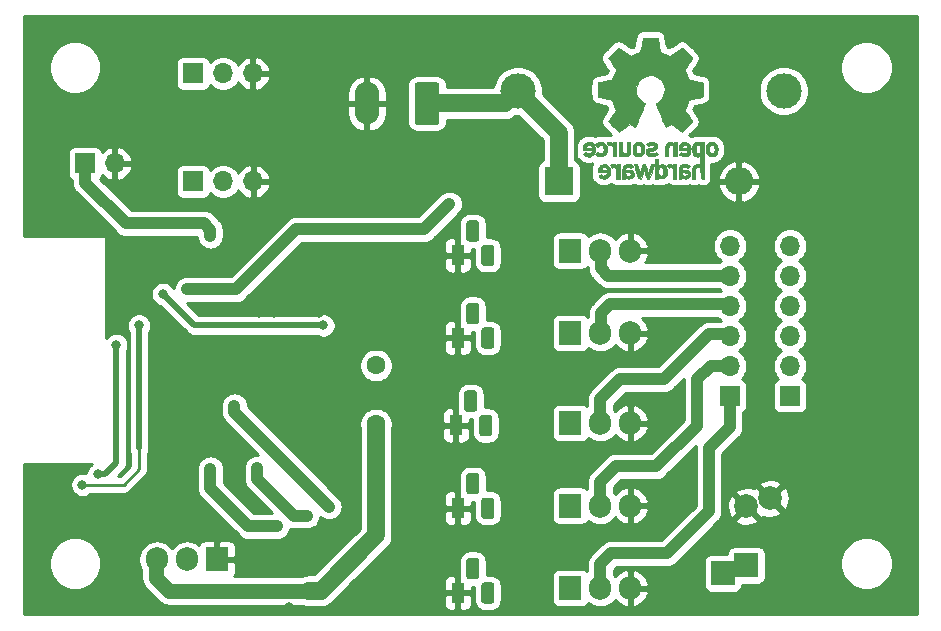
<source format=gbr>
G04 #@! TF.GenerationSoftware,KiCad,Pcbnew,5.1.5*
G04 #@! TF.CreationDate,2020-04-19T19:26:31+00:00*
G04 #@! TF.ProjectId,esp-12_led_strip_controller,6573702d-3132-45f6-9c65-645f73747269,rev?*
G04 #@! TF.SameCoordinates,Original*
G04 #@! TF.FileFunction,Copper,L2,Bot*
G04 #@! TF.FilePolarity,Positive*
%FSLAX46Y46*%
G04 Gerber Fmt 4.6, Leading zero omitted, Abs format (unit mm)*
G04 Created by KiCad (PCBNEW 5.1.5) date 2020-04-19 19:26:31*
%MOMM*%
%LPD*%
G04 APERTURE LIST*
%ADD10C,0.010000*%
%ADD11O,1.905000X2.000000*%
%ADD12R,1.905000X2.000000*%
%ADD13O,1.700000X1.700000*%
%ADD14R,1.700000X1.700000*%
%ADD15C,2.000000*%
%ADD16R,2.000000X2.000000*%
%ADD17O,2.400000X2.400000*%
%ADD18R,2.400000X2.400000*%
%ADD19C,3.000000*%
%ADD20C,1.600000*%
%ADD21R,1.100000X1.800000*%
%ADD22C,0.100000*%
%ADD23O,2.080000X3.600000*%
%ADD24C,0.800000*%
%ADD25C,1.270000*%
%ADD26C,1.524000*%
%ADD27C,1.016000*%
%ADD28C,0.254000*%
%ADD29C,0.508000*%
G04 APERTURE END LIST*
D10*
G36*
X100980465Y-94074172D02*
G01*
X100867883Y-94671363D01*
X100452469Y-94842610D01*
X100037056Y-95013857D01*
X99538698Y-94674978D01*
X99399132Y-94580622D01*
X99272972Y-94496375D01*
X99166105Y-94426083D01*
X99084418Y-94373592D01*
X99033799Y-94342749D01*
X99020014Y-94336098D01*
X98995180Y-94353203D01*
X98942112Y-94400489D01*
X98866760Y-94471917D01*
X98775071Y-94561445D01*
X98672993Y-94663034D01*
X98566474Y-94770643D01*
X98461464Y-94878232D01*
X98363909Y-94979760D01*
X98279758Y-95069186D01*
X98214960Y-95140471D01*
X98175462Y-95187573D01*
X98166020Y-95203337D01*
X98179609Y-95232398D01*
X98217707Y-95296066D01*
X98276306Y-95388112D01*
X98351403Y-95502309D01*
X98438991Y-95632429D01*
X98489746Y-95706646D01*
X98582255Y-95842167D01*
X98664460Y-95964461D01*
X98732370Y-96067440D01*
X98782000Y-96145018D01*
X98809360Y-96191106D01*
X98813471Y-96200792D01*
X98804151Y-96228319D01*
X98778746Y-96292473D01*
X98741089Y-96384235D01*
X98695014Y-96494584D01*
X98644354Y-96614500D01*
X98592941Y-96734964D01*
X98544611Y-96846954D01*
X98503194Y-96941452D01*
X98472526Y-97009437D01*
X98456438Y-97041888D01*
X98455489Y-97043165D01*
X98430228Y-97049362D01*
X98362954Y-97063185D01*
X98260640Y-97083277D01*
X98130259Y-97108279D01*
X97978784Y-97136831D01*
X97890406Y-97153296D01*
X97728548Y-97184114D01*
X97582351Y-97213439D01*
X97459213Y-97239666D01*
X97366531Y-97261191D01*
X97311699Y-97276410D01*
X97300677Y-97281238D01*
X97289881Y-97313919D01*
X97281171Y-97387730D01*
X97274540Y-97494037D01*
X97269982Y-97624212D01*
X97267491Y-97769621D01*
X97267062Y-97921635D01*
X97268689Y-98071622D01*
X97272365Y-98210951D01*
X97278085Y-98330990D01*
X97285842Y-98423110D01*
X97295632Y-98478677D01*
X97301504Y-98490245D01*
X97336601Y-98504110D01*
X97410972Y-98523933D01*
X97514777Y-98547384D01*
X97638181Y-98572136D01*
X97681259Y-98580143D01*
X97888953Y-98618186D01*
X98053016Y-98648824D01*
X98178870Y-98673274D01*
X98271935Y-98692754D01*
X98337633Y-98708481D01*
X98381383Y-98721673D01*
X98408608Y-98733549D01*
X98424728Y-98745325D01*
X98426983Y-98747653D01*
X98449497Y-98785145D01*
X98483842Y-98858110D01*
X98526589Y-98957612D01*
X98574308Y-99074718D01*
X98623570Y-99200493D01*
X98670945Y-99326002D01*
X98713005Y-99442310D01*
X98746320Y-99540484D01*
X98767459Y-99611588D01*
X98772995Y-99646687D01*
X98772534Y-99647917D01*
X98753777Y-99676606D01*
X98711224Y-99739730D01*
X98649347Y-99830718D01*
X98572618Y-99943000D01*
X98485509Y-100070005D01*
X98460701Y-100106098D01*
X98372247Y-100236948D01*
X98294412Y-100356336D01*
X98231434Y-100457407D01*
X98187555Y-100533304D01*
X98167015Y-100577172D01*
X98166020Y-100582562D01*
X98183278Y-100610889D01*
X98230964Y-100667006D01*
X98302950Y-100744882D01*
X98393103Y-100838485D01*
X98495295Y-100941786D01*
X98603394Y-101048751D01*
X98711272Y-101153351D01*
X98812796Y-101249554D01*
X98901838Y-101331329D01*
X98972267Y-101392645D01*
X99017953Y-101427471D01*
X99030591Y-101433157D01*
X99060009Y-101419765D01*
X99120239Y-101383644D01*
X99201470Y-101330881D01*
X99263970Y-101288412D01*
X99377215Y-101210485D01*
X99511326Y-101118729D01*
X99645845Y-101027120D01*
X99718167Y-100978091D01*
X99962962Y-100812515D01*
X100168449Y-100923620D01*
X100262064Y-100972293D01*
X100341670Y-101010126D01*
X100395533Y-101031703D01*
X100409243Y-101034706D01*
X100425730Y-101012538D01*
X100458255Y-100949894D01*
X100504391Y-100852554D01*
X100561710Y-100726294D01*
X100627784Y-100576895D01*
X100700185Y-100410133D01*
X100776484Y-100231787D01*
X100854254Y-100047636D01*
X100931066Y-99863457D01*
X101004494Y-99685030D01*
X101072108Y-99518132D01*
X101131480Y-99368542D01*
X101180184Y-99242038D01*
X101215790Y-99144399D01*
X101235870Y-99081402D01*
X101239100Y-99059766D01*
X101213504Y-99032169D01*
X101157461Y-98987370D01*
X101082689Y-98934679D01*
X101076413Y-98930510D01*
X100883155Y-98775814D01*
X100727326Y-98595336D01*
X100610276Y-98394847D01*
X100533355Y-98180119D01*
X100497914Y-97956922D01*
X100505303Y-97731026D01*
X100556873Y-97508204D01*
X100653974Y-97294224D01*
X100682542Y-97247409D01*
X100831132Y-97058363D01*
X101006673Y-96906557D01*
X101203090Y-96792779D01*
X101414307Y-96717820D01*
X101634247Y-96682467D01*
X101856837Y-96687512D01*
X102075999Y-96733744D01*
X102285658Y-96821951D01*
X102479739Y-96952924D01*
X102539774Y-97006082D01*
X102692565Y-97172484D01*
X102803903Y-97347657D01*
X102880277Y-97544011D01*
X102922813Y-97738462D01*
X102933314Y-97957087D01*
X102898299Y-98176797D01*
X102821327Y-98390165D01*
X102705953Y-98589767D01*
X102555734Y-98768174D01*
X102374227Y-98917962D01*
X102350373Y-98933751D01*
X102274799Y-98985457D01*
X102217349Y-99030257D01*
X102189883Y-99058862D01*
X102189483Y-99059766D01*
X102195380Y-99090709D01*
X102218755Y-99160936D01*
X102257179Y-99264670D01*
X102308223Y-99396135D01*
X102369458Y-99549552D01*
X102438456Y-99719146D01*
X102512786Y-99899138D01*
X102590022Y-100083753D01*
X102667732Y-100267213D01*
X102743489Y-100443741D01*
X102814863Y-100607559D01*
X102879426Y-100752892D01*
X102934748Y-100873962D01*
X102978400Y-100964992D01*
X103007954Y-101020205D01*
X103019856Y-101034706D01*
X103056223Y-101023414D01*
X103124270Y-100993130D01*
X103212263Y-100949265D01*
X103260649Y-100923620D01*
X103466137Y-100812515D01*
X103710932Y-100978091D01*
X103835894Y-101062915D01*
X103972705Y-101156261D01*
X104100911Y-101244153D01*
X104165129Y-101288412D01*
X104255449Y-101349063D01*
X104331929Y-101397126D01*
X104384593Y-101426515D01*
X104401698Y-101432727D01*
X104426595Y-101415968D01*
X104481695Y-101369181D01*
X104561657Y-101297225D01*
X104661139Y-101204957D01*
X104774800Y-101097235D01*
X104846685Y-101028071D01*
X104972449Y-100904502D01*
X105081137Y-100793979D01*
X105168355Y-100701230D01*
X105229711Y-100630982D01*
X105260809Y-100587965D01*
X105263792Y-100579235D01*
X105249947Y-100546029D01*
X105211688Y-100478887D01*
X105153258Y-100384608D01*
X105078903Y-100269990D01*
X104992865Y-100141828D01*
X104968397Y-100106098D01*
X104879245Y-99976234D01*
X104799262Y-99859314D01*
X104732920Y-99761907D01*
X104684689Y-99690584D01*
X104659043Y-99651915D01*
X104656565Y-99647917D01*
X104660271Y-99617100D01*
X104679939Y-99549344D01*
X104712140Y-99453584D01*
X104753445Y-99338754D01*
X104800425Y-99213789D01*
X104849651Y-99087624D01*
X104897692Y-98969193D01*
X104941119Y-98867430D01*
X104976504Y-98791271D01*
X105000416Y-98749649D01*
X105002116Y-98747653D01*
X105016738Y-98735758D01*
X105041435Y-98723995D01*
X105081628Y-98711146D01*
X105142737Y-98695994D01*
X105230183Y-98677321D01*
X105349388Y-98653910D01*
X105505773Y-98624542D01*
X105704757Y-98588000D01*
X105747840Y-98580143D01*
X105875529Y-98555472D01*
X105986847Y-98531338D01*
X106071955Y-98510069D01*
X106121017Y-98493993D01*
X106127595Y-98490245D01*
X106138436Y-98457018D01*
X106147247Y-98382766D01*
X106154024Y-98276121D01*
X106158760Y-98145712D01*
X106161450Y-98000172D01*
X106162087Y-97848131D01*
X106160666Y-97698221D01*
X106157180Y-97559073D01*
X106151624Y-97439317D01*
X106143992Y-97347586D01*
X106134278Y-97292511D01*
X106128422Y-97281238D01*
X106095820Y-97269868D01*
X106021582Y-97251369D01*
X105913104Y-97227347D01*
X105777783Y-97199407D01*
X105623015Y-97169153D01*
X105538692Y-97153296D01*
X105378704Y-97123389D01*
X105236033Y-97096295D01*
X105117652Y-97073376D01*
X105030535Y-97055988D01*
X104981655Y-97045492D01*
X104973610Y-97043165D01*
X104960013Y-97016931D01*
X104931271Y-96953740D01*
X104891215Y-96862622D01*
X104843676Y-96752602D01*
X104792485Y-96632710D01*
X104741474Y-96511972D01*
X104694474Y-96399416D01*
X104655316Y-96304071D01*
X104627831Y-96234962D01*
X104615851Y-96201119D01*
X104615628Y-96199640D01*
X104629209Y-96172942D01*
X104667285Y-96111505D01*
X104725853Y-96021434D01*
X104800912Y-95908835D01*
X104888460Y-95779815D01*
X104939353Y-95705706D01*
X105032091Y-95569822D01*
X105114459Y-95446454D01*
X105182439Y-95341842D01*
X105232012Y-95262228D01*
X105259158Y-95213852D01*
X105263079Y-95203007D01*
X105246225Y-95177765D01*
X105199632Y-95123869D01*
X105129251Y-95047358D01*
X105041035Y-94954268D01*
X104940935Y-94850640D01*
X104834902Y-94742509D01*
X104728889Y-94635915D01*
X104628848Y-94536895D01*
X104540730Y-94451487D01*
X104470487Y-94385730D01*
X104424072Y-94345661D01*
X104408544Y-94336098D01*
X104383261Y-94349545D01*
X104322789Y-94387320D01*
X104233008Y-94445580D01*
X104119797Y-94520479D01*
X103989036Y-94608170D01*
X103890400Y-94674978D01*
X103392043Y-95013857D01*
X102976629Y-94842610D01*
X102561216Y-94671363D01*
X102448634Y-94074172D01*
X102336051Y-93476980D01*
X101093048Y-93476980D01*
X100980465Y-94074172D01*
G37*
X100980465Y-94074172D02*
X100867883Y-94671363D01*
X100452469Y-94842610D01*
X100037056Y-95013857D01*
X99538698Y-94674978D01*
X99399132Y-94580622D01*
X99272972Y-94496375D01*
X99166105Y-94426083D01*
X99084418Y-94373592D01*
X99033799Y-94342749D01*
X99020014Y-94336098D01*
X98995180Y-94353203D01*
X98942112Y-94400489D01*
X98866760Y-94471917D01*
X98775071Y-94561445D01*
X98672993Y-94663034D01*
X98566474Y-94770643D01*
X98461464Y-94878232D01*
X98363909Y-94979760D01*
X98279758Y-95069186D01*
X98214960Y-95140471D01*
X98175462Y-95187573D01*
X98166020Y-95203337D01*
X98179609Y-95232398D01*
X98217707Y-95296066D01*
X98276306Y-95388112D01*
X98351403Y-95502309D01*
X98438991Y-95632429D01*
X98489746Y-95706646D01*
X98582255Y-95842167D01*
X98664460Y-95964461D01*
X98732370Y-96067440D01*
X98782000Y-96145018D01*
X98809360Y-96191106D01*
X98813471Y-96200792D01*
X98804151Y-96228319D01*
X98778746Y-96292473D01*
X98741089Y-96384235D01*
X98695014Y-96494584D01*
X98644354Y-96614500D01*
X98592941Y-96734964D01*
X98544611Y-96846954D01*
X98503194Y-96941452D01*
X98472526Y-97009437D01*
X98456438Y-97041888D01*
X98455489Y-97043165D01*
X98430228Y-97049362D01*
X98362954Y-97063185D01*
X98260640Y-97083277D01*
X98130259Y-97108279D01*
X97978784Y-97136831D01*
X97890406Y-97153296D01*
X97728548Y-97184114D01*
X97582351Y-97213439D01*
X97459213Y-97239666D01*
X97366531Y-97261191D01*
X97311699Y-97276410D01*
X97300677Y-97281238D01*
X97289881Y-97313919D01*
X97281171Y-97387730D01*
X97274540Y-97494037D01*
X97269982Y-97624212D01*
X97267491Y-97769621D01*
X97267062Y-97921635D01*
X97268689Y-98071622D01*
X97272365Y-98210951D01*
X97278085Y-98330990D01*
X97285842Y-98423110D01*
X97295632Y-98478677D01*
X97301504Y-98490245D01*
X97336601Y-98504110D01*
X97410972Y-98523933D01*
X97514777Y-98547384D01*
X97638181Y-98572136D01*
X97681259Y-98580143D01*
X97888953Y-98618186D01*
X98053016Y-98648824D01*
X98178870Y-98673274D01*
X98271935Y-98692754D01*
X98337633Y-98708481D01*
X98381383Y-98721673D01*
X98408608Y-98733549D01*
X98424728Y-98745325D01*
X98426983Y-98747653D01*
X98449497Y-98785145D01*
X98483842Y-98858110D01*
X98526589Y-98957612D01*
X98574308Y-99074718D01*
X98623570Y-99200493D01*
X98670945Y-99326002D01*
X98713005Y-99442310D01*
X98746320Y-99540484D01*
X98767459Y-99611588D01*
X98772995Y-99646687D01*
X98772534Y-99647917D01*
X98753777Y-99676606D01*
X98711224Y-99739730D01*
X98649347Y-99830718D01*
X98572618Y-99943000D01*
X98485509Y-100070005D01*
X98460701Y-100106098D01*
X98372247Y-100236948D01*
X98294412Y-100356336D01*
X98231434Y-100457407D01*
X98187555Y-100533304D01*
X98167015Y-100577172D01*
X98166020Y-100582562D01*
X98183278Y-100610889D01*
X98230964Y-100667006D01*
X98302950Y-100744882D01*
X98393103Y-100838485D01*
X98495295Y-100941786D01*
X98603394Y-101048751D01*
X98711272Y-101153351D01*
X98812796Y-101249554D01*
X98901838Y-101331329D01*
X98972267Y-101392645D01*
X99017953Y-101427471D01*
X99030591Y-101433157D01*
X99060009Y-101419765D01*
X99120239Y-101383644D01*
X99201470Y-101330881D01*
X99263970Y-101288412D01*
X99377215Y-101210485D01*
X99511326Y-101118729D01*
X99645845Y-101027120D01*
X99718167Y-100978091D01*
X99962962Y-100812515D01*
X100168449Y-100923620D01*
X100262064Y-100972293D01*
X100341670Y-101010126D01*
X100395533Y-101031703D01*
X100409243Y-101034706D01*
X100425730Y-101012538D01*
X100458255Y-100949894D01*
X100504391Y-100852554D01*
X100561710Y-100726294D01*
X100627784Y-100576895D01*
X100700185Y-100410133D01*
X100776484Y-100231787D01*
X100854254Y-100047636D01*
X100931066Y-99863457D01*
X101004494Y-99685030D01*
X101072108Y-99518132D01*
X101131480Y-99368542D01*
X101180184Y-99242038D01*
X101215790Y-99144399D01*
X101235870Y-99081402D01*
X101239100Y-99059766D01*
X101213504Y-99032169D01*
X101157461Y-98987370D01*
X101082689Y-98934679D01*
X101076413Y-98930510D01*
X100883155Y-98775814D01*
X100727326Y-98595336D01*
X100610276Y-98394847D01*
X100533355Y-98180119D01*
X100497914Y-97956922D01*
X100505303Y-97731026D01*
X100556873Y-97508204D01*
X100653974Y-97294224D01*
X100682542Y-97247409D01*
X100831132Y-97058363D01*
X101006673Y-96906557D01*
X101203090Y-96792779D01*
X101414307Y-96717820D01*
X101634247Y-96682467D01*
X101856837Y-96687512D01*
X102075999Y-96733744D01*
X102285658Y-96821951D01*
X102479739Y-96952924D01*
X102539774Y-97006082D01*
X102692565Y-97172484D01*
X102803903Y-97347657D01*
X102880277Y-97544011D01*
X102922813Y-97738462D01*
X102933314Y-97957087D01*
X102898299Y-98176797D01*
X102821327Y-98390165D01*
X102705953Y-98589767D01*
X102555734Y-98768174D01*
X102374227Y-98917962D01*
X102350373Y-98933751D01*
X102274799Y-98985457D01*
X102217349Y-99030257D01*
X102189883Y-99058862D01*
X102189483Y-99059766D01*
X102195380Y-99090709D01*
X102218755Y-99160936D01*
X102257179Y-99264670D01*
X102308223Y-99396135D01*
X102369458Y-99549552D01*
X102438456Y-99719146D01*
X102512786Y-99899138D01*
X102590022Y-100083753D01*
X102667732Y-100267213D01*
X102743489Y-100443741D01*
X102814863Y-100607559D01*
X102879426Y-100752892D01*
X102934748Y-100873962D01*
X102978400Y-100964992D01*
X103007954Y-101020205D01*
X103019856Y-101034706D01*
X103056223Y-101023414D01*
X103124270Y-100993130D01*
X103212263Y-100949265D01*
X103260649Y-100923620D01*
X103466137Y-100812515D01*
X103710932Y-100978091D01*
X103835894Y-101062915D01*
X103972705Y-101156261D01*
X104100911Y-101244153D01*
X104165129Y-101288412D01*
X104255449Y-101349063D01*
X104331929Y-101397126D01*
X104384593Y-101426515D01*
X104401698Y-101432727D01*
X104426595Y-101415968D01*
X104481695Y-101369181D01*
X104561657Y-101297225D01*
X104661139Y-101204957D01*
X104774800Y-101097235D01*
X104846685Y-101028071D01*
X104972449Y-100904502D01*
X105081137Y-100793979D01*
X105168355Y-100701230D01*
X105229711Y-100630982D01*
X105260809Y-100587965D01*
X105263792Y-100579235D01*
X105249947Y-100546029D01*
X105211688Y-100478887D01*
X105153258Y-100384608D01*
X105078903Y-100269990D01*
X104992865Y-100141828D01*
X104968397Y-100106098D01*
X104879245Y-99976234D01*
X104799262Y-99859314D01*
X104732920Y-99761907D01*
X104684689Y-99690584D01*
X104659043Y-99651915D01*
X104656565Y-99647917D01*
X104660271Y-99617100D01*
X104679939Y-99549344D01*
X104712140Y-99453584D01*
X104753445Y-99338754D01*
X104800425Y-99213789D01*
X104849651Y-99087624D01*
X104897692Y-98969193D01*
X104941119Y-98867430D01*
X104976504Y-98791271D01*
X105000416Y-98749649D01*
X105002116Y-98747653D01*
X105016738Y-98735758D01*
X105041435Y-98723995D01*
X105081628Y-98711146D01*
X105142737Y-98695994D01*
X105230183Y-98677321D01*
X105349388Y-98653910D01*
X105505773Y-98624542D01*
X105704757Y-98588000D01*
X105747840Y-98580143D01*
X105875529Y-98555472D01*
X105986847Y-98531338D01*
X106071955Y-98510069D01*
X106121017Y-98493993D01*
X106127595Y-98490245D01*
X106138436Y-98457018D01*
X106147247Y-98382766D01*
X106154024Y-98276121D01*
X106158760Y-98145712D01*
X106161450Y-98000172D01*
X106162087Y-97848131D01*
X106160666Y-97698221D01*
X106157180Y-97559073D01*
X106151624Y-97439317D01*
X106143992Y-97347586D01*
X106134278Y-97292511D01*
X106128422Y-97281238D01*
X106095820Y-97269868D01*
X106021582Y-97251369D01*
X105913104Y-97227347D01*
X105777783Y-97199407D01*
X105623015Y-97169153D01*
X105538692Y-97153296D01*
X105378704Y-97123389D01*
X105236033Y-97096295D01*
X105117652Y-97073376D01*
X105030535Y-97055988D01*
X104981655Y-97045492D01*
X104973610Y-97043165D01*
X104960013Y-97016931D01*
X104931271Y-96953740D01*
X104891215Y-96862622D01*
X104843676Y-96752602D01*
X104792485Y-96632710D01*
X104741474Y-96511972D01*
X104694474Y-96399416D01*
X104655316Y-96304071D01*
X104627831Y-96234962D01*
X104615851Y-96201119D01*
X104615628Y-96199640D01*
X104629209Y-96172942D01*
X104667285Y-96111505D01*
X104725853Y-96021434D01*
X104800912Y-95908835D01*
X104888460Y-95779815D01*
X104939353Y-95705706D01*
X105032091Y-95569822D01*
X105114459Y-95446454D01*
X105182439Y-95341842D01*
X105232012Y-95262228D01*
X105259158Y-95213852D01*
X105263079Y-95203007D01*
X105246225Y-95177765D01*
X105199632Y-95123869D01*
X105129251Y-95047358D01*
X105041035Y-94954268D01*
X104940935Y-94850640D01*
X104834902Y-94742509D01*
X104728889Y-94635915D01*
X104628848Y-94536895D01*
X104540730Y-94451487D01*
X104470487Y-94385730D01*
X104424072Y-94345661D01*
X104408544Y-94336098D01*
X104383261Y-94349545D01*
X104322789Y-94387320D01*
X104233008Y-94445580D01*
X104119797Y-94520479D01*
X103989036Y-94608170D01*
X103890400Y-94674978D01*
X103392043Y-95013857D01*
X102976629Y-94842610D01*
X102561216Y-94671363D01*
X102448634Y-94074172D01*
X102336051Y-93476980D01*
X101093048Y-93476980D01*
X100980465Y-94074172D01*
G36*
X98163363Y-102328472D02*
G01*
X98077710Y-102354641D01*
X98022563Y-102387707D01*
X98004599Y-102413855D01*
X98009543Y-102444852D01*
X98041628Y-102493547D01*
X98068757Y-102528035D01*
X98124683Y-102590383D01*
X98166701Y-102616615D01*
X98202520Y-102614903D01*
X98308776Y-102587863D01*
X98386811Y-102589091D01*
X98450180Y-102619735D01*
X98471454Y-102637670D01*
X98539549Y-102700779D01*
X98539549Y-103524922D01*
X98813471Y-103524922D01*
X98813471Y-102329628D01*
X98676510Y-102329628D01*
X98594281Y-102332879D01*
X98551856Y-102344426D01*
X98539555Y-102366952D01*
X98539549Y-102367620D01*
X98533740Y-102391215D01*
X98507469Y-102388138D01*
X98471069Y-102371115D01*
X98395889Y-102339439D01*
X98334842Y-102320381D01*
X98256292Y-102315496D01*
X98163363Y-102328472D01*
G37*
X98163363Y-102328472D02*
X98077710Y-102354641D01*
X98022563Y-102387707D01*
X98004599Y-102413855D01*
X98009543Y-102444852D01*
X98041628Y-102493547D01*
X98068757Y-102528035D01*
X98124683Y-102590383D01*
X98166701Y-102616615D01*
X98202520Y-102614903D01*
X98308776Y-102587863D01*
X98386811Y-102589091D01*
X98450180Y-102619735D01*
X98471454Y-102637670D01*
X98539549Y-102700779D01*
X98539549Y-103524922D01*
X98813471Y-103524922D01*
X98813471Y-102329628D01*
X98676510Y-102329628D01*
X98594281Y-102332879D01*
X98551856Y-102344426D01*
X98539555Y-102366952D01*
X98539549Y-102367620D01*
X98533740Y-102391215D01*
X98507469Y-102388138D01*
X98471069Y-102371115D01*
X98395889Y-102339439D01*
X98334842Y-102320381D01*
X98256292Y-102315496D01*
X98163363Y-102328472D01*
G36*
X103220240Y-102350199D02*
G01*
X103158264Y-102379802D01*
X103098241Y-102422561D01*
X103052514Y-102471775D01*
X103019207Y-102534544D01*
X102996445Y-102617971D01*
X102982353Y-102729159D01*
X102975058Y-102875209D01*
X102972682Y-103063223D01*
X102972645Y-103082912D01*
X102972098Y-103524922D01*
X103246020Y-103524922D01*
X103246020Y-103117435D01*
X103246215Y-102966471D01*
X103247564Y-102857056D01*
X103251212Y-102780933D01*
X103258304Y-102729848D01*
X103269987Y-102695545D01*
X103287406Y-102669768D01*
X103311671Y-102644298D01*
X103396565Y-102589571D01*
X103489239Y-102579416D01*
X103577527Y-102614017D01*
X103608230Y-102639770D01*
X103630771Y-102663982D01*
X103646954Y-102689912D01*
X103657832Y-102725708D01*
X103664458Y-102779519D01*
X103667885Y-102859493D01*
X103669166Y-102973779D01*
X103669353Y-103112907D01*
X103669353Y-103524922D01*
X103943275Y-103524922D01*
X103943275Y-102329628D01*
X103806314Y-102329628D01*
X103724084Y-102332879D01*
X103681660Y-102344426D01*
X103669359Y-102366952D01*
X103669353Y-102367620D01*
X103663646Y-102389681D01*
X103638473Y-102387177D01*
X103588422Y-102362937D01*
X103474906Y-102327271D01*
X103345055Y-102323305D01*
X103220240Y-102350199D01*
G37*
X103220240Y-102350199D02*
X103158264Y-102379802D01*
X103098241Y-102422561D01*
X103052514Y-102471775D01*
X103019207Y-102534544D01*
X102996445Y-102617971D01*
X102982353Y-102729159D01*
X102975058Y-102875209D01*
X102972682Y-103063223D01*
X102972645Y-103082912D01*
X102972098Y-103524922D01*
X103246020Y-103524922D01*
X103246020Y-103117435D01*
X103246215Y-102966471D01*
X103247564Y-102857056D01*
X103251212Y-102780933D01*
X103258304Y-102729848D01*
X103269987Y-102695545D01*
X103287406Y-102669768D01*
X103311671Y-102644298D01*
X103396565Y-102589571D01*
X103489239Y-102579416D01*
X103577527Y-102614017D01*
X103608230Y-102639770D01*
X103630771Y-102663982D01*
X103646954Y-102689912D01*
X103657832Y-102725708D01*
X103664458Y-102779519D01*
X103667885Y-102859493D01*
X103669166Y-102973779D01*
X103669353Y-103112907D01*
X103669353Y-103524922D01*
X103943275Y-103524922D01*
X103943275Y-102329628D01*
X103806314Y-102329628D01*
X103724084Y-102332879D01*
X103681660Y-102344426D01*
X103669359Y-102366952D01*
X103669353Y-102367620D01*
X103663646Y-102389681D01*
X103638473Y-102387177D01*
X103588422Y-102362937D01*
X103474906Y-102327271D01*
X103345055Y-102323305D01*
X103220240Y-102350199D01*
G36*
X96423713Y-102325355D02*
G01*
X96359949Y-102340845D01*
X96237700Y-102397569D01*
X96133166Y-102484202D01*
X96060820Y-102588074D01*
X96050881Y-102611396D01*
X96037246Y-102672484D01*
X96027702Y-102762853D01*
X96024451Y-102854190D01*
X96024451Y-103026882D01*
X96385530Y-103026882D01*
X96534454Y-103027445D01*
X96639368Y-103030864D01*
X96706063Y-103039731D01*
X96740334Y-103056641D01*
X96747972Y-103084189D01*
X96734771Y-103124968D01*
X96711123Y-103172683D01*
X96645157Y-103252314D01*
X96553488Y-103291987D01*
X96441445Y-103290695D01*
X96314528Y-103247514D01*
X96204842Y-103194224D01*
X96113827Y-103266191D01*
X96022812Y-103338157D01*
X96108437Y-103417269D01*
X96222750Y-103492017D01*
X96363334Y-103537084D01*
X96514551Y-103549696D01*
X96660764Y-103527079D01*
X96684353Y-103519405D01*
X96812859Y-103452296D01*
X96908449Y-103352247D01*
X96973139Y-103216271D01*
X97008943Y-103041380D01*
X97009360Y-103037632D01*
X97012566Y-102847032D01*
X96999607Y-102779035D01*
X96746608Y-102779035D01*
X96723373Y-102789491D01*
X96660290Y-102797500D01*
X96567294Y-102802073D01*
X96508362Y-102802765D01*
X96398463Y-102802332D01*
X96329748Y-102799578D01*
X96293595Y-102792321D01*
X96281385Y-102778376D01*
X96284496Y-102755562D01*
X96287106Y-102746735D01*
X96331656Y-102663800D01*
X96401721Y-102596960D01*
X96463554Y-102567589D01*
X96545699Y-102569362D01*
X96628938Y-102605990D01*
X96698762Y-102666634D01*
X96740663Y-102740456D01*
X96746608Y-102779035D01*
X96999607Y-102779035D01*
X96980615Y-102679395D01*
X96917227Y-102538711D01*
X96826122Y-102428974D01*
X96711022Y-102354174D01*
X96575645Y-102318304D01*
X96423713Y-102325355D01*
G37*
X96423713Y-102325355D02*
X96359949Y-102340845D01*
X96237700Y-102397569D01*
X96133166Y-102484202D01*
X96060820Y-102588074D01*
X96050881Y-102611396D01*
X96037246Y-102672484D01*
X96027702Y-102762853D01*
X96024451Y-102854190D01*
X96024451Y-103026882D01*
X96385530Y-103026882D01*
X96534454Y-103027445D01*
X96639368Y-103030864D01*
X96706063Y-103039731D01*
X96740334Y-103056641D01*
X96747972Y-103084189D01*
X96734771Y-103124968D01*
X96711123Y-103172683D01*
X96645157Y-103252314D01*
X96553488Y-103291987D01*
X96441445Y-103290695D01*
X96314528Y-103247514D01*
X96204842Y-103194224D01*
X96113827Y-103266191D01*
X96022812Y-103338157D01*
X96108437Y-103417269D01*
X96222750Y-103492017D01*
X96363334Y-103537084D01*
X96514551Y-103549696D01*
X96660764Y-103527079D01*
X96684353Y-103519405D01*
X96812859Y-103452296D01*
X96908449Y-103352247D01*
X96973139Y-103216271D01*
X97008943Y-103041380D01*
X97009360Y-103037632D01*
X97012566Y-102847032D01*
X96999607Y-102779035D01*
X96746608Y-102779035D01*
X96723373Y-102789491D01*
X96660290Y-102797500D01*
X96567294Y-102802073D01*
X96508362Y-102802765D01*
X96398463Y-102802332D01*
X96329748Y-102799578D01*
X96293595Y-102792321D01*
X96281385Y-102778376D01*
X96284496Y-102755562D01*
X96287106Y-102746735D01*
X96331656Y-102663800D01*
X96401721Y-102596960D01*
X96463554Y-102567589D01*
X96545699Y-102569362D01*
X96628938Y-102605990D01*
X96698762Y-102666634D01*
X96740663Y-102740456D01*
X96746608Y-102779035D01*
X96999607Y-102779035D01*
X96980615Y-102679395D01*
X96917227Y-102538711D01*
X96826122Y-102428974D01*
X96711022Y-102354174D01*
X96575645Y-102318304D01*
X96423713Y-102325355D01*
G36*
X97336024Y-102340056D02*
G01*
X97191744Y-102401348D01*
X97146301Y-102431185D01*
X97088221Y-102477036D01*
X97051762Y-102513089D01*
X97045432Y-102524832D01*
X97063307Y-102550889D01*
X97109050Y-102595105D01*
X97145672Y-102625965D01*
X97245912Y-102706520D01*
X97325065Y-102639918D01*
X97386231Y-102596921D01*
X97445871Y-102582079D01*
X97514128Y-102585704D01*
X97622518Y-102612652D01*
X97697128Y-102668587D01*
X97742470Y-102759014D01*
X97763053Y-102889435D01*
X97763058Y-102889517D01*
X97761278Y-103035290D01*
X97733613Y-103142245D01*
X97678429Y-103215064D01*
X97640808Y-103239723D01*
X97540895Y-103270431D01*
X97434178Y-103270449D01*
X97341331Y-103240655D01*
X97319353Y-103226098D01*
X97264235Y-103188914D01*
X97221141Y-103182820D01*
X97174665Y-103210496D01*
X97123284Y-103260205D01*
X97041954Y-103344116D01*
X97132251Y-103418546D01*
X97271764Y-103502549D01*
X97429088Y-103543947D01*
X97593497Y-103540950D01*
X97701469Y-103513500D01*
X97827669Y-103445620D01*
X97928599Y-103338831D01*
X97974452Y-103263451D01*
X98011590Y-103155297D01*
X98030173Y-103018318D01*
X98030316Y-102869864D01*
X98012135Y-102727281D01*
X97975745Y-102607918D01*
X97970013Y-102595680D01*
X97885135Y-102475655D01*
X97770218Y-102388267D01*
X97634341Y-102335329D01*
X97486583Y-102318654D01*
X97336024Y-102340056D01*
G37*
X97336024Y-102340056D02*
X97191744Y-102401348D01*
X97146301Y-102431185D01*
X97088221Y-102477036D01*
X97051762Y-102513089D01*
X97045432Y-102524832D01*
X97063307Y-102550889D01*
X97109050Y-102595105D01*
X97145672Y-102625965D01*
X97245912Y-102706520D01*
X97325065Y-102639918D01*
X97386231Y-102596921D01*
X97445871Y-102582079D01*
X97514128Y-102585704D01*
X97622518Y-102612652D01*
X97697128Y-102668587D01*
X97742470Y-102759014D01*
X97763053Y-102889435D01*
X97763058Y-102889517D01*
X97761278Y-103035290D01*
X97733613Y-103142245D01*
X97678429Y-103215064D01*
X97640808Y-103239723D01*
X97540895Y-103270431D01*
X97434178Y-103270449D01*
X97341331Y-103240655D01*
X97319353Y-103226098D01*
X97264235Y-103188914D01*
X97221141Y-103182820D01*
X97174665Y-103210496D01*
X97123284Y-103260205D01*
X97041954Y-103344116D01*
X97132251Y-103418546D01*
X97271764Y-103502549D01*
X97429088Y-103543947D01*
X97593497Y-103540950D01*
X97701469Y-103513500D01*
X97827669Y-103445620D01*
X97928599Y-103338831D01*
X97974452Y-103263451D01*
X98011590Y-103155297D01*
X98030173Y-103018318D01*
X98030316Y-102869864D01*
X98012135Y-102727281D01*
X97975745Y-102607918D01*
X97970013Y-102595680D01*
X97885135Y-102475655D01*
X97770218Y-102388267D01*
X97634341Y-102335329D01*
X97486583Y-102318654D01*
X97336024Y-102340056D01*
G36*
X99759746Y-102717245D02*
G01*
X99757392Y-102899879D01*
X99748793Y-103038600D01*
X99731640Y-103139147D01*
X99703626Y-103207254D01*
X99662443Y-103248659D01*
X99605783Y-103269097D01*
X99535628Y-103274318D01*
X99462152Y-103268468D01*
X99406343Y-103247093D01*
X99365891Y-103204458D01*
X99338491Y-103134825D01*
X99321833Y-103032460D01*
X99313611Y-102891624D01*
X99311510Y-102717245D01*
X99311510Y-102329628D01*
X99037589Y-102329628D01*
X99037589Y-103524922D01*
X99174549Y-103524922D01*
X99257116Y-103521576D01*
X99299632Y-103509826D01*
X99311510Y-103487520D01*
X99318664Y-103467654D01*
X99347135Y-103471857D01*
X99404524Y-103499971D01*
X99536055Y-103543342D01*
X99675562Y-103540270D01*
X99809235Y-103493174D01*
X99872892Y-103455971D01*
X99921447Y-103415691D01*
X99956919Y-103365291D01*
X99981326Y-103297729D01*
X99996687Y-103205965D01*
X100005018Y-103082955D01*
X100008338Y-102921659D01*
X100008765Y-102796928D01*
X100008765Y-102329628D01*
X99759746Y-102329628D01*
X99759746Y-102717245D01*
G37*
X99759746Y-102717245D02*
X99757392Y-102899879D01*
X99748793Y-103038600D01*
X99731640Y-103139147D01*
X99703626Y-103207254D01*
X99662443Y-103248659D01*
X99605783Y-103269097D01*
X99535628Y-103274318D01*
X99462152Y-103268468D01*
X99406343Y-103247093D01*
X99365891Y-103204458D01*
X99338491Y-103134825D01*
X99321833Y-103032460D01*
X99313611Y-102891624D01*
X99311510Y-102717245D01*
X99311510Y-102329628D01*
X99037589Y-102329628D01*
X99037589Y-103524922D01*
X99174549Y-103524922D01*
X99257116Y-103521576D01*
X99299632Y-103509826D01*
X99311510Y-103487520D01*
X99318664Y-103467654D01*
X99347135Y-103471857D01*
X99404524Y-103499971D01*
X99536055Y-103543342D01*
X99675562Y-103540270D01*
X99809235Y-103493174D01*
X99872892Y-103455971D01*
X99921447Y-103415691D01*
X99956919Y-103365291D01*
X99981326Y-103297729D01*
X99996687Y-103205965D01*
X100005018Y-103082955D01*
X100008338Y-102921659D01*
X100008765Y-102796928D01*
X100008765Y-102329628D01*
X99759746Y-102329628D01*
X99759746Y-102717245D01*
G36*
X100517453Y-102344364D02*
G01*
X100391498Y-102412959D01*
X100292953Y-102521245D01*
X100246522Y-102609315D01*
X100226588Y-102687101D01*
X100213672Y-102797993D01*
X100208137Y-102925738D01*
X100210346Y-103054084D01*
X100220663Y-103166779D01*
X100232714Y-103226969D01*
X100273366Y-103309311D01*
X100343770Y-103396770D01*
X100428618Y-103473251D01*
X100512603Y-103522655D01*
X100514651Y-103523439D01*
X100618866Y-103545027D01*
X100742373Y-103545562D01*
X100859739Y-103525908D01*
X100905058Y-103510155D01*
X101021780Y-103443966D01*
X101105376Y-103357246D01*
X101160299Y-103242438D01*
X101191005Y-103091982D01*
X101197953Y-103013173D01*
X101197067Y-102914145D01*
X100930138Y-102914145D01*
X100921146Y-103058645D01*
X100895264Y-103168760D01*
X100854132Y-103239116D01*
X100824828Y-103259235D01*
X100749749Y-103273265D01*
X100660506Y-103269111D01*
X100583350Y-103248922D01*
X100563117Y-103237815D01*
X100509735Y-103173123D01*
X100474500Y-103074119D01*
X100459502Y-102953632D01*
X100466828Y-102824494D01*
X100483201Y-102746775D01*
X100530210Y-102656771D01*
X100604418Y-102600509D01*
X100693791Y-102581057D01*
X100786293Y-102601481D01*
X100857347Y-102651437D01*
X100894688Y-102692655D01*
X100916482Y-102733281D01*
X100926870Y-102788264D01*
X100929994Y-102872549D01*
X100930138Y-102914145D01*
X101197067Y-102914145D01*
X101196070Y-102802874D01*
X101161820Y-102630423D01*
X101095198Y-102495814D01*
X100996201Y-102399040D01*
X100864825Y-102340094D01*
X100836615Y-102333259D01*
X100667074Y-102317213D01*
X100517453Y-102344364D01*
G37*
X100517453Y-102344364D02*
X100391498Y-102412959D01*
X100292953Y-102521245D01*
X100246522Y-102609315D01*
X100226588Y-102687101D01*
X100213672Y-102797993D01*
X100208137Y-102925738D01*
X100210346Y-103054084D01*
X100220663Y-103166779D01*
X100232714Y-103226969D01*
X100273366Y-103309311D01*
X100343770Y-103396770D01*
X100428618Y-103473251D01*
X100512603Y-103522655D01*
X100514651Y-103523439D01*
X100618866Y-103545027D01*
X100742373Y-103545562D01*
X100859739Y-103525908D01*
X100905058Y-103510155D01*
X101021780Y-103443966D01*
X101105376Y-103357246D01*
X101160299Y-103242438D01*
X101191005Y-103091982D01*
X101197953Y-103013173D01*
X101197067Y-102914145D01*
X100930138Y-102914145D01*
X100921146Y-103058645D01*
X100895264Y-103168760D01*
X100854132Y-103239116D01*
X100824828Y-103259235D01*
X100749749Y-103273265D01*
X100660506Y-103269111D01*
X100583350Y-103248922D01*
X100563117Y-103237815D01*
X100509735Y-103173123D01*
X100474500Y-103074119D01*
X100459502Y-102953632D01*
X100466828Y-102824494D01*
X100483201Y-102746775D01*
X100530210Y-102656771D01*
X100604418Y-102600509D01*
X100693791Y-102581057D01*
X100786293Y-102601481D01*
X100857347Y-102651437D01*
X100894688Y-102692655D01*
X100916482Y-102733281D01*
X100926870Y-102788264D01*
X100929994Y-102872549D01*
X100930138Y-102914145D01*
X101197067Y-102914145D01*
X101196070Y-102802874D01*
X101161820Y-102630423D01*
X101095198Y-102495814D01*
X100996201Y-102399040D01*
X100864825Y-102340094D01*
X100836615Y-102333259D01*
X100667074Y-102317213D01*
X100517453Y-102344364D01*
G36*
X101699241Y-102325345D02*
G01*
X101604941Y-102343229D01*
X101507110Y-102380633D01*
X101496657Y-102385402D01*
X101422469Y-102424412D01*
X101371090Y-102460664D01*
X101354483Y-102483887D01*
X101370298Y-102521761D01*
X101408712Y-102577644D01*
X101425763Y-102598505D01*
X101496031Y-102680618D01*
X101586621Y-102627168D01*
X101672836Y-102591561D01*
X101772451Y-102572529D01*
X101867981Y-102571326D01*
X101941939Y-102589210D01*
X101959688Y-102600373D01*
X101993488Y-102651553D01*
X101997596Y-102710509D01*
X101972304Y-102756567D01*
X101957344Y-102765499D01*
X101912514Y-102776592D01*
X101833714Y-102789630D01*
X101736574Y-102802088D01*
X101718654Y-102804042D01*
X101562635Y-102831030D01*
X101449477Y-102876873D01*
X101374431Y-102945803D01*
X101332747Y-103042054D01*
X101319762Y-103159617D01*
X101337701Y-103293254D01*
X101395950Y-103398195D01*
X101494745Y-103474630D01*
X101634318Y-103522748D01*
X101789255Y-103541732D01*
X101915602Y-103541504D01*
X102018087Y-103524262D01*
X102088079Y-103500457D01*
X102176517Y-103458978D01*
X102258246Y-103410842D01*
X102287295Y-103389655D01*
X102362000Y-103328676D01*
X102271902Y-103237508D01*
X102181804Y-103146339D01*
X102079368Y-103214128D01*
X101976626Y-103265042D01*
X101866913Y-103291673D01*
X101761449Y-103294483D01*
X101671454Y-103273935D01*
X101608146Y-103230493D01*
X101587704Y-103193838D01*
X101590771Y-103135053D01*
X101641566Y-103090099D01*
X101739952Y-103059057D01*
X101847744Y-103044710D01*
X102013635Y-103017337D01*
X102136876Y-102965693D01*
X102219114Y-102888266D01*
X102261999Y-102783544D01*
X102267940Y-102659387D01*
X102238594Y-102529702D01*
X102171691Y-102431677D01*
X102066629Y-102364866D01*
X101922810Y-102328820D01*
X101816262Y-102321754D01*
X101699241Y-102325345D01*
G37*
X101699241Y-102325345D02*
X101604941Y-102343229D01*
X101507110Y-102380633D01*
X101496657Y-102385402D01*
X101422469Y-102424412D01*
X101371090Y-102460664D01*
X101354483Y-102483887D01*
X101370298Y-102521761D01*
X101408712Y-102577644D01*
X101425763Y-102598505D01*
X101496031Y-102680618D01*
X101586621Y-102627168D01*
X101672836Y-102591561D01*
X101772451Y-102572529D01*
X101867981Y-102571326D01*
X101941939Y-102589210D01*
X101959688Y-102600373D01*
X101993488Y-102651553D01*
X101997596Y-102710509D01*
X101972304Y-102756567D01*
X101957344Y-102765499D01*
X101912514Y-102776592D01*
X101833714Y-102789630D01*
X101736574Y-102802088D01*
X101718654Y-102804042D01*
X101562635Y-102831030D01*
X101449477Y-102876873D01*
X101374431Y-102945803D01*
X101332747Y-103042054D01*
X101319762Y-103159617D01*
X101337701Y-103293254D01*
X101395950Y-103398195D01*
X101494745Y-103474630D01*
X101634318Y-103522748D01*
X101789255Y-103541732D01*
X101915602Y-103541504D01*
X102018087Y-103524262D01*
X102088079Y-103500457D01*
X102176517Y-103458978D01*
X102258246Y-103410842D01*
X102287295Y-103389655D01*
X102362000Y-103328676D01*
X102271902Y-103237508D01*
X102181804Y-103146339D01*
X102079368Y-103214128D01*
X101976626Y-103265042D01*
X101866913Y-103291673D01*
X101761449Y-103294483D01*
X101671454Y-103273935D01*
X101608146Y-103230493D01*
X101587704Y-103193838D01*
X101590771Y-103135053D01*
X101641566Y-103090099D01*
X101739952Y-103059057D01*
X101847744Y-103044710D01*
X102013635Y-103017337D01*
X102136876Y-102965693D01*
X102219114Y-102888266D01*
X102261999Y-102783544D01*
X102267940Y-102659387D01*
X102238594Y-102529702D01*
X102171691Y-102431677D01*
X102066629Y-102364866D01*
X101922810Y-102328820D01*
X101816262Y-102321754D01*
X101699241Y-102325345D01*
G36*
X104413796Y-102357354D02*
G01*
X104388981Y-102369037D01*
X104303094Y-102431951D01*
X104221879Y-102523769D01*
X104161236Y-102624868D01*
X104143988Y-102671349D01*
X104128251Y-102754376D01*
X104118867Y-102854713D01*
X104117728Y-102896147D01*
X104117589Y-103026882D01*
X104870047Y-103026882D01*
X104854007Y-103095363D01*
X104814637Y-103176355D01*
X104745806Y-103246351D01*
X104663919Y-103291441D01*
X104611737Y-103300804D01*
X104540971Y-103289441D01*
X104456540Y-103260943D01*
X104427858Y-103247831D01*
X104321791Y-103194858D01*
X104231272Y-103263901D01*
X104179039Y-103310597D01*
X104151247Y-103349140D01*
X104149840Y-103360452D01*
X104174668Y-103387868D01*
X104229083Y-103429532D01*
X104278472Y-103462037D01*
X104411748Y-103520468D01*
X104561161Y-103546915D01*
X104709249Y-103540039D01*
X104827295Y-103504096D01*
X104948982Y-103427101D01*
X105035460Y-103325728D01*
X105089559Y-103194570D01*
X105114109Y-103028224D01*
X105116286Y-102952108D01*
X105107573Y-102777685D01*
X105106503Y-102772611D01*
X104857173Y-102772611D01*
X104850306Y-102788968D01*
X104822083Y-102797988D01*
X104763873Y-102801854D01*
X104667042Y-102802749D01*
X104629757Y-102802765D01*
X104516317Y-102801413D01*
X104444378Y-102796505D01*
X104405687Y-102786760D01*
X104391995Y-102770899D01*
X104391510Y-102765805D01*
X104407137Y-102725326D01*
X104446247Y-102668621D01*
X104463061Y-102648766D01*
X104525481Y-102592611D01*
X104590547Y-102570532D01*
X104625603Y-102568686D01*
X104720442Y-102591766D01*
X104799973Y-102653759D01*
X104850423Y-102743802D01*
X104851317Y-102746735D01*
X104857173Y-102772611D01*
X105106503Y-102772611D01*
X105078601Y-102640343D01*
X105026410Y-102530461D01*
X104962579Y-102452461D01*
X104844567Y-102367882D01*
X104705842Y-102322686D01*
X104558290Y-102318600D01*
X104413796Y-102357354D01*
G37*
X104413796Y-102357354D02*
X104388981Y-102369037D01*
X104303094Y-102431951D01*
X104221879Y-102523769D01*
X104161236Y-102624868D01*
X104143988Y-102671349D01*
X104128251Y-102754376D01*
X104118867Y-102854713D01*
X104117728Y-102896147D01*
X104117589Y-103026882D01*
X104870047Y-103026882D01*
X104854007Y-103095363D01*
X104814637Y-103176355D01*
X104745806Y-103246351D01*
X104663919Y-103291441D01*
X104611737Y-103300804D01*
X104540971Y-103289441D01*
X104456540Y-103260943D01*
X104427858Y-103247831D01*
X104321791Y-103194858D01*
X104231272Y-103263901D01*
X104179039Y-103310597D01*
X104151247Y-103349140D01*
X104149840Y-103360452D01*
X104174668Y-103387868D01*
X104229083Y-103429532D01*
X104278472Y-103462037D01*
X104411748Y-103520468D01*
X104561161Y-103546915D01*
X104709249Y-103540039D01*
X104827295Y-103504096D01*
X104948982Y-103427101D01*
X105035460Y-103325728D01*
X105089559Y-103194570D01*
X105114109Y-103028224D01*
X105116286Y-102952108D01*
X105107573Y-102777685D01*
X105106503Y-102772611D01*
X104857173Y-102772611D01*
X104850306Y-102788968D01*
X104822083Y-102797988D01*
X104763873Y-102801854D01*
X104667042Y-102802749D01*
X104629757Y-102802765D01*
X104516317Y-102801413D01*
X104444378Y-102796505D01*
X104405687Y-102786760D01*
X104391995Y-102770899D01*
X104391510Y-102765805D01*
X104407137Y-102725326D01*
X104446247Y-102668621D01*
X104463061Y-102648766D01*
X104525481Y-102592611D01*
X104590547Y-102570532D01*
X104625603Y-102568686D01*
X104720442Y-102591766D01*
X104799973Y-102653759D01*
X104850423Y-102743802D01*
X104851317Y-102746735D01*
X104857173Y-102772611D01*
X105106503Y-102772611D01*
X105078601Y-102640343D01*
X105026410Y-102530461D01*
X104962579Y-102452461D01*
X104844567Y-102367882D01*
X104705842Y-102322686D01*
X104558290Y-102318600D01*
X104413796Y-102357354D01*
G36*
X106753753Y-102342568D02*
G01*
X106623478Y-102400163D01*
X106524581Y-102496334D01*
X106456918Y-102631229D01*
X106420345Y-102804996D01*
X106417724Y-102832126D01*
X106415670Y-103023408D01*
X106442301Y-103191073D01*
X106495999Y-103326967D01*
X106524753Y-103370681D01*
X106624909Y-103463198D01*
X106752463Y-103523119D01*
X106895163Y-103547985D01*
X107040760Y-103535339D01*
X107151438Y-103496391D01*
X107246616Y-103430755D01*
X107324406Y-103344699D01*
X107325751Y-103342685D01*
X107357343Y-103289570D01*
X107377873Y-103236160D01*
X107390305Y-103168754D01*
X107397603Y-103073653D01*
X107400818Y-102995666D01*
X107402156Y-102924944D01*
X107153186Y-102924944D01*
X107150753Y-102995348D01*
X107141920Y-103089068D01*
X107126336Y-103149214D01*
X107098234Y-103192006D01*
X107071914Y-103217002D01*
X106978608Y-103269338D01*
X106880980Y-103276333D01*
X106790058Y-103238676D01*
X106744598Y-103196479D01*
X106711838Y-103153956D01*
X106692677Y-103113267D01*
X106684267Y-103060314D01*
X106683763Y-102980997D01*
X106686355Y-102907950D01*
X106691929Y-102803601D01*
X106700766Y-102735920D01*
X106716693Y-102691774D01*
X106743538Y-102658031D01*
X106764811Y-102638746D01*
X106853794Y-102588086D01*
X106949789Y-102585560D01*
X107030281Y-102615567D01*
X107098947Y-102678231D01*
X107139856Y-102781168D01*
X107153186Y-102924944D01*
X107402156Y-102924944D01*
X107403754Y-102840582D01*
X107398740Y-102724600D01*
X107383717Y-102637367D01*
X107356624Y-102568530D01*
X107315400Y-102507737D01*
X107300115Y-102489686D01*
X107204546Y-102399746D01*
X107102039Y-102347211D01*
X106976679Y-102325201D01*
X106915550Y-102323402D01*
X106753753Y-102342568D01*
G37*
X106753753Y-102342568D02*
X106623478Y-102400163D01*
X106524581Y-102496334D01*
X106456918Y-102631229D01*
X106420345Y-102804996D01*
X106417724Y-102832126D01*
X106415670Y-103023408D01*
X106442301Y-103191073D01*
X106495999Y-103326967D01*
X106524753Y-103370681D01*
X106624909Y-103463198D01*
X106752463Y-103523119D01*
X106895163Y-103547985D01*
X107040760Y-103535339D01*
X107151438Y-103496391D01*
X107246616Y-103430755D01*
X107324406Y-103344699D01*
X107325751Y-103342685D01*
X107357343Y-103289570D01*
X107377873Y-103236160D01*
X107390305Y-103168754D01*
X107397603Y-103073653D01*
X107400818Y-102995666D01*
X107402156Y-102924944D01*
X107153186Y-102924944D01*
X107150753Y-102995348D01*
X107141920Y-103089068D01*
X107126336Y-103149214D01*
X107098234Y-103192006D01*
X107071914Y-103217002D01*
X106978608Y-103269338D01*
X106880980Y-103276333D01*
X106790058Y-103238676D01*
X106744598Y-103196479D01*
X106711838Y-103153956D01*
X106692677Y-103113267D01*
X106684267Y-103060314D01*
X106683763Y-102980997D01*
X106686355Y-102907950D01*
X106691929Y-102803601D01*
X106700766Y-102735920D01*
X106716693Y-102691774D01*
X106743538Y-102658031D01*
X106764811Y-102638746D01*
X106853794Y-102588086D01*
X106949789Y-102585560D01*
X107030281Y-102615567D01*
X107098947Y-102678231D01*
X107139856Y-102781168D01*
X107153186Y-102924944D01*
X107402156Y-102924944D01*
X107403754Y-102840582D01*
X107398740Y-102724600D01*
X107383717Y-102637367D01*
X107356624Y-102568530D01*
X107315400Y-102507737D01*
X107300115Y-102489686D01*
X107204546Y-102399746D01*
X107102039Y-102347211D01*
X106976679Y-102325201D01*
X106915550Y-102323402D01*
X106753753Y-102342568D01*
G36*
X97701693Y-104203784D02*
G01*
X97582663Y-104234731D01*
X97482979Y-104298600D01*
X97434712Y-104346313D01*
X97355592Y-104459106D01*
X97310248Y-104589950D01*
X97294670Y-104750792D01*
X97294590Y-104763794D01*
X97294451Y-104894530D01*
X98046909Y-104894530D01*
X98030870Y-104963010D01*
X98001909Y-105025031D01*
X97951222Y-105089654D01*
X97940621Y-105099971D01*
X97849506Y-105155805D01*
X97745600Y-105165275D01*
X97626000Y-105128540D01*
X97605726Y-105118647D01*
X97543544Y-105088574D01*
X97501894Y-105071440D01*
X97494627Y-105069855D01*
X97469260Y-105085242D01*
X97420880Y-105122887D01*
X97396321Y-105143459D01*
X97345430Y-105190714D01*
X97328719Y-105221917D01*
X97340317Y-105250620D01*
X97346517Y-105258468D01*
X97388507Y-105292819D01*
X97457794Y-105334565D01*
X97506118Y-105358935D01*
X97643289Y-105401873D01*
X97795153Y-105415786D01*
X97938976Y-105399300D01*
X97979255Y-105387496D01*
X98103922Y-105320689D01*
X98196329Y-105217892D01*
X98257010Y-105078105D01*
X98286502Y-104900330D01*
X98289740Y-104807373D01*
X98280286Y-104672033D01*
X98041510Y-104672033D01*
X98018416Y-104682038D01*
X97956338Y-104689888D01*
X97866086Y-104694521D01*
X97804942Y-104695314D01*
X97694960Y-104694549D01*
X97625543Y-104690970D01*
X97587462Y-104682649D01*
X97571485Y-104667657D01*
X97568373Y-104645903D01*
X97589722Y-104578892D01*
X97643471Y-104512664D01*
X97714178Y-104461832D01*
X97784911Y-104441038D01*
X97880984Y-104459484D01*
X97964151Y-104512811D01*
X98021814Y-104589677D01*
X98041510Y-104672033D01*
X98280286Y-104672033D01*
X98275972Y-104610291D01*
X98233480Y-104453271D01*
X98161365Y-104335069D01*
X98058727Y-104254440D01*
X97924668Y-104210139D01*
X97852043Y-104201607D01*
X97701693Y-104203784D01*
G37*
X97701693Y-104203784D02*
X97582663Y-104234731D01*
X97482979Y-104298600D01*
X97434712Y-104346313D01*
X97355592Y-104459106D01*
X97310248Y-104589950D01*
X97294670Y-104750792D01*
X97294590Y-104763794D01*
X97294451Y-104894530D01*
X98046909Y-104894530D01*
X98030870Y-104963010D01*
X98001909Y-105025031D01*
X97951222Y-105089654D01*
X97940621Y-105099971D01*
X97849506Y-105155805D01*
X97745600Y-105165275D01*
X97626000Y-105128540D01*
X97605726Y-105118647D01*
X97543544Y-105088574D01*
X97501894Y-105071440D01*
X97494627Y-105069855D01*
X97469260Y-105085242D01*
X97420880Y-105122887D01*
X97396321Y-105143459D01*
X97345430Y-105190714D01*
X97328719Y-105221917D01*
X97340317Y-105250620D01*
X97346517Y-105258468D01*
X97388507Y-105292819D01*
X97457794Y-105334565D01*
X97506118Y-105358935D01*
X97643289Y-105401873D01*
X97795153Y-105415786D01*
X97938976Y-105399300D01*
X97979255Y-105387496D01*
X98103922Y-105320689D01*
X98196329Y-105217892D01*
X98257010Y-105078105D01*
X98286502Y-104900330D01*
X98289740Y-104807373D01*
X98280286Y-104672033D01*
X98041510Y-104672033D01*
X98018416Y-104682038D01*
X97956338Y-104689888D01*
X97866086Y-104694521D01*
X97804942Y-104695314D01*
X97694960Y-104694549D01*
X97625543Y-104690970D01*
X97587462Y-104682649D01*
X97571485Y-104667657D01*
X97568373Y-104645903D01*
X97589722Y-104578892D01*
X97643471Y-104512664D01*
X97714178Y-104461832D01*
X97784911Y-104441038D01*
X97880984Y-104459484D01*
X97964151Y-104512811D01*
X98021814Y-104589677D01*
X98041510Y-104672033D01*
X98280286Y-104672033D01*
X98275972Y-104610291D01*
X98233480Y-104453271D01*
X98161365Y-104335069D01*
X98058727Y-104254440D01*
X97924668Y-104210139D01*
X97852043Y-104201607D01*
X97701693Y-104203784D01*
G36*
X98488554Y-104196883D02*
G01*
X98392823Y-104215755D01*
X98338323Y-104243699D01*
X98280992Y-104290123D01*
X98362559Y-104393111D01*
X98412850Y-104455479D01*
X98446999Y-104485907D01*
X98480937Y-104490555D01*
X98530594Y-104475586D01*
X98553904Y-104467117D01*
X98648937Y-104454622D01*
X98735968Y-104481406D01*
X98799862Y-104541915D01*
X98810241Y-104561208D01*
X98821544Y-104612314D01*
X98830268Y-104706500D01*
X98836003Y-104837089D01*
X98838340Y-104997405D01*
X98838373Y-105020211D01*
X98838373Y-105417471D01*
X99112295Y-105417471D01*
X99112295Y-104197275D01*
X98975334Y-104197275D01*
X98896362Y-104199337D01*
X98855221Y-104208513D01*
X98840008Y-104229290D01*
X98838373Y-104248886D01*
X98838373Y-104300497D01*
X98772760Y-104248886D01*
X98697525Y-104213675D01*
X98596456Y-104196265D01*
X98488554Y-104196883D01*
G37*
X98488554Y-104196883D02*
X98392823Y-104215755D01*
X98338323Y-104243699D01*
X98280992Y-104290123D01*
X98362559Y-104393111D01*
X98412850Y-104455479D01*
X98446999Y-104485907D01*
X98480937Y-104490555D01*
X98530594Y-104475586D01*
X98553904Y-104467117D01*
X98648937Y-104454622D01*
X98735968Y-104481406D01*
X98799862Y-104541915D01*
X98810241Y-104561208D01*
X98821544Y-104612314D01*
X98830268Y-104706500D01*
X98836003Y-104837089D01*
X98838340Y-104997405D01*
X98838373Y-105020211D01*
X98838373Y-105417471D01*
X99112295Y-105417471D01*
X99112295Y-104197275D01*
X98975334Y-104197275D01*
X98896362Y-104199337D01*
X98855221Y-104208513D01*
X98840008Y-104229290D01*
X98838373Y-104248886D01*
X98838373Y-104300497D01*
X98772760Y-104248886D01*
X98697525Y-104213675D01*
X98596456Y-104196265D01*
X98488554Y-104196883D01*
G36*
X99670541Y-104204669D02*
G01*
X99565580Y-104230163D01*
X99535239Y-104243669D01*
X99476427Y-104279046D01*
X99431291Y-104318890D01*
X99397894Y-104370120D01*
X99374299Y-104439654D01*
X99358567Y-104534409D01*
X99348761Y-104661305D01*
X99342943Y-104827258D01*
X99340734Y-104938108D01*
X99332604Y-105417471D01*
X99471469Y-105417471D01*
X99555713Y-105413938D01*
X99599116Y-105401866D01*
X99610334Y-105381594D01*
X99616256Y-105359674D01*
X99642734Y-105363865D01*
X99678814Y-105381441D01*
X99769138Y-105408382D01*
X99885223Y-105415642D01*
X100007320Y-105403767D01*
X100115679Y-105373305D01*
X100125398Y-105369077D01*
X100224432Y-105299505D01*
X100289719Y-105202789D01*
X100319760Y-105089738D01*
X100317465Y-105049122D01*
X100072367Y-105049122D01*
X100050771Y-105103782D01*
X99986741Y-105142952D01*
X99883435Y-105163974D01*
X99828226Y-105166766D01*
X99736218Y-105159620D01*
X99675059Y-105131848D01*
X99660138Y-105118647D01*
X99619713Y-105046829D01*
X99610334Y-104981686D01*
X99610334Y-104894530D01*
X99731731Y-104894530D01*
X99872847Y-104901722D01*
X99971827Y-104924345D01*
X100034367Y-104963964D01*
X100048369Y-104981628D01*
X100072367Y-105049122D01*
X100317465Y-105049122D01*
X100313059Y-104971157D01*
X100268120Y-104857855D01*
X100206804Y-104781285D01*
X100169668Y-104748181D01*
X100133313Y-104726425D01*
X100086010Y-104713161D01*
X100016027Y-104705528D01*
X99911636Y-104700670D01*
X99870230Y-104699273D01*
X99610334Y-104690780D01*
X99610715Y-104612116D01*
X99620781Y-104529428D01*
X99657171Y-104479431D01*
X99730689Y-104447489D01*
X99732661Y-104446920D01*
X99836895Y-104434361D01*
X99938892Y-104450766D01*
X100014695Y-104490657D01*
X100045110Y-104510354D01*
X100077868Y-104507629D01*
X100128279Y-104479091D01*
X100157881Y-104458950D01*
X100215782Y-104415919D01*
X100251648Y-104383662D01*
X100257403Y-104374427D01*
X100233705Y-104326636D01*
X100163687Y-104269562D01*
X100133275Y-104250305D01*
X100045845Y-104217140D01*
X99928017Y-104198350D01*
X99797134Y-104194129D01*
X99670541Y-104204669D01*
G37*
X99670541Y-104204669D02*
X99565580Y-104230163D01*
X99535239Y-104243669D01*
X99476427Y-104279046D01*
X99431291Y-104318890D01*
X99397894Y-104370120D01*
X99374299Y-104439654D01*
X99358567Y-104534409D01*
X99348761Y-104661305D01*
X99342943Y-104827258D01*
X99340734Y-104938108D01*
X99332604Y-105417471D01*
X99471469Y-105417471D01*
X99555713Y-105413938D01*
X99599116Y-105401866D01*
X99610334Y-105381594D01*
X99616256Y-105359674D01*
X99642734Y-105363865D01*
X99678814Y-105381441D01*
X99769138Y-105408382D01*
X99885223Y-105415642D01*
X100007320Y-105403767D01*
X100115679Y-105373305D01*
X100125398Y-105369077D01*
X100224432Y-105299505D01*
X100289719Y-105202789D01*
X100319760Y-105089738D01*
X100317465Y-105049122D01*
X100072367Y-105049122D01*
X100050771Y-105103782D01*
X99986741Y-105142952D01*
X99883435Y-105163974D01*
X99828226Y-105166766D01*
X99736218Y-105159620D01*
X99675059Y-105131848D01*
X99660138Y-105118647D01*
X99619713Y-105046829D01*
X99610334Y-104981686D01*
X99610334Y-104894530D01*
X99731731Y-104894530D01*
X99872847Y-104901722D01*
X99971827Y-104924345D01*
X100034367Y-104963964D01*
X100048369Y-104981628D01*
X100072367Y-105049122D01*
X100317465Y-105049122D01*
X100313059Y-104971157D01*
X100268120Y-104857855D01*
X100206804Y-104781285D01*
X100169668Y-104748181D01*
X100133313Y-104726425D01*
X100086010Y-104713161D01*
X100016027Y-104705528D01*
X99911636Y-104700670D01*
X99870230Y-104699273D01*
X99610334Y-104690780D01*
X99610715Y-104612116D01*
X99620781Y-104529428D01*
X99657171Y-104479431D01*
X99730689Y-104447489D01*
X99732661Y-104446920D01*
X99836895Y-104434361D01*
X99938892Y-104450766D01*
X100014695Y-104490657D01*
X100045110Y-104510354D01*
X100077868Y-104507629D01*
X100128279Y-104479091D01*
X100157881Y-104458950D01*
X100215782Y-104415919D01*
X100251648Y-104383662D01*
X100257403Y-104374427D01*
X100233705Y-104326636D01*
X100163687Y-104269562D01*
X100133275Y-104250305D01*
X100045845Y-104217140D01*
X99928017Y-104198350D01*
X99797134Y-104194129D01*
X99670541Y-104204669D01*
G36*
X101169472Y-104202332D02*
G01*
X101070986Y-104209726D01*
X100942224Y-104595706D01*
X100813463Y-104981686D01*
X100773089Y-104844726D01*
X100748793Y-104760083D01*
X100716833Y-104645697D01*
X100682321Y-104519963D01*
X100664072Y-104452520D01*
X100595429Y-104197275D01*
X100312227Y-104197275D01*
X100396878Y-104464971D01*
X100438565Y-104596638D01*
X100488926Y-104755458D01*
X100541519Y-104921128D01*
X100588470Y-105068843D01*
X100695411Y-105405020D01*
X100926339Y-105420044D01*
X100988950Y-105213316D01*
X101027562Y-105084896D01*
X101069700Y-104943322D01*
X101106528Y-104818285D01*
X101107982Y-104813309D01*
X101135489Y-104728586D01*
X101159758Y-104670778D01*
X101176757Y-104648918D01*
X101180250Y-104651446D01*
X101192510Y-104685336D01*
X101215805Y-104757930D01*
X101247300Y-104860101D01*
X101284158Y-104982720D01*
X101304101Y-105050167D01*
X101412105Y-105417471D01*
X101641321Y-105417471D01*
X101824561Y-104838500D01*
X101876037Y-104676091D01*
X101922930Y-104528602D01*
X101963023Y-104402960D01*
X101994103Y-104306095D01*
X102013955Y-104244934D01*
X102019989Y-104227065D01*
X102015212Y-104208768D01*
X101977703Y-104200755D01*
X101899645Y-104201557D01*
X101887426Y-104202163D01*
X101742674Y-104209726D01*
X101647870Y-104558353D01*
X101613023Y-104685497D01*
X101581883Y-104797265D01*
X101557191Y-104883953D01*
X101541688Y-104935856D01*
X101538824Y-104944318D01*
X101526954Y-104934587D01*
X101503017Y-104884172D01*
X101469761Y-104799935D01*
X101429936Y-104688741D01*
X101396270Y-104588297D01*
X101267959Y-104194939D01*
X101169472Y-104202332D01*
G37*
X101169472Y-104202332D02*
X101070986Y-104209726D01*
X100942224Y-104595706D01*
X100813463Y-104981686D01*
X100773089Y-104844726D01*
X100748793Y-104760083D01*
X100716833Y-104645697D01*
X100682321Y-104519963D01*
X100664072Y-104452520D01*
X100595429Y-104197275D01*
X100312227Y-104197275D01*
X100396878Y-104464971D01*
X100438565Y-104596638D01*
X100488926Y-104755458D01*
X100541519Y-104921128D01*
X100588470Y-105068843D01*
X100695411Y-105405020D01*
X100926339Y-105420044D01*
X100988950Y-105213316D01*
X101027562Y-105084896D01*
X101069700Y-104943322D01*
X101106528Y-104818285D01*
X101107982Y-104813309D01*
X101135489Y-104728586D01*
X101159758Y-104670778D01*
X101176757Y-104648918D01*
X101180250Y-104651446D01*
X101192510Y-104685336D01*
X101215805Y-104757930D01*
X101247300Y-104860101D01*
X101284158Y-104982720D01*
X101304101Y-105050167D01*
X101412105Y-105417471D01*
X101641321Y-105417471D01*
X101824561Y-104838500D01*
X101876037Y-104676091D01*
X101922930Y-104528602D01*
X101963023Y-104402960D01*
X101994103Y-104306095D01*
X102013955Y-104244934D01*
X102019989Y-104227065D01*
X102015212Y-104208768D01*
X101977703Y-104200755D01*
X101899645Y-104201557D01*
X101887426Y-104202163D01*
X101742674Y-104209726D01*
X101647870Y-104558353D01*
X101613023Y-104685497D01*
X101581883Y-104797265D01*
X101557191Y-104883953D01*
X101541688Y-104935856D01*
X101538824Y-104944318D01*
X101526954Y-104934587D01*
X101503017Y-104884172D01*
X101469761Y-104799935D01*
X101429936Y-104688741D01*
X101396270Y-104588297D01*
X101267959Y-104194939D01*
X101169472Y-104202332D01*
G36*
X102125432Y-105417471D02*
G01*
X102262393Y-105417471D01*
X102341889Y-105415140D01*
X102383292Y-105405488D01*
X102398199Y-105384525D01*
X102399353Y-105370351D01*
X102401867Y-105341927D01*
X102417720Y-105336475D01*
X102459379Y-105353998D01*
X102491776Y-105370351D01*
X102616151Y-105409103D01*
X102751354Y-105411346D01*
X102861274Y-105382444D01*
X102963634Y-105312619D01*
X103041660Y-105209555D01*
X103084386Y-105087989D01*
X103085474Y-105081192D01*
X103091822Y-105007032D01*
X103094979Y-104900570D01*
X103094725Y-104820052D01*
X102822711Y-104820052D01*
X102816410Y-104927070D01*
X102802075Y-105015278D01*
X102782669Y-105065090D01*
X102709254Y-105133162D01*
X102622086Y-105157564D01*
X102532196Y-105137831D01*
X102455383Y-105078968D01*
X102426292Y-105039379D01*
X102409283Y-104992138D01*
X102401316Y-104923181D01*
X102399353Y-104819607D01*
X102402866Y-104717039D01*
X102412143Y-104626921D01*
X102425294Y-104566613D01*
X102427486Y-104561208D01*
X102480522Y-104496940D01*
X102557933Y-104461656D01*
X102644546Y-104455959D01*
X102725193Y-104480453D01*
X102784703Y-104535742D01*
X102790876Y-104546743D01*
X102810199Y-104613827D01*
X102820726Y-104710284D01*
X102822711Y-104820052D01*
X103094725Y-104820052D01*
X103094596Y-104779225D01*
X103092806Y-104713918D01*
X103080627Y-104552355D01*
X103055315Y-104431053D01*
X103013207Y-104341379D01*
X102950641Y-104274699D01*
X102889900Y-104235557D01*
X102805036Y-104208040D01*
X102699485Y-104198603D01*
X102591402Y-104206290D01*
X102498942Y-104230146D01*
X102450090Y-104258685D01*
X102399353Y-104304601D01*
X102399353Y-103724137D01*
X102125432Y-103724137D01*
X102125432Y-105417471D01*
G37*
X102125432Y-105417471D02*
X102262393Y-105417471D01*
X102341889Y-105415140D01*
X102383292Y-105405488D01*
X102398199Y-105384525D01*
X102399353Y-105370351D01*
X102401867Y-105341927D01*
X102417720Y-105336475D01*
X102459379Y-105353998D01*
X102491776Y-105370351D01*
X102616151Y-105409103D01*
X102751354Y-105411346D01*
X102861274Y-105382444D01*
X102963634Y-105312619D01*
X103041660Y-105209555D01*
X103084386Y-105087989D01*
X103085474Y-105081192D01*
X103091822Y-105007032D01*
X103094979Y-104900570D01*
X103094725Y-104820052D01*
X102822711Y-104820052D01*
X102816410Y-104927070D01*
X102802075Y-105015278D01*
X102782669Y-105065090D01*
X102709254Y-105133162D01*
X102622086Y-105157564D01*
X102532196Y-105137831D01*
X102455383Y-105078968D01*
X102426292Y-105039379D01*
X102409283Y-104992138D01*
X102401316Y-104923181D01*
X102399353Y-104819607D01*
X102402866Y-104717039D01*
X102412143Y-104626921D01*
X102425294Y-104566613D01*
X102427486Y-104561208D01*
X102480522Y-104496940D01*
X102557933Y-104461656D01*
X102644546Y-104455959D01*
X102725193Y-104480453D01*
X102784703Y-104535742D01*
X102790876Y-104546743D01*
X102810199Y-104613827D01*
X102820726Y-104710284D01*
X102822711Y-104820052D01*
X103094725Y-104820052D01*
X103094596Y-104779225D01*
X103092806Y-104713918D01*
X103080627Y-104552355D01*
X103055315Y-104431053D01*
X103013207Y-104341379D01*
X102950641Y-104274699D01*
X102889900Y-104235557D01*
X102805036Y-104208040D01*
X102699485Y-104198603D01*
X102591402Y-104206290D01*
X102498942Y-104230146D01*
X102450090Y-104258685D01*
X102399353Y-104304601D01*
X102399353Y-103724137D01*
X102125432Y-103724137D01*
X102125432Y-105417471D01*
G36*
X103694236Y-104199921D02*
G01*
X103656970Y-104211091D01*
X103644957Y-104235633D01*
X103644451Y-104246712D01*
X103642296Y-104277572D01*
X103627449Y-104282417D01*
X103587343Y-104261260D01*
X103563520Y-104246806D01*
X103488362Y-104215850D01*
X103398594Y-104200544D01*
X103304471Y-104199367D01*
X103216246Y-104210799D01*
X103144174Y-104233320D01*
X103098508Y-104265409D01*
X103089502Y-104305545D01*
X103094047Y-104316415D01*
X103127179Y-104361534D01*
X103178555Y-104417026D01*
X103187848Y-104425996D01*
X103236818Y-104467245D01*
X103279069Y-104480572D01*
X103338159Y-104471271D01*
X103361831Y-104465090D01*
X103435496Y-104450246D01*
X103487290Y-104456921D01*
X103531031Y-104480465D01*
X103571098Y-104512061D01*
X103600608Y-104551798D01*
X103621116Y-104607252D01*
X103634176Y-104686003D01*
X103641344Y-104795629D01*
X103644176Y-104943706D01*
X103644451Y-105033111D01*
X103644451Y-105417471D01*
X103893471Y-105417471D01*
X103893471Y-104197275D01*
X103768961Y-104197275D01*
X103694236Y-104199921D01*
G37*
X103694236Y-104199921D02*
X103656970Y-104211091D01*
X103644957Y-104235633D01*
X103644451Y-104246712D01*
X103642296Y-104277572D01*
X103627449Y-104282417D01*
X103587343Y-104261260D01*
X103563520Y-104246806D01*
X103488362Y-104215850D01*
X103398594Y-104200544D01*
X103304471Y-104199367D01*
X103216246Y-104210799D01*
X103144174Y-104233320D01*
X103098508Y-104265409D01*
X103089502Y-104305545D01*
X103094047Y-104316415D01*
X103127179Y-104361534D01*
X103178555Y-104417026D01*
X103187848Y-104425996D01*
X103236818Y-104467245D01*
X103279069Y-104480572D01*
X103338159Y-104471271D01*
X103361831Y-104465090D01*
X103435496Y-104450246D01*
X103487290Y-104456921D01*
X103531031Y-104480465D01*
X103571098Y-104512061D01*
X103600608Y-104551798D01*
X103621116Y-104607252D01*
X103634176Y-104686003D01*
X103641344Y-104795629D01*
X103644176Y-104943706D01*
X103644451Y-105033111D01*
X103644451Y-105417471D01*
X103893471Y-105417471D01*
X103893471Y-104197275D01*
X103768961Y-104197275D01*
X103694236Y-104199921D01*
G36*
X104468280Y-104206922D02*
G01*
X104351130Y-104238180D01*
X104261949Y-104294837D01*
X104199016Y-104369045D01*
X104179452Y-104400716D01*
X104165008Y-104433891D01*
X104154911Y-104476329D01*
X104148385Y-104535788D01*
X104144658Y-104620029D01*
X104142954Y-104736810D01*
X104142500Y-104893890D01*
X104142491Y-104935565D01*
X104142491Y-105417471D01*
X104262020Y-105417471D01*
X104338261Y-105412131D01*
X104394634Y-105398604D01*
X104408758Y-105390262D01*
X104447370Y-105375864D01*
X104486808Y-105390262D01*
X104551738Y-105408237D01*
X104646055Y-105415472D01*
X104750593Y-105412333D01*
X104846189Y-105399186D01*
X104902000Y-105382318D01*
X105010002Y-105312986D01*
X105077497Y-105216772D01*
X105107841Y-105088844D01*
X105108123Y-105085559D01*
X105105460Y-105028808D01*
X104864647Y-105028808D01*
X104843595Y-105093358D01*
X104809303Y-105129686D01*
X104740468Y-105157162D01*
X104649610Y-105168129D01*
X104556958Y-105162731D01*
X104482744Y-105141110D01*
X104461951Y-105127239D01*
X104425619Y-105063143D01*
X104416412Y-104990278D01*
X104416412Y-104894530D01*
X104554173Y-104894530D01*
X104685047Y-104904605D01*
X104784259Y-104933148D01*
X104845977Y-104977639D01*
X104864647Y-105028808D01*
X105105460Y-105028808D01*
X105101564Y-104945790D01*
X105055466Y-104835282D01*
X104968800Y-104751712D01*
X104956821Y-104744110D01*
X104905345Y-104719357D01*
X104841632Y-104704368D01*
X104752565Y-104697082D01*
X104646755Y-104695407D01*
X104416412Y-104695314D01*
X104416412Y-104598755D01*
X104426183Y-104523836D01*
X104451116Y-104473644D01*
X104454035Y-104470972D01*
X104509519Y-104449015D01*
X104593273Y-104440505D01*
X104685833Y-104444687D01*
X104767730Y-104460809D01*
X104816327Y-104484990D01*
X104842659Y-104504359D01*
X104870465Y-104508057D01*
X104908839Y-104492188D01*
X104966875Y-104452855D01*
X105053669Y-104386164D01*
X105061635Y-104379916D01*
X105057553Y-104356800D01*
X105023499Y-104318352D01*
X104971740Y-104275627D01*
X104914545Y-104239679D01*
X104896575Y-104231191D01*
X104831028Y-104214252D01*
X104734980Y-104202170D01*
X104627671Y-104197323D01*
X104622653Y-104197313D01*
X104468280Y-104206922D01*
G37*
X104468280Y-104206922D02*
X104351130Y-104238180D01*
X104261949Y-104294837D01*
X104199016Y-104369045D01*
X104179452Y-104400716D01*
X104165008Y-104433891D01*
X104154911Y-104476329D01*
X104148385Y-104535788D01*
X104144658Y-104620029D01*
X104142954Y-104736810D01*
X104142500Y-104893890D01*
X104142491Y-104935565D01*
X104142491Y-105417471D01*
X104262020Y-105417471D01*
X104338261Y-105412131D01*
X104394634Y-105398604D01*
X104408758Y-105390262D01*
X104447370Y-105375864D01*
X104486808Y-105390262D01*
X104551738Y-105408237D01*
X104646055Y-105415472D01*
X104750593Y-105412333D01*
X104846189Y-105399186D01*
X104902000Y-105382318D01*
X105010002Y-105312986D01*
X105077497Y-105216772D01*
X105107841Y-105088844D01*
X105108123Y-105085559D01*
X105105460Y-105028808D01*
X104864647Y-105028808D01*
X104843595Y-105093358D01*
X104809303Y-105129686D01*
X104740468Y-105157162D01*
X104649610Y-105168129D01*
X104556958Y-105162731D01*
X104482744Y-105141110D01*
X104461951Y-105127239D01*
X104425619Y-105063143D01*
X104416412Y-104990278D01*
X104416412Y-104894530D01*
X104554173Y-104894530D01*
X104685047Y-104904605D01*
X104784259Y-104933148D01*
X104845977Y-104977639D01*
X104864647Y-105028808D01*
X105105460Y-105028808D01*
X105101564Y-104945790D01*
X105055466Y-104835282D01*
X104968800Y-104751712D01*
X104956821Y-104744110D01*
X104905345Y-104719357D01*
X104841632Y-104704368D01*
X104752565Y-104697082D01*
X104646755Y-104695407D01*
X104416412Y-104695314D01*
X104416412Y-104598755D01*
X104426183Y-104523836D01*
X104451116Y-104473644D01*
X104454035Y-104470972D01*
X104509519Y-104449015D01*
X104593273Y-104440505D01*
X104685833Y-104444687D01*
X104767730Y-104460809D01*
X104816327Y-104484990D01*
X104842659Y-104504359D01*
X104870465Y-104508057D01*
X104908839Y-104492188D01*
X104966875Y-104452855D01*
X105053669Y-104386164D01*
X105061635Y-104379916D01*
X105057553Y-104356800D01*
X105023499Y-104318352D01*
X104971740Y-104275627D01*
X104914545Y-104239679D01*
X104896575Y-104231191D01*
X104831028Y-104214252D01*
X104734980Y-104202170D01*
X104627671Y-104197323D01*
X104622653Y-104197313D01*
X104468280Y-104206922D01*
G36*
X105507091Y-102350560D02*
G01*
X105454588Y-102376499D01*
X105389842Y-102421700D01*
X105342653Y-102470991D01*
X105310335Y-102532885D01*
X105290203Y-102615896D01*
X105279570Y-102728538D01*
X105275753Y-102879324D01*
X105275530Y-102944149D01*
X105276182Y-103086221D01*
X105278888Y-103187757D01*
X105284776Y-103258015D01*
X105294973Y-103306256D01*
X105310606Y-103341738D01*
X105326872Y-103365943D01*
X105430705Y-103468929D01*
X105552979Y-103530874D01*
X105684886Y-103549506D01*
X105817616Y-103522549D01*
X105859667Y-103503486D01*
X105960334Y-103451015D01*
X105960334Y-104273259D01*
X105886865Y-104235267D01*
X105790059Y-104205872D01*
X105671072Y-104198342D01*
X105552255Y-104212245D01*
X105462527Y-104243476D01*
X105388101Y-104302954D01*
X105324510Y-104388066D01*
X105319729Y-104396805D01*
X105299563Y-104437966D01*
X105284835Y-104479454D01*
X105274697Y-104529713D01*
X105268301Y-104597184D01*
X105264799Y-104690309D01*
X105263342Y-104817531D01*
X105263079Y-104960701D01*
X105263079Y-105417471D01*
X105537000Y-105417471D01*
X105537000Y-104575231D01*
X105613617Y-104510763D01*
X105693207Y-104459194D01*
X105768578Y-104449818D01*
X105844367Y-104473947D01*
X105884759Y-104497574D01*
X105914821Y-104531227D01*
X105936203Y-104582087D01*
X105950550Y-104657334D01*
X105959510Y-104764146D01*
X105964730Y-104909704D01*
X105966569Y-105006588D01*
X105972785Y-105405020D01*
X106103520Y-105412547D01*
X106234255Y-105420073D01*
X106234255Y-102947582D01*
X105960334Y-102947582D01*
X105953350Y-103085423D01*
X105929818Y-103181107D01*
X105885865Y-103240641D01*
X105817618Y-103270029D01*
X105748667Y-103275902D01*
X105670614Y-103269154D01*
X105618811Y-103242594D01*
X105586417Y-103207499D01*
X105560916Y-103169752D01*
X105545735Y-103127700D01*
X105538981Y-103068779D01*
X105538759Y-102980428D01*
X105541032Y-102906448D01*
X105546251Y-102795000D01*
X105554021Y-102721833D01*
X105567105Y-102675422D01*
X105588268Y-102644244D01*
X105608240Y-102626223D01*
X105691686Y-102586925D01*
X105790449Y-102580579D01*
X105847159Y-102594116D01*
X105903308Y-102642233D01*
X105940501Y-102735833D01*
X105958528Y-102874254D01*
X105960334Y-102947582D01*
X106234255Y-102947582D01*
X106234255Y-102329628D01*
X106097295Y-102329628D01*
X106015065Y-102332879D01*
X105972640Y-102344426D01*
X105960339Y-102366952D01*
X105960334Y-102367620D01*
X105954626Y-102389681D01*
X105929453Y-102387176D01*
X105879402Y-102362935D01*
X105762781Y-102325851D01*
X105631571Y-102321953D01*
X105507091Y-102350560D01*
G37*
X105507091Y-102350560D02*
X105454588Y-102376499D01*
X105389842Y-102421700D01*
X105342653Y-102470991D01*
X105310335Y-102532885D01*
X105290203Y-102615896D01*
X105279570Y-102728538D01*
X105275753Y-102879324D01*
X105275530Y-102944149D01*
X105276182Y-103086221D01*
X105278888Y-103187757D01*
X105284776Y-103258015D01*
X105294973Y-103306256D01*
X105310606Y-103341738D01*
X105326872Y-103365943D01*
X105430705Y-103468929D01*
X105552979Y-103530874D01*
X105684886Y-103549506D01*
X105817616Y-103522549D01*
X105859667Y-103503486D01*
X105960334Y-103451015D01*
X105960334Y-104273259D01*
X105886865Y-104235267D01*
X105790059Y-104205872D01*
X105671072Y-104198342D01*
X105552255Y-104212245D01*
X105462527Y-104243476D01*
X105388101Y-104302954D01*
X105324510Y-104388066D01*
X105319729Y-104396805D01*
X105299563Y-104437966D01*
X105284835Y-104479454D01*
X105274697Y-104529713D01*
X105268301Y-104597184D01*
X105264799Y-104690309D01*
X105263342Y-104817531D01*
X105263079Y-104960701D01*
X105263079Y-105417471D01*
X105537000Y-105417471D01*
X105537000Y-104575231D01*
X105613617Y-104510763D01*
X105693207Y-104459194D01*
X105768578Y-104449818D01*
X105844367Y-104473947D01*
X105884759Y-104497574D01*
X105914821Y-104531227D01*
X105936203Y-104582087D01*
X105950550Y-104657334D01*
X105959510Y-104764146D01*
X105964730Y-104909704D01*
X105966569Y-105006588D01*
X105972785Y-105405020D01*
X106103520Y-105412547D01*
X106234255Y-105420073D01*
X106234255Y-102947582D01*
X105960334Y-102947582D01*
X105953350Y-103085423D01*
X105929818Y-103181107D01*
X105885865Y-103240641D01*
X105817618Y-103270029D01*
X105748667Y-103275902D01*
X105670614Y-103269154D01*
X105618811Y-103242594D01*
X105586417Y-103207499D01*
X105560916Y-103169752D01*
X105545735Y-103127700D01*
X105538981Y-103068779D01*
X105538759Y-102980428D01*
X105541032Y-102906448D01*
X105546251Y-102795000D01*
X105554021Y-102721833D01*
X105567105Y-102675422D01*
X105588268Y-102644244D01*
X105608240Y-102626223D01*
X105691686Y-102586925D01*
X105790449Y-102580579D01*
X105847159Y-102594116D01*
X105903308Y-102642233D01*
X105940501Y-102735833D01*
X105958528Y-102874254D01*
X105960334Y-102947582D01*
X106234255Y-102947582D01*
X106234255Y-102329628D01*
X106097295Y-102329628D01*
X106015065Y-102332879D01*
X105972640Y-102344426D01*
X105960339Y-102366952D01*
X105960334Y-102367620D01*
X105954626Y-102389681D01*
X105929453Y-102387176D01*
X105879402Y-102362935D01*
X105762781Y-102325851D01*
X105631571Y-102321953D01*
X105507091Y-102350560D01*
D11*
X59944000Y-137668000D03*
X62484000Y-137668000D03*
D12*
X65024000Y-137668000D03*
D13*
X113540000Y-111110000D03*
X113540000Y-113650000D03*
X113540000Y-116190000D03*
X113540000Y-118730000D03*
X113540000Y-121270000D03*
D14*
X113540000Y-123810000D03*
X108460000Y-123810000D03*
D13*
X108460000Y-116190000D03*
X108460000Y-113650000D03*
X108460000Y-121270000D03*
X108460000Y-118730000D03*
X108460000Y-111110000D03*
D15*
X111855000Y-132503856D03*
D16*
X107855000Y-138848144D03*
D15*
X109855000Y-133176000D03*
D16*
X109855000Y-138176000D03*
D17*
X109220000Y-105664000D03*
D18*
X93980000Y-105664000D03*
D19*
X90500000Y-98000000D03*
X113000000Y-98000000D03*
D20*
X78486000Y-121238000D03*
X78486000Y-126238000D03*
D21*
X85408000Y-111922000D03*
G04 #@! TA.AperFunction,ComponentPad*
D22*
G36*
X88249955Y-111023324D02*
G01*
X88276650Y-111027284D01*
X88302828Y-111033841D01*
X88328238Y-111042933D01*
X88352634Y-111054472D01*
X88375782Y-111068346D01*
X88397458Y-111084422D01*
X88417454Y-111102546D01*
X88435578Y-111122542D01*
X88451654Y-111144218D01*
X88465528Y-111167366D01*
X88477067Y-111191762D01*
X88486159Y-111217172D01*
X88492716Y-111243350D01*
X88496676Y-111270045D01*
X88498000Y-111297000D01*
X88498000Y-112547000D01*
X88496676Y-112573955D01*
X88492716Y-112600650D01*
X88486159Y-112626828D01*
X88477067Y-112652238D01*
X88465528Y-112676634D01*
X88451654Y-112699782D01*
X88435578Y-112721458D01*
X88417454Y-112741454D01*
X88397458Y-112759578D01*
X88375782Y-112775654D01*
X88352634Y-112789528D01*
X88328238Y-112801067D01*
X88302828Y-112810159D01*
X88276650Y-112816716D01*
X88249955Y-112820676D01*
X88223000Y-112822000D01*
X87673000Y-112822000D01*
X87646045Y-112820676D01*
X87619350Y-112816716D01*
X87593172Y-112810159D01*
X87567762Y-112801067D01*
X87543366Y-112789528D01*
X87520218Y-112775654D01*
X87498542Y-112759578D01*
X87478546Y-112741454D01*
X87460422Y-112721458D01*
X87444346Y-112699782D01*
X87430472Y-112676634D01*
X87418933Y-112652238D01*
X87409841Y-112626828D01*
X87403284Y-112600650D01*
X87399324Y-112573955D01*
X87398000Y-112547000D01*
X87398000Y-111297000D01*
X87399324Y-111270045D01*
X87403284Y-111243350D01*
X87409841Y-111217172D01*
X87418933Y-111191762D01*
X87430472Y-111167366D01*
X87444346Y-111144218D01*
X87460422Y-111122542D01*
X87478546Y-111102546D01*
X87498542Y-111084422D01*
X87520218Y-111068346D01*
X87543366Y-111054472D01*
X87567762Y-111042933D01*
X87593172Y-111033841D01*
X87619350Y-111027284D01*
X87646045Y-111023324D01*
X87673000Y-111022000D01*
X88223000Y-111022000D01*
X88249955Y-111023324D01*
G37*
G04 #@! TD.AperFunction*
G04 #@! TA.AperFunction,ComponentPad*
G36*
X86979955Y-108953324D02*
G01*
X87006650Y-108957284D01*
X87032828Y-108963841D01*
X87058238Y-108972933D01*
X87082634Y-108984472D01*
X87105782Y-108998346D01*
X87127458Y-109014422D01*
X87147454Y-109032546D01*
X87165578Y-109052542D01*
X87181654Y-109074218D01*
X87195528Y-109097366D01*
X87207067Y-109121762D01*
X87216159Y-109147172D01*
X87222716Y-109173350D01*
X87226676Y-109200045D01*
X87228000Y-109227000D01*
X87228000Y-110477000D01*
X87226676Y-110503955D01*
X87222716Y-110530650D01*
X87216159Y-110556828D01*
X87207067Y-110582238D01*
X87195528Y-110606634D01*
X87181654Y-110629782D01*
X87165578Y-110651458D01*
X87147454Y-110671454D01*
X87127458Y-110689578D01*
X87105782Y-110705654D01*
X87082634Y-110719528D01*
X87058238Y-110731067D01*
X87032828Y-110740159D01*
X87006650Y-110746716D01*
X86979955Y-110750676D01*
X86953000Y-110752000D01*
X86403000Y-110752000D01*
X86376045Y-110750676D01*
X86349350Y-110746716D01*
X86323172Y-110740159D01*
X86297762Y-110731067D01*
X86273366Y-110719528D01*
X86250218Y-110705654D01*
X86228542Y-110689578D01*
X86208546Y-110671454D01*
X86190422Y-110651458D01*
X86174346Y-110629782D01*
X86160472Y-110606634D01*
X86148933Y-110582238D01*
X86139841Y-110556828D01*
X86133284Y-110530650D01*
X86129324Y-110503955D01*
X86128000Y-110477000D01*
X86128000Y-109227000D01*
X86129324Y-109200045D01*
X86133284Y-109173350D01*
X86139841Y-109147172D01*
X86148933Y-109121762D01*
X86160472Y-109097366D01*
X86174346Y-109074218D01*
X86190422Y-109052542D01*
X86208546Y-109032546D01*
X86228542Y-109014422D01*
X86250218Y-108998346D01*
X86273366Y-108984472D01*
X86297762Y-108972933D01*
X86323172Y-108963841D01*
X86349350Y-108957284D01*
X86376045Y-108953324D01*
X86403000Y-108952000D01*
X86953000Y-108952000D01*
X86979955Y-108953324D01*
G37*
G04 #@! TD.AperFunction*
G04 #@! TA.AperFunction,ComponentPad*
G36*
X86809955Y-123353324D02*
G01*
X86836650Y-123357284D01*
X86862828Y-123363841D01*
X86888238Y-123372933D01*
X86912634Y-123384472D01*
X86935782Y-123398346D01*
X86957458Y-123414422D01*
X86977454Y-123432546D01*
X86995578Y-123452542D01*
X87011654Y-123474218D01*
X87025528Y-123497366D01*
X87037067Y-123521762D01*
X87046159Y-123547172D01*
X87052716Y-123573350D01*
X87056676Y-123600045D01*
X87058000Y-123627000D01*
X87058000Y-124877000D01*
X87056676Y-124903955D01*
X87052716Y-124930650D01*
X87046159Y-124956828D01*
X87037067Y-124982238D01*
X87025528Y-125006634D01*
X87011654Y-125029782D01*
X86995578Y-125051458D01*
X86977454Y-125071454D01*
X86957458Y-125089578D01*
X86935782Y-125105654D01*
X86912634Y-125119528D01*
X86888238Y-125131067D01*
X86862828Y-125140159D01*
X86836650Y-125146716D01*
X86809955Y-125150676D01*
X86783000Y-125152000D01*
X86233000Y-125152000D01*
X86206045Y-125150676D01*
X86179350Y-125146716D01*
X86153172Y-125140159D01*
X86127762Y-125131067D01*
X86103366Y-125119528D01*
X86080218Y-125105654D01*
X86058542Y-125089578D01*
X86038546Y-125071454D01*
X86020422Y-125051458D01*
X86004346Y-125029782D01*
X85990472Y-125006634D01*
X85978933Y-124982238D01*
X85969841Y-124956828D01*
X85963284Y-124930650D01*
X85959324Y-124903955D01*
X85958000Y-124877000D01*
X85958000Y-123627000D01*
X85959324Y-123600045D01*
X85963284Y-123573350D01*
X85969841Y-123547172D01*
X85978933Y-123521762D01*
X85990472Y-123497366D01*
X86004346Y-123474218D01*
X86020422Y-123452542D01*
X86038546Y-123432546D01*
X86058542Y-123414422D01*
X86080218Y-123398346D01*
X86103366Y-123384472D01*
X86127762Y-123372933D01*
X86153172Y-123363841D01*
X86179350Y-123357284D01*
X86206045Y-123353324D01*
X86233000Y-123352000D01*
X86783000Y-123352000D01*
X86809955Y-123353324D01*
G37*
G04 #@! TD.AperFunction*
G04 #@! TA.AperFunction,ComponentPad*
G36*
X88079955Y-125423324D02*
G01*
X88106650Y-125427284D01*
X88132828Y-125433841D01*
X88158238Y-125442933D01*
X88182634Y-125454472D01*
X88205782Y-125468346D01*
X88227458Y-125484422D01*
X88247454Y-125502546D01*
X88265578Y-125522542D01*
X88281654Y-125544218D01*
X88295528Y-125567366D01*
X88307067Y-125591762D01*
X88316159Y-125617172D01*
X88322716Y-125643350D01*
X88326676Y-125670045D01*
X88328000Y-125697000D01*
X88328000Y-126947000D01*
X88326676Y-126973955D01*
X88322716Y-127000650D01*
X88316159Y-127026828D01*
X88307067Y-127052238D01*
X88295528Y-127076634D01*
X88281654Y-127099782D01*
X88265578Y-127121458D01*
X88247454Y-127141454D01*
X88227458Y-127159578D01*
X88205782Y-127175654D01*
X88182634Y-127189528D01*
X88158238Y-127201067D01*
X88132828Y-127210159D01*
X88106650Y-127216716D01*
X88079955Y-127220676D01*
X88053000Y-127222000D01*
X87503000Y-127222000D01*
X87476045Y-127220676D01*
X87449350Y-127216716D01*
X87423172Y-127210159D01*
X87397762Y-127201067D01*
X87373366Y-127189528D01*
X87350218Y-127175654D01*
X87328542Y-127159578D01*
X87308546Y-127141454D01*
X87290422Y-127121458D01*
X87274346Y-127099782D01*
X87260472Y-127076634D01*
X87248933Y-127052238D01*
X87239841Y-127026828D01*
X87233284Y-127000650D01*
X87229324Y-126973955D01*
X87228000Y-126947000D01*
X87228000Y-125697000D01*
X87229324Y-125670045D01*
X87233284Y-125643350D01*
X87239841Y-125617172D01*
X87248933Y-125591762D01*
X87260472Y-125567366D01*
X87274346Y-125544218D01*
X87290422Y-125522542D01*
X87308546Y-125502546D01*
X87328542Y-125484422D01*
X87350218Y-125468346D01*
X87373366Y-125454472D01*
X87397762Y-125442933D01*
X87423172Y-125433841D01*
X87449350Y-125427284D01*
X87476045Y-125423324D01*
X87503000Y-125422000D01*
X88053000Y-125422000D01*
X88079955Y-125423324D01*
G37*
G04 #@! TD.AperFunction*
D21*
X85238000Y-126322000D03*
X85408000Y-140497000D03*
G04 #@! TA.AperFunction,ComponentPad*
D22*
G36*
X88249955Y-139598324D02*
G01*
X88276650Y-139602284D01*
X88302828Y-139608841D01*
X88328238Y-139617933D01*
X88352634Y-139629472D01*
X88375782Y-139643346D01*
X88397458Y-139659422D01*
X88417454Y-139677546D01*
X88435578Y-139697542D01*
X88451654Y-139719218D01*
X88465528Y-139742366D01*
X88477067Y-139766762D01*
X88486159Y-139792172D01*
X88492716Y-139818350D01*
X88496676Y-139845045D01*
X88498000Y-139872000D01*
X88498000Y-141122000D01*
X88496676Y-141148955D01*
X88492716Y-141175650D01*
X88486159Y-141201828D01*
X88477067Y-141227238D01*
X88465528Y-141251634D01*
X88451654Y-141274782D01*
X88435578Y-141296458D01*
X88417454Y-141316454D01*
X88397458Y-141334578D01*
X88375782Y-141350654D01*
X88352634Y-141364528D01*
X88328238Y-141376067D01*
X88302828Y-141385159D01*
X88276650Y-141391716D01*
X88249955Y-141395676D01*
X88223000Y-141397000D01*
X87673000Y-141397000D01*
X87646045Y-141395676D01*
X87619350Y-141391716D01*
X87593172Y-141385159D01*
X87567762Y-141376067D01*
X87543366Y-141364528D01*
X87520218Y-141350654D01*
X87498542Y-141334578D01*
X87478546Y-141316454D01*
X87460422Y-141296458D01*
X87444346Y-141274782D01*
X87430472Y-141251634D01*
X87418933Y-141227238D01*
X87409841Y-141201828D01*
X87403284Y-141175650D01*
X87399324Y-141148955D01*
X87398000Y-141122000D01*
X87398000Y-139872000D01*
X87399324Y-139845045D01*
X87403284Y-139818350D01*
X87409841Y-139792172D01*
X87418933Y-139766762D01*
X87430472Y-139742366D01*
X87444346Y-139719218D01*
X87460422Y-139697542D01*
X87478546Y-139677546D01*
X87498542Y-139659422D01*
X87520218Y-139643346D01*
X87543366Y-139629472D01*
X87567762Y-139617933D01*
X87593172Y-139608841D01*
X87619350Y-139602284D01*
X87646045Y-139598324D01*
X87673000Y-139597000D01*
X88223000Y-139597000D01*
X88249955Y-139598324D01*
G37*
G04 #@! TD.AperFunction*
G04 #@! TA.AperFunction,ComponentPad*
G36*
X86979955Y-137528324D02*
G01*
X87006650Y-137532284D01*
X87032828Y-137538841D01*
X87058238Y-137547933D01*
X87082634Y-137559472D01*
X87105782Y-137573346D01*
X87127458Y-137589422D01*
X87147454Y-137607546D01*
X87165578Y-137627542D01*
X87181654Y-137649218D01*
X87195528Y-137672366D01*
X87207067Y-137696762D01*
X87216159Y-137722172D01*
X87222716Y-137748350D01*
X87226676Y-137775045D01*
X87228000Y-137802000D01*
X87228000Y-139052000D01*
X87226676Y-139078955D01*
X87222716Y-139105650D01*
X87216159Y-139131828D01*
X87207067Y-139157238D01*
X87195528Y-139181634D01*
X87181654Y-139204782D01*
X87165578Y-139226458D01*
X87147454Y-139246454D01*
X87127458Y-139264578D01*
X87105782Y-139280654D01*
X87082634Y-139294528D01*
X87058238Y-139306067D01*
X87032828Y-139315159D01*
X87006650Y-139321716D01*
X86979955Y-139325676D01*
X86953000Y-139327000D01*
X86403000Y-139327000D01*
X86376045Y-139325676D01*
X86349350Y-139321716D01*
X86323172Y-139315159D01*
X86297762Y-139306067D01*
X86273366Y-139294528D01*
X86250218Y-139280654D01*
X86228542Y-139264578D01*
X86208546Y-139246454D01*
X86190422Y-139226458D01*
X86174346Y-139204782D01*
X86160472Y-139181634D01*
X86148933Y-139157238D01*
X86139841Y-139131828D01*
X86133284Y-139105650D01*
X86129324Y-139078955D01*
X86128000Y-139052000D01*
X86128000Y-137802000D01*
X86129324Y-137775045D01*
X86133284Y-137748350D01*
X86139841Y-137722172D01*
X86148933Y-137696762D01*
X86160472Y-137672366D01*
X86174346Y-137649218D01*
X86190422Y-137627542D01*
X86208546Y-137607546D01*
X86228542Y-137589422D01*
X86250218Y-137573346D01*
X86273366Y-137559472D01*
X86297762Y-137547933D01*
X86323172Y-137538841D01*
X86349350Y-137532284D01*
X86376045Y-137528324D01*
X86403000Y-137527000D01*
X86953000Y-137527000D01*
X86979955Y-137528324D01*
G37*
G04 #@! TD.AperFunction*
D12*
X94933000Y-111522000D03*
D11*
X97473000Y-111522000D03*
X100013000Y-111522000D03*
D12*
X94933000Y-126127000D03*
D11*
X97473000Y-126127000D03*
X100013000Y-126127000D03*
X100013000Y-140097000D03*
X97473000Y-140097000D03*
D12*
X94933000Y-140097000D03*
D21*
X85408000Y-118907000D03*
G04 #@! TA.AperFunction,ComponentPad*
D22*
G36*
X88249955Y-118008324D02*
G01*
X88276650Y-118012284D01*
X88302828Y-118018841D01*
X88328238Y-118027933D01*
X88352634Y-118039472D01*
X88375782Y-118053346D01*
X88397458Y-118069422D01*
X88417454Y-118087546D01*
X88435578Y-118107542D01*
X88451654Y-118129218D01*
X88465528Y-118152366D01*
X88477067Y-118176762D01*
X88486159Y-118202172D01*
X88492716Y-118228350D01*
X88496676Y-118255045D01*
X88498000Y-118282000D01*
X88498000Y-119532000D01*
X88496676Y-119558955D01*
X88492716Y-119585650D01*
X88486159Y-119611828D01*
X88477067Y-119637238D01*
X88465528Y-119661634D01*
X88451654Y-119684782D01*
X88435578Y-119706458D01*
X88417454Y-119726454D01*
X88397458Y-119744578D01*
X88375782Y-119760654D01*
X88352634Y-119774528D01*
X88328238Y-119786067D01*
X88302828Y-119795159D01*
X88276650Y-119801716D01*
X88249955Y-119805676D01*
X88223000Y-119807000D01*
X87673000Y-119807000D01*
X87646045Y-119805676D01*
X87619350Y-119801716D01*
X87593172Y-119795159D01*
X87567762Y-119786067D01*
X87543366Y-119774528D01*
X87520218Y-119760654D01*
X87498542Y-119744578D01*
X87478546Y-119726454D01*
X87460422Y-119706458D01*
X87444346Y-119684782D01*
X87430472Y-119661634D01*
X87418933Y-119637238D01*
X87409841Y-119611828D01*
X87403284Y-119585650D01*
X87399324Y-119558955D01*
X87398000Y-119532000D01*
X87398000Y-118282000D01*
X87399324Y-118255045D01*
X87403284Y-118228350D01*
X87409841Y-118202172D01*
X87418933Y-118176762D01*
X87430472Y-118152366D01*
X87444346Y-118129218D01*
X87460422Y-118107542D01*
X87478546Y-118087546D01*
X87498542Y-118069422D01*
X87520218Y-118053346D01*
X87543366Y-118039472D01*
X87567762Y-118027933D01*
X87593172Y-118018841D01*
X87619350Y-118012284D01*
X87646045Y-118008324D01*
X87673000Y-118007000D01*
X88223000Y-118007000D01*
X88249955Y-118008324D01*
G37*
G04 #@! TD.AperFunction*
G04 #@! TA.AperFunction,ComponentPad*
G36*
X86979955Y-115938324D02*
G01*
X87006650Y-115942284D01*
X87032828Y-115948841D01*
X87058238Y-115957933D01*
X87082634Y-115969472D01*
X87105782Y-115983346D01*
X87127458Y-115999422D01*
X87147454Y-116017546D01*
X87165578Y-116037542D01*
X87181654Y-116059218D01*
X87195528Y-116082366D01*
X87207067Y-116106762D01*
X87216159Y-116132172D01*
X87222716Y-116158350D01*
X87226676Y-116185045D01*
X87228000Y-116212000D01*
X87228000Y-117462000D01*
X87226676Y-117488955D01*
X87222716Y-117515650D01*
X87216159Y-117541828D01*
X87207067Y-117567238D01*
X87195528Y-117591634D01*
X87181654Y-117614782D01*
X87165578Y-117636458D01*
X87147454Y-117656454D01*
X87127458Y-117674578D01*
X87105782Y-117690654D01*
X87082634Y-117704528D01*
X87058238Y-117716067D01*
X87032828Y-117725159D01*
X87006650Y-117731716D01*
X86979955Y-117735676D01*
X86953000Y-117737000D01*
X86403000Y-117737000D01*
X86376045Y-117735676D01*
X86349350Y-117731716D01*
X86323172Y-117725159D01*
X86297762Y-117716067D01*
X86273366Y-117704528D01*
X86250218Y-117690654D01*
X86228542Y-117674578D01*
X86208546Y-117656454D01*
X86190422Y-117636458D01*
X86174346Y-117614782D01*
X86160472Y-117591634D01*
X86148933Y-117567238D01*
X86139841Y-117541828D01*
X86133284Y-117515650D01*
X86129324Y-117488955D01*
X86128000Y-117462000D01*
X86128000Y-116212000D01*
X86129324Y-116185045D01*
X86133284Y-116158350D01*
X86139841Y-116132172D01*
X86148933Y-116106762D01*
X86160472Y-116082366D01*
X86174346Y-116059218D01*
X86190422Y-116037542D01*
X86208546Y-116017546D01*
X86228542Y-115999422D01*
X86250218Y-115983346D01*
X86273366Y-115969472D01*
X86297762Y-115957933D01*
X86323172Y-115948841D01*
X86349350Y-115942284D01*
X86376045Y-115938324D01*
X86403000Y-115937000D01*
X86953000Y-115937000D01*
X86979955Y-115938324D01*
G37*
G04 #@! TD.AperFunction*
G04 #@! TA.AperFunction,ComponentPad*
G36*
X86979955Y-130353324D02*
G01*
X87006650Y-130357284D01*
X87032828Y-130363841D01*
X87058238Y-130372933D01*
X87082634Y-130384472D01*
X87105782Y-130398346D01*
X87127458Y-130414422D01*
X87147454Y-130432546D01*
X87165578Y-130452542D01*
X87181654Y-130474218D01*
X87195528Y-130497366D01*
X87207067Y-130521762D01*
X87216159Y-130547172D01*
X87222716Y-130573350D01*
X87226676Y-130600045D01*
X87228000Y-130627000D01*
X87228000Y-131877000D01*
X87226676Y-131903955D01*
X87222716Y-131930650D01*
X87216159Y-131956828D01*
X87207067Y-131982238D01*
X87195528Y-132006634D01*
X87181654Y-132029782D01*
X87165578Y-132051458D01*
X87147454Y-132071454D01*
X87127458Y-132089578D01*
X87105782Y-132105654D01*
X87082634Y-132119528D01*
X87058238Y-132131067D01*
X87032828Y-132140159D01*
X87006650Y-132146716D01*
X86979955Y-132150676D01*
X86953000Y-132152000D01*
X86403000Y-132152000D01*
X86376045Y-132150676D01*
X86349350Y-132146716D01*
X86323172Y-132140159D01*
X86297762Y-132131067D01*
X86273366Y-132119528D01*
X86250218Y-132105654D01*
X86228542Y-132089578D01*
X86208546Y-132071454D01*
X86190422Y-132051458D01*
X86174346Y-132029782D01*
X86160472Y-132006634D01*
X86148933Y-131982238D01*
X86139841Y-131956828D01*
X86133284Y-131930650D01*
X86129324Y-131903955D01*
X86128000Y-131877000D01*
X86128000Y-130627000D01*
X86129324Y-130600045D01*
X86133284Y-130573350D01*
X86139841Y-130547172D01*
X86148933Y-130521762D01*
X86160472Y-130497366D01*
X86174346Y-130474218D01*
X86190422Y-130452542D01*
X86208546Y-130432546D01*
X86228542Y-130414422D01*
X86250218Y-130398346D01*
X86273366Y-130384472D01*
X86297762Y-130372933D01*
X86323172Y-130363841D01*
X86349350Y-130357284D01*
X86376045Y-130353324D01*
X86403000Y-130352000D01*
X86953000Y-130352000D01*
X86979955Y-130353324D01*
G37*
G04 #@! TD.AperFunction*
G04 #@! TA.AperFunction,ComponentPad*
G36*
X88249955Y-132423324D02*
G01*
X88276650Y-132427284D01*
X88302828Y-132433841D01*
X88328238Y-132442933D01*
X88352634Y-132454472D01*
X88375782Y-132468346D01*
X88397458Y-132484422D01*
X88417454Y-132502546D01*
X88435578Y-132522542D01*
X88451654Y-132544218D01*
X88465528Y-132567366D01*
X88477067Y-132591762D01*
X88486159Y-132617172D01*
X88492716Y-132643350D01*
X88496676Y-132670045D01*
X88498000Y-132697000D01*
X88498000Y-133947000D01*
X88496676Y-133973955D01*
X88492716Y-134000650D01*
X88486159Y-134026828D01*
X88477067Y-134052238D01*
X88465528Y-134076634D01*
X88451654Y-134099782D01*
X88435578Y-134121458D01*
X88417454Y-134141454D01*
X88397458Y-134159578D01*
X88375782Y-134175654D01*
X88352634Y-134189528D01*
X88328238Y-134201067D01*
X88302828Y-134210159D01*
X88276650Y-134216716D01*
X88249955Y-134220676D01*
X88223000Y-134222000D01*
X87673000Y-134222000D01*
X87646045Y-134220676D01*
X87619350Y-134216716D01*
X87593172Y-134210159D01*
X87567762Y-134201067D01*
X87543366Y-134189528D01*
X87520218Y-134175654D01*
X87498542Y-134159578D01*
X87478546Y-134141454D01*
X87460422Y-134121458D01*
X87444346Y-134099782D01*
X87430472Y-134076634D01*
X87418933Y-134052238D01*
X87409841Y-134026828D01*
X87403284Y-134000650D01*
X87399324Y-133973955D01*
X87398000Y-133947000D01*
X87398000Y-132697000D01*
X87399324Y-132670045D01*
X87403284Y-132643350D01*
X87409841Y-132617172D01*
X87418933Y-132591762D01*
X87430472Y-132567366D01*
X87444346Y-132544218D01*
X87460422Y-132522542D01*
X87478546Y-132502546D01*
X87498542Y-132484422D01*
X87520218Y-132468346D01*
X87543366Y-132454472D01*
X87567762Y-132442933D01*
X87593172Y-132433841D01*
X87619350Y-132427284D01*
X87646045Y-132423324D01*
X87673000Y-132422000D01*
X88223000Y-132422000D01*
X88249955Y-132423324D01*
G37*
G04 #@! TD.AperFunction*
D21*
X85408000Y-133322000D03*
D12*
X94933000Y-118507000D03*
D11*
X97473000Y-118507000D03*
X100013000Y-118507000D03*
D12*
X94933000Y-133112000D03*
D11*
X97473000Y-133112000D03*
X100013000Y-133112000D03*
D23*
X77724000Y-99060000D03*
G04 #@! TA.AperFunction,ComponentPad*
D22*
G36*
X83618505Y-97261204D02*
G01*
X83642773Y-97264804D01*
X83666572Y-97270765D01*
X83689671Y-97279030D01*
X83711850Y-97289520D01*
X83732893Y-97302132D01*
X83752599Y-97316747D01*
X83770777Y-97333223D01*
X83787253Y-97351401D01*
X83801868Y-97371107D01*
X83814480Y-97392150D01*
X83824970Y-97414329D01*
X83833235Y-97437428D01*
X83839196Y-97461227D01*
X83842796Y-97485495D01*
X83844000Y-97509999D01*
X83844000Y-100610001D01*
X83842796Y-100634505D01*
X83839196Y-100658773D01*
X83833235Y-100682572D01*
X83824970Y-100705671D01*
X83814480Y-100727850D01*
X83801868Y-100748893D01*
X83787253Y-100768599D01*
X83770777Y-100786777D01*
X83752599Y-100803253D01*
X83732893Y-100817868D01*
X83711850Y-100830480D01*
X83689671Y-100840970D01*
X83666572Y-100849235D01*
X83642773Y-100855196D01*
X83618505Y-100858796D01*
X83594001Y-100860000D01*
X82013999Y-100860000D01*
X81989495Y-100858796D01*
X81965227Y-100855196D01*
X81941428Y-100849235D01*
X81918329Y-100840970D01*
X81896150Y-100830480D01*
X81875107Y-100817868D01*
X81855401Y-100803253D01*
X81837223Y-100786777D01*
X81820747Y-100768599D01*
X81806132Y-100748893D01*
X81793520Y-100727850D01*
X81783030Y-100705671D01*
X81774765Y-100682572D01*
X81768804Y-100658773D01*
X81765204Y-100634505D01*
X81764000Y-100610001D01*
X81764000Y-97509999D01*
X81765204Y-97485495D01*
X81768804Y-97461227D01*
X81774765Y-97437428D01*
X81783030Y-97414329D01*
X81793520Y-97392150D01*
X81806132Y-97371107D01*
X81820747Y-97351401D01*
X81837223Y-97333223D01*
X81855401Y-97316747D01*
X81875107Y-97302132D01*
X81896150Y-97289520D01*
X81918329Y-97279030D01*
X81941428Y-97270765D01*
X81965227Y-97264804D01*
X81989495Y-97261204D01*
X82013999Y-97260000D01*
X83594001Y-97260000D01*
X83618505Y-97261204D01*
G37*
G04 #@! TD.AperFunction*
D13*
X56388000Y-104140000D03*
D14*
X53848000Y-104140000D03*
X63000000Y-105664000D03*
D13*
X65540000Y-105664000D03*
X68080000Y-105664000D03*
D14*
X62992000Y-96520000D03*
D13*
X65532000Y-96520000D03*
X68072000Y-96520000D03*
D24*
X56896000Y-135128000D03*
X65532000Y-135128000D03*
X72517000Y-128778000D03*
X71120000Y-141732000D03*
X81280000Y-139700000D03*
X83820000Y-137160000D03*
X83820000Y-134620000D03*
X83820000Y-135890000D03*
X82550000Y-135890000D03*
X82550000Y-134620000D03*
X80010000Y-137160000D03*
X82550000Y-139700000D03*
X81280000Y-138430000D03*
X81280000Y-140970000D03*
X82550000Y-140970000D03*
X85090000Y-135890000D03*
X83820000Y-123190000D03*
X82550000Y-123190000D03*
X82550000Y-121920000D03*
X83820000Y-121920000D03*
X85090000Y-121920000D03*
X83820000Y-120650000D03*
X82550000Y-120650000D03*
X83820000Y-119380000D03*
X82550000Y-119380000D03*
X80010000Y-118110000D03*
X81280000Y-116840000D03*
X81280000Y-118110000D03*
X82550000Y-116840000D03*
X82550000Y-115570000D03*
X81280000Y-115570000D03*
X83820000Y-115570000D03*
X85090000Y-115570000D03*
X85090000Y-114300000D03*
X83820000Y-114300000D03*
X82550000Y-114300000D03*
X81280000Y-114300000D03*
X81280000Y-113030000D03*
X82550000Y-113030000D03*
X83820000Y-113030000D03*
X83820000Y-105410000D03*
X82550000Y-106680000D03*
X81280000Y-106680000D03*
X81280000Y-107950000D03*
X81280000Y-105410000D03*
X82550000Y-105410000D03*
X54610000Y-109220000D03*
X53340000Y-109220000D03*
X52070000Y-109220000D03*
X50800000Y-107950000D03*
X49530000Y-107950000D03*
X49530000Y-106680000D03*
X50800000Y-106680000D03*
X50800000Y-105410000D03*
X49530000Y-105410000D03*
X50800000Y-104140000D03*
X49530000Y-104140000D03*
X49530000Y-102870000D03*
X50800000Y-102870000D03*
X50800000Y-101600000D03*
X49530000Y-101600000D03*
X49530000Y-100330000D03*
X49530000Y-99060000D03*
X50800000Y-100330000D03*
X52070000Y-100330000D03*
X52070000Y-101600000D03*
X53340000Y-101600000D03*
X53340000Y-100330000D03*
X55880000Y-99060000D03*
X60960000Y-104140000D03*
X59690000Y-104140000D03*
X59690000Y-102870000D03*
X60960000Y-102870000D03*
X60960000Y-101600000D03*
X59690000Y-101600000D03*
X58420000Y-101600000D03*
X57150000Y-101600000D03*
X57150000Y-100330000D03*
X58420000Y-100330000D03*
X59690000Y-100330000D03*
X60960000Y-100330000D03*
X60960000Y-99060000D03*
X59690000Y-99060000D03*
X58420000Y-99060000D03*
X57150000Y-99060000D03*
X60960000Y-97790000D03*
X59690000Y-97790000D03*
X58420000Y-97790000D03*
X57150000Y-97790000D03*
X57150000Y-96520000D03*
X58420000Y-96520000D03*
X58420000Y-95250000D03*
X57150000Y-95250000D03*
X59690000Y-95250000D03*
X60960000Y-95250000D03*
X60960000Y-93980000D03*
X59690000Y-93980000D03*
X58420000Y-93980000D03*
X57150000Y-93980000D03*
X57150000Y-92710000D03*
X55880000Y-92710000D03*
X49530000Y-92710000D03*
X58420000Y-92710000D03*
X59690000Y-92710000D03*
X60960000Y-92710000D03*
X62230000Y-92710000D03*
X64770000Y-92710000D03*
X63500000Y-92710000D03*
X62230000Y-93980000D03*
X63500000Y-93980000D03*
X64770000Y-93980000D03*
X66040000Y-92710000D03*
X66040000Y-93980000D03*
X67310000Y-93980000D03*
X67310000Y-92710000D03*
X68580000Y-92710000D03*
X68580000Y-93980000D03*
X69850000Y-93980000D03*
X69850000Y-92710000D03*
X71120000Y-92710000D03*
X71120000Y-93980000D03*
X72390000Y-93980000D03*
X72390000Y-92710000D03*
X73660000Y-92710000D03*
X73660000Y-93980000D03*
X72390000Y-95250000D03*
X71120000Y-95250000D03*
X71120000Y-96520000D03*
X72390000Y-96520000D03*
X80010000Y-92710000D03*
X80010000Y-93980000D03*
X86360000Y-92710000D03*
X86360000Y-93980000D03*
X80010000Y-99060000D03*
X80010000Y-100330000D03*
X80010000Y-101600000D03*
X76200000Y-101600000D03*
X85090000Y-101600000D03*
X80010000Y-97790000D03*
X74930000Y-107950000D03*
X73660000Y-107950000D03*
X76200000Y-105410000D03*
X73660000Y-106680000D03*
X74930000Y-106680000D03*
X80010000Y-111760000D03*
X78740000Y-111760000D03*
X77470000Y-111760000D03*
X74930000Y-111760000D03*
X73660000Y-111760000D03*
X73660000Y-113030000D03*
X74930000Y-113030000D03*
X74930000Y-114300000D03*
X73660000Y-114300000D03*
X66040000Y-109220000D03*
X57150000Y-115570000D03*
X58420000Y-115570000D03*
X57150000Y-116840000D03*
X57150000Y-118110000D03*
X59690000Y-121920000D03*
X59690000Y-120650000D03*
X60960000Y-120650000D03*
X60960000Y-121920000D03*
X62230000Y-121920000D03*
X62230000Y-120650000D03*
X63500000Y-120650000D03*
X63500000Y-121920000D03*
X64770000Y-121920000D03*
X64770000Y-120650000D03*
X66040000Y-120650000D03*
X66040000Y-119380000D03*
X67310000Y-119380000D03*
X68580000Y-119380000D03*
X69850000Y-119380000D03*
X69850000Y-120650000D03*
X69850000Y-121920000D03*
X68580000Y-121920000D03*
X67310000Y-121920000D03*
X66040000Y-121920000D03*
X67310000Y-120650000D03*
X68580000Y-120650000D03*
X68580000Y-116840000D03*
X69850000Y-116840000D03*
X69850000Y-115570000D03*
X68580000Y-115570000D03*
X69850000Y-114300000D03*
X57150000Y-114300000D03*
X58420000Y-114300000D03*
X73660000Y-115570000D03*
X74930000Y-115570000D03*
X74930000Y-116840000D03*
X73660000Y-116840000D03*
X76200000Y-118110000D03*
X74930000Y-119380000D03*
X76200000Y-119380000D03*
X76200000Y-120650000D03*
X74930000Y-120650000D03*
X74930000Y-121920000D03*
X76200000Y-121920000D03*
X78740000Y-123190000D03*
X78740000Y-124460000D03*
X69850000Y-102870000D03*
X69850000Y-101600000D03*
X69850000Y-100330000D03*
X69850000Y-99060000D03*
X58420000Y-117856000D03*
X53624480Y-131353000D03*
X64452500Y-110299500D03*
X56500000Y-119500000D03*
X54991000Y-130429000D03*
X74041000Y-117856000D03*
X60452000Y-115189000D03*
X68453000Y-129921000D03*
X72644000Y-133985000D03*
X74523600Y-133197600D03*
X66497200Y-124663200D03*
X64460000Y-129992000D03*
X70104000Y-134874000D03*
X62484000Y-114808000D03*
X84709000Y-107569000D03*
D25*
X72847200Y-140309600D02*
X60960000Y-140309600D01*
X60960000Y-140309600D02*
X59893200Y-139242800D01*
X59893200Y-139242800D02*
X59893200Y-137617200D01*
D26*
X72847200Y-140309600D02*
X73812400Y-140309600D01*
X73812400Y-140309600D02*
X78486000Y-135636000D01*
X78486000Y-135636000D02*
X78486000Y-126238000D01*
X82804000Y-99060000D02*
X89408000Y-99060000D01*
X89408000Y-99060000D02*
X90424000Y-98044000D01*
X90500000Y-98000000D02*
X90500000Y-98120000D01*
X90500000Y-98120000D02*
X93980000Y-101600000D01*
X93980000Y-101600000D02*
X93980000Y-105664000D01*
D27*
X108460000Y-113650000D02*
X98156000Y-113650000D01*
X98156000Y-113650000D02*
X97536000Y-113030000D01*
X97536000Y-113030000D02*
X97536000Y-111506000D01*
X106680000Y-116078000D02*
X108458000Y-116078000D01*
X106680000Y-116078000D02*
X98298000Y-116078000D01*
X98298000Y-116078000D02*
X97536000Y-116840000D01*
X97536000Y-116840000D02*
X97536000Y-118364000D01*
X108473000Y-118730000D02*
X108458000Y-118745000D01*
X97473000Y-124111000D02*
X99156000Y-122428000D01*
X97473000Y-126127000D02*
X97473000Y-124111000D01*
X99156000Y-122428000D02*
X102870000Y-122428000D01*
X102870000Y-122428000D02*
X106680000Y-118618000D01*
X106680000Y-118618000D02*
X108458000Y-118618000D01*
X106822000Y-121270000D02*
X105664000Y-122428000D01*
X98775000Y-129794000D02*
X97473000Y-131096000D01*
X108460000Y-121270000D02*
X106822000Y-121270000D01*
X105664000Y-122428000D02*
X105664000Y-126365000D01*
X105664000Y-126365000D02*
X102235000Y-129794000D01*
X97473000Y-131096000D02*
X97473000Y-133112000D01*
X102235000Y-129794000D02*
X98775000Y-129794000D01*
X97473000Y-138081000D02*
X98394000Y-137160000D01*
X97473000Y-140097000D02*
X97473000Y-138081000D01*
X98394000Y-137160000D02*
X103124000Y-137160000D01*
X103124000Y-137160000D02*
X106680000Y-133604000D01*
X106680000Y-133604000D02*
X106680000Y-128270000D01*
X106680000Y-128270000D02*
X108458000Y-126492000D01*
X108458000Y-126492000D02*
X108458000Y-123698000D01*
D28*
X53624480Y-131353000D02*
X57115000Y-131353000D01*
X57115000Y-131353000D02*
X58420000Y-130048000D01*
D27*
X53848000Y-105752000D02*
X53848000Y-104140000D01*
X57316000Y-109220000D02*
X53848000Y-105752000D01*
X64452500Y-109733815D02*
X63938685Y-109220000D01*
X63938685Y-109220000D02*
X57316000Y-109220000D01*
X64452500Y-110299500D02*
X64452500Y-109733815D01*
D29*
X58420000Y-128270000D02*
X58420000Y-117856000D01*
D28*
X58420000Y-128270000D02*
X58420000Y-130048000D01*
D29*
X56500000Y-129485685D02*
X56500000Y-120065685D01*
X56500000Y-120065685D02*
X56500000Y-119500000D01*
X55556685Y-130429000D02*
X56500000Y-129485685D01*
X54991000Y-130429000D02*
X55556685Y-130429000D01*
X74041000Y-117856000D02*
X63119000Y-117856000D01*
X63119000Y-117856000D02*
X60452000Y-115189000D01*
D27*
X68453000Y-130873500D02*
X68453000Y-129921000D01*
X71564500Y-133985000D02*
X68453000Y-130873500D01*
X72644000Y-133985000D02*
X71564500Y-133985000D01*
X74523600Y-133197600D02*
X66497200Y-125171200D01*
X66497200Y-125171200D02*
X66497200Y-124663200D01*
X64460000Y-131643000D02*
X64460000Y-129992000D01*
X70104000Y-134874000D02*
X67691000Y-134874000D01*
X67691000Y-134874000D02*
X64460000Y-131643000D01*
X71755000Y-109728000D02*
X82550000Y-109728000D01*
X82550000Y-109728000D02*
X84709000Y-107569000D01*
X62484000Y-114808000D02*
X66675000Y-114808000D01*
X66675000Y-114808000D02*
X71755000Y-109728000D01*
D28*
G36*
X124323000Y-142323000D02*
G01*
X48677000Y-142323000D01*
X48677000Y-137780660D01*
X50773000Y-137780660D01*
X50773000Y-138219340D01*
X50858582Y-138649592D01*
X51026458Y-139054880D01*
X51270176Y-139419630D01*
X51580370Y-139729824D01*
X51945120Y-139973542D01*
X52350408Y-140141418D01*
X52780660Y-140227000D01*
X53219340Y-140227000D01*
X53649592Y-140141418D01*
X54054880Y-139973542D01*
X54419630Y-139729824D01*
X54729824Y-139419630D01*
X54973542Y-139054880D01*
X55141418Y-138649592D01*
X55227000Y-138219340D01*
X55227000Y-137780660D01*
X55179709Y-137542908D01*
X58364500Y-137542908D01*
X58364500Y-137793091D01*
X58387354Y-138025135D01*
X58477672Y-138322872D01*
X58624340Y-138597268D01*
X58631200Y-138605627D01*
X58631200Y-139180812D01*
X58625095Y-139242800D01*
X58631200Y-139304788D01*
X58631200Y-139304795D01*
X58649460Y-139490194D01*
X58721623Y-139728082D01*
X58838808Y-139947321D01*
X58996514Y-140139486D01*
X59044674Y-140179011D01*
X60023793Y-141158130D01*
X60063314Y-141206286D01*
X60255478Y-141363992D01*
X60474717Y-141481177D01*
X60712605Y-141553340D01*
X60898004Y-141571600D01*
X60898013Y-141571600D01*
X60959999Y-141577705D01*
X61021985Y-141571600D01*
X72261675Y-141571600D01*
X72313081Y-141599077D01*
X72574909Y-141678502D01*
X72778970Y-141698600D01*
X73744180Y-141698600D01*
X73812400Y-141705319D01*
X73880620Y-141698600D01*
X73880630Y-141698600D01*
X74084691Y-141678502D01*
X74346519Y-141599077D01*
X74587820Y-141470099D01*
X74676891Y-141397000D01*
X84219928Y-141397000D01*
X84232188Y-141521482D01*
X84268498Y-141641180D01*
X84327463Y-141751494D01*
X84406815Y-141848185D01*
X84503506Y-141927537D01*
X84613820Y-141986502D01*
X84733518Y-142022812D01*
X84858000Y-142035072D01*
X85122250Y-142032000D01*
X85281000Y-141873250D01*
X85281000Y-140624000D01*
X85535000Y-140624000D01*
X85535000Y-141873250D01*
X85693750Y-142032000D01*
X85958000Y-142035072D01*
X86082482Y-142022812D01*
X86202180Y-141986502D01*
X86312494Y-141927537D01*
X86409185Y-141848185D01*
X86488537Y-141751494D01*
X86547502Y-141641180D01*
X86583812Y-141521482D01*
X86596072Y-141397000D01*
X86593000Y-140782750D01*
X86434250Y-140624000D01*
X85535000Y-140624000D01*
X85281000Y-140624000D01*
X84381750Y-140624000D01*
X84223000Y-140782750D01*
X84219928Y-141397000D01*
X74676891Y-141397000D01*
X74799323Y-141296523D01*
X74842819Y-141243523D01*
X76489342Y-139597000D01*
X84219928Y-139597000D01*
X84223000Y-140211250D01*
X84381750Y-140370000D01*
X85281000Y-140370000D01*
X85281000Y-139120750D01*
X85122250Y-138962000D01*
X84858000Y-138958928D01*
X84733518Y-138971188D01*
X84613820Y-139007498D01*
X84503506Y-139066463D01*
X84406815Y-139145815D01*
X84327463Y-139242506D01*
X84268498Y-139352820D01*
X84232188Y-139472518D01*
X84219928Y-139597000D01*
X76489342Y-139597000D01*
X78284342Y-137802000D01*
X85497967Y-137802000D01*
X85497967Y-139052000D01*
X85515357Y-139228563D01*
X85535000Y-139293317D01*
X85535000Y-140370000D01*
X86434250Y-140370000D01*
X86593000Y-140211250D01*
X86594271Y-139957033D01*
X86767967Y-139957033D01*
X86767967Y-141122000D01*
X86785357Y-141298563D01*
X86836859Y-141468341D01*
X86920493Y-141624809D01*
X87033045Y-141761955D01*
X87170191Y-141874507D01*
X87326659Y-141958141D01*
X87496437Y-142009643D01*
X87673000Y-142027033D01*
X88223000Y-142027033D01*
X88399563Y-142009643D01*
X88569341Y-141958141D01*
X88725809Y-141874507D01*
X88862955Y-141761955D01*
X88975507Y-141624809D01*
X89059141Y-141468341D01*
X89110643Y-141298563D01*
X89128033Y-141122000D01*
X89128033Y-139872000D01*
X89110643Y-139695437D01*
X89059141Y-139525659D01*
X88975507Y-139369191D01*
X88862955Y-139232045D01*
X88725809Y-139119493D01*
X88569341Y-139035859D01*
X88399563Y-138984357D01*
X88223000Y-138966967D01*
X87858033Y-138966967D01*
X87858033Y-137802000D01*
X87840643Y-137625437D01*
X87789141Y-137455659D01*
X87705507Y-137299191D01*
X87592955Y-137162045D01*
X87455809Y-137049493D01*
X87299341Y-136965859D01*
X87129563Y-136914357D01*
X86953000Y-136896967D01*
X86403000Y-136896967D01*
X86226437Y-136914357D01*
X86056659Y-136965859D01*
X85900191Y-137049493D01*
X85763045Y-137162045D01*
X85650493Y-137299191D01*
X85566859Y-137455659D01*
X85515357Y-137625437D01*
X85497967Y-137802000D01*
X78284342Y-137802000D01*
X79419933Y-136666410D01*
X79472922Y-136622923D01*
X79516410Y-136569933D01*
X79516417Y-136569926D01*
X79646499Y-136411421D01*
X79775477Y-136170119D01*
X79807712Y-136063854D01*
X79854902Y-135908291D01*
X79875000Y-135704230D01*
X79875000Y-135704228D01*
X79881720Y-135636000D01*
X79875000Y-135567772D01*
X79875000Y-134222000D01*
X84219928Y-134222000D01*
X84232188Y-134346482D01*
X84268498Y-134466180D01*
X84327463Y-134576494D01*
X84406815Y-134673185D01*
X84503506Y-134752537D01*
X84613820Y-134811502D01*
X84733518Y-134847812D01*
X84858000Y-134860072D01*
X85122250Y-134857000D01*
X85281000Y-134698250D01*
X85281000Y-133449000D01*
X85535000Y-133449000D01*
X85535000Y-134698250D01*
X85693750Y-134857000D01*
X85958000Y-134860072D01*
X86082482Y-134847812D01*
X86202180Y-134811502D01*
X86312494Y-134752537D01*
X86409185Y-134673185D01*
X86488537Y-134576494D01*
X86547502Y-134466180D01*
X86583812Y-134346482D01*
X86596072Y-134222000D01*
X86593000Y-133607750D01*
X86434250Y-133449000D01*
X85535000Y-133449000D01*
X85281000Y-133449000D01*
X84381750Y-133449000D01*
X84223000Y-133607750D01*
X84219928Y-134222000D01*
X79875000Y-134222000D01*
X79875000Y-132422000D01*
X84219928Y-132422000D01*
X84223000Y-133036250D01*
X84381750Y-133195000D01*
X85281000Y-133195000D01*
X85281000Y-131945750D01*
X85122250Y-131787000D01*
X84858000Y-131783928D01*
X84733518Y-131796188D01*
X84613820Y-131832498D01*
X84503506Y-131891463D01*
X84406815Y-131970815D01*
X84327463Y-132067506D01*
X84268498Y-132177820D01*
X84232188Y-132297518D01*
X84219928Y-132422000D01*
X79875000Y-132422000D01*
X79875000Y-130627000D01*
X85497967Y-130627000D01*
X85497967Y-131877000D01*
X85515357Y-132053563D01*
X85535000Y-132118317D01*
X85535000Y-133195000D01*
X86434250Y-133195000D01*
X86593000Y-133036250D01*
X86594271Y-132782033D01*
X86767967Y-132782033D01*
X86767967Y-133947000D01*
X86785357Y-134123563D01*
X86836859Y-134293341D01*
X86920493Y-134449809D01*
X87033045Y-134586955D01*
X87170191Y-134699507D01*
X87326659Y-134783141D01*
X87496437Y-134834643D01*
X87673000Y-134852033D01*
X88223000Y-134852033D01*
X88399563Y-134834643D01*
X88569341Y-134783141D01*
X88725809Y-134699507D01*
X88862955Y-134586955D01*
X88975507Y-134449809D01*
X89059141Y-134293341D01*
X89110643Y-134123563D01*
X89128033Y-133947000D01*
X89128033Y-132697000D01*
X89110643Y-132520437D01*
X89059141Y-132350659D01*
X88975507Y-132194191D01*
X88862955Y-132057045D01*
X88725809Y-131944493D01*
X88569341Y-131860859D01*
X88399563Y-131809357D01*
X88223000Y-131791967D01*
X87858033Y-131791967D01*
X87858033Y-130627000D01*
X87840643Y-130450437D01*
X87789141Y-130280659D01*
X87705507Y-130124191D01*
X87592955Y-129987045D01*
X87455809Y-129874493D01*
X87299341Y-129790859D01*
X87129563Y-129739357D01*
X86953000Y-129721967D01*
X86403000Y-129721967D01*
X86226437Y-129739357D01*
X86056659Y-129790859D01*
X85900191Y-129874493D01*
X85763045Y-129987045D01*
X85650493Y-130124191D01*
X85566859Y-130280659D01*
X85515357Y-130450437D01*
X85497967Y-130627000D01*
X79875000Y-130627000D01*
X79875000Y-127222000D01*
X84049928Y-127222000D01*
X84062188Y-127346482D01*
X84098498Y-127466180D01*
X84157463Y-127576494D01*
X84236815Y-127673185D01*
X84333506Y-127752537D01*
X84443820Y-127811502D01*
X84563518Y-127847812D01*
X84688000Y-127860072D01*
X84952250Y-127857000D01*
X85111000Y-127698250D01*
X85111000Y-126449000D01*
X85365000Y-126449000D01*
X85365000Y-127698250D01*
X85523750Y-127857000D01*
X85788000Y-127860072D01*
X85912482Y-127847812D01*
X86032180Y-127811502D01*
X86142494Y-127752537D01*
X86239185Y-127673185D01*
X86318537Y-127576494D01*
X86377502Y-127466180D01*
X86413812Y-127346482D01*
X86426072Y-127222000D01*
X86423000Y-126607750D01*
X86264250Y-126449000D01*
X85365000Y-126449000D01*
X85111000Y-126449000D01*
X84211750Y-126449000D01*
X84053000Y-126607750D01*
X84049928Y-127222000D01*
X79875000Y-127222000D01*
X79875000Y-126569589D01*
X79913000Y-126378547D01*
X79913000Y-126097453D01*
X79858162Y-125821759D01*
X79750591Y-125562062D01*
X79657006Y-125422000D01*
X84049928Y-125422000D01*
X84053000Y-126036250D01*
X84211750Y-126195000D01*
X85111000Y-126195000D01*
X85111000Y-124945750D01*
X84952250Y-124787000D01*
X84688000Y-124783928D01*
X84563518Y-124796188D01*
X84443820Y-124832498D01*
X84333506Y-124891463D01*
X84236815Y-124970815D01*
X84157463Y-125067506D01*
X84098498Y-125177820D01*
X84062188Y-125297518D01*
X84049928Y-125422000D01*
X79657006Y-125422000D01*
X79594424Y-125328340D01*
X79395660Y-125129576D01*
X79161938Y-124973409D01*
X78902241Y-124865838D01*
X78626547Y-124811000D01*
X78345453Y-124811000D01*
X78069759Y-124865838D01*
X77810062Y-124973409D01*
X77576340Y-125129576D01*
X77377576Y-125328340D01*
X77221409Y-125562062D01*
X77113838Y-125821759D01*
X77059000Y-126097453D01*
X77059000Y-126378547D01*
X77097001Y-126569594D01*
X77097000Y-135060657D01*
X73237058Y-138920600D01*
X72778970Y-138920600D01*
X72574909Y-138940698D01*
X72313081Y-139020123D01*
X72261675Y-139047600D01*
X66486433Y-139047600D01*
X66507037Y-139022494D01*
X66566002Y-138912180D01*
X66602312Y-138792482D01*
X66614572Y-138668000D01*
X66611500Y-137953750D01*
X66452750Y-137795000D01*
X65151000Y-137795000D01*
X65151000Y-137815000D01*
X64897000Y-137815000D01*
X64897000Y-137795000D01*
X64877000Y-137795000D01*
X64877000Y-137541000D01*
X64897000Y-137541000D01*
X64897000Y-136191750D01*
X65151000Y-136191750D01*
X65151000Y-137541000D01*
X66452750Y-137541000D01*
X66611500Y-137382250D01*
X66614572Y-136668000D01*
X66602312Y-136543518D01*
X66566002Y-136423820D01*
X66507037Y-136313506D01*
X66427685Y-136216815D01*
X66330994Y-136137463D01*
X66220680Y-136078498D01*
X66100982Y-136042188D01*
X65976500Y-136029928D01*
X65309750Y-136033000D01*
X65151000Y-136191750D01*
X64897000Y-136191750D01*
X64738250Y-136033000D01*
X64071500Y-136029928D01*
X63947018Y-136042188D01*
X63827320Y-136078498D01*
X63717006Y-136137463D01*
X63620315Y-136216815D01*
X63540963Y-136313506D01*
X63492250Y-136404640D01*
X63365769Y-136300840D01*
X63091373Y-136154172D01*
X62793636Y-136063854D01*
X62484000Y-136033358D01*
X62174365Y-136063854D01*
X61876628Y-136154172D01*
X61602232Y-136300840D01*
X61361721Y-136498221D01*
X61214000Y-136678220D01*
X61066279Y-136498221D01*
X60825769Y-136300840D01*
X60551373Y-136154172D01*
X60253636Y-136063854D01*
X59944000Y-136033358D01*
X59634365Y-136063854D01*
X59336628Y-136154172D01*
X59062232Y-136300840D01*
X58821721Y-136498221D01*
X58624340Y-136738731D01*
X58477672Y-137013127D01*
X58387354Y-137310864D01*
X58364500Y-137542908D01*
X55179709Y-137542908D01*
X55141418Y-137350408D01*
X54973542Y-136945120D01*
X54729824Y-136580370D01*
X54419630Y-136270176D01*
X54054880Y-136026458D01*
X53649592Y-135858582D01*
X53219340Y-135773000D01*
X52780660Y-135773000D01*
X52350408Y-135858582D01*
X51945120Y-136026458D01*
X51580370Y-136270176D01*
X51270176Y-136580370D01*
X51026458Y-136945120D01*
X50858582Y-137350408D01*
X50773000Y-137780660D01*
X48677000Y-137780660D01*
X48677000Y-129572000D01*
X54425041Y-129572000D01*
X54336326Y-129631277D01*
X54193277Y-129774326D01*
X54080885Y-129942533D01*
X54003467Y-130129435D01*
X53964000Y-130327849D01*
X53964000Y-130382017D01*
X53924045Y-130365467D01*
X53725631Y-130326000D01*
X53523329Y-130326000D01*
X53324915Y-130365467D01*
X53138013Y-130442885D01*
X52969806Y-130555277D01*
X52826757Y-130698326D01*
X52714365Y-130866533D01*
X52636947Y-131053435D01*
X52597480Y-131251849D01*
X52597480Y-131454151D01*
X52636947Y-131652565D01*
X52714365Y-131839467D01*
X52826757Y-132007674D01*
X52969806Y-132150723D01*
X53138013Y-132263115D01*
X53324915Y-132340533D01*
X53523329Y-132380000D01*
X53725631Y-132380000D01*
X53924045Y-132340533D01*
X54110947Y-132263115D01*
X54279154Y-132150723D01*
X54322877Y-132107000D01*
X57077969Y-132107000D01*
X57115000Y-132110647D01*
X57152031Y-132107000D01*
X57152039Y-132107000D01*
X57262810Y-132096090D01*
X57404939Y-132052975D01*
X57535927Y-131982961D01*
X57650738Y-131888738D01*
X57674353Y-131859963D01*
X57891316Y-131643000D01*
X63319509Y-131643000D01*
X63328672Y-131736031D01*
X63341423Y-131865498D01*
X63406324Y-132079446D01*
X63511716Y-132276623D01*
X63653551Y-132449449D01*
X63696865Y-132484996D01*
X66849009Y-135637141D01*
X66884551Y-135680449D01*
X67057377Y-135822284D01*
X67218284Y-135908290D01*
X67254553Y-135927676D01*
X67468501Y-135992577D01*
X67690999Y-136014491D01*
X67746751Y-136009000D01*
X70159752Y-136009000D01*
X70326499Y-135992577D01*
X70540447Y-135927676D01*
X70737623Y-135822284D01*
X70910449Y-135680449D01*
X71052284Y-135507623D01*
X71157676Y-135310447D01*
X71222577Y-135096499D01*
X71225365Y-135068195D01*
X71342001Y-135103577D01*
X71508748Y-135120000D01*
X71508757Y-135120000D01*
X71564499Y-135125490D01*
X71620241Y-135120000D01*
X72699752Y-135120000D01*
X72866499Y-135103577D01*
X73080447Y-135038676D01*
X73277623Y-134933284D01*
X73450449Y-134791449D01*
X73592284Y-134618623D01*
X73697676Y-134421447D01*
X73762577Y-134207499D01*
X73777719Y-134053756D01*
X73889977Y-134145884D01*
X74087153Y-134251276D01*
X74301101Y-134316177D01*
X74523600Y-134338091D01*
X74746099Y-134316177D01*
X74960046Y-134251276D01*
X75157223Y-134145884D01*
X75330049Y-134004049D01*
X75471884Y-133831223D01*
X75577276Y-133634046D01*
X75642177Y-133420099D01*
X75664091Y-133197600D01*
X75642177Y-132975101D01*
X75577276Y-132761153D01*
X75471884Y-132563977D01*
X75365588Y-132434456D01*
X67632200Y-124701069D01*
X67632200Y-124607449D01*
X67615777Y-124440702D01*
X67550876Y-124226754D01*
X67445484Y-124029577D01*
X67303649Y-123856751D01*
X67130823Y-123714916D01*
X66966343Y-123627000D01*
X85327967Y-123627000D01*
X85327967Y-124877000D01*
X85345357Y-125053563D01*
X85365000Y-125118317D01*
X85365000Y-126195000D01*
X86264250Y-126195000D01*
X86423000Y-126036250D01*
X86424271Y-125782033D01*
X86597967Y-125782033D01*
X86597967Y-126947000D01*
X86615357Y-127123563D01*
X86666859Y-127293341D01*
X86750493Y-127449809D01*
X86863045Y-127586955D01*
X87000191Y-127699507D01*
X87156659Y-127783141D01*
X87326437Y-127834643D01*
X87503000Y-127852033D01*
X88053000Y-127852033D01*
X88229563Y-127834643D01*
X88399341Y-127783141D01*
X88555809Y-127699507D01*
X88692955Y-127586955D01*
X88805507Y-127449809D01*
X88889141Y-127293341D01*
X88940643Y-127123563D01*
X88958033Y-126947000D01*
X88958033Y-125697000D01*
X88940643Y-125520437D01*
X88889141Y-125350659D01*
X88805507Y-125194191D01*
X88692955Y-125057045D01*
X88555809Y-124944493D01*
X88399341Y-124860859D01*
X88229563Y-124809357D01*
X88053000Y-124791967D01*
X87688033Y-124791967D01*
X87688033Y-123627000D01*
X87670643Y-123450437D01*
X87619141Y-123280659D01*
X87535507Y-123124191D01*
X87422955Y-122987045D01*
X87285809Y-122874493D01*
X87129341Y-122790859D01*
X86959563Y-122739357D01*
X86783000Y-122721967D01*
X86233000Y-122721967D01*
X86056437Y-122739357D01*
X85886659Y-122790859D01*
X85730191Y-122874493D01*
X85593045Y-122987045D01*
X85480493Y-123124191D01*
X85396859Y-123280659D01*
X85345357Y-123450437D01*
X85327967Y-123627000D01*
X66966343Y-123627000D01*
X66933647Y-123609524D01*
X66719699Y-123544623D01*
X66497200Y-123522709D01*
X66274702Y-123544623D01*
X66060754Y-123609524D01*
X65863578Y-123714916D01*
X65690752Y-123856751D01*
X65548917Y-124029577D01*
X65443524Y-124226753D01*
X65378623Y-124440701D01*
X65362200Y-124607448D01*
X65362200Y-125115449D01*
X65356709Y-125171200D01*
X65362200Y-125226951D01*
X65378623Y-125393698D01*
X65443524Y-125607646D01*
X65548916Y-125804823D01*
X65690751Y-125977649D01*
X65734065Y-126013196D01*
X68506663Y-128785794D01*
X68453000Y-128780509D01*
X68230502Y-128802423D01*
X68016554Y-128867324D01*
X67819378Y-128972716D01*
X67646552Y-129114551D01*
X67504717Y-129287377D01*
X67399324Y-129484553D01*
X67334423Y-129698501D01*
X67318000Y-129865248D01*
X67318000Y-130817749D01*
X67312509Y-130873500D01*
X67326839Y-131019000D01*
X67334423Y-131095998D01*
X67399324Y-131309946D01*
X67504716Y-131507123D01*
X67646551Y-131679949D01*
X67689865Y-131715496D01*
X69713368Y-133739000D01*
X68161132Y-133739000D01*
X65595000Y-131172869D01*
X65595000Y-129936248D01*
X65578577Y-129769501D01*
X65513676Y-129555553D01*
X65408284Y-129358377D01*
X65266449Y-129185551D01*
X65093623Y-129043716D01*
X64896447Y-128938324D01*
X64682499Y-128873423D01*
X64460000Y-128851509D01*
X64237502Y-128873423D01*
X64023554Y-128938324D01*
X63826378Y-129043716D01*
X63653552Y-129185551D01*
X63511717Y-129358377D01*
X63406325Y-129555553D01*
X63341423Y-129769501D01*
X63325000Y-129936248D01*
X63325000Y-131587249D01*
X63319509Y-131643000D01*
X57891316Y-131643000D01*
X58926968Y-130607349D01*
X58955738Y-130583738D01*
X59049961Y-130468927D01*
X59119975Y-130337940D01*
X59163090Y-130195810D01*
X59177648Y-130048000D01*
X59174000Y-130010961D01*
X59174000Y-128728277D01*
X59237875Y-128608775D01*
X59288252Y-128442706D01*
X59301000Y-128313273D01*
X59301000Y-121097453D01*
X77059000Y-121097453D01*
X77059000Y-121378547D01*
X77113838Y-121654241D01*
X77221409Y-121913938D01*
X77377576Y-122147660D01*
X77576340Y-122346424D01*
X77810062Y-122502591D01*
X78069759Y-122610162D01*
X78345453Y-122665000D01*
X78626547Y-122665000D01*
X78902241Y-122610162D01*
X79161938Y-122502591D01*
X79395660Y-122346424D01*
X79594424Y-122147660D01*
X79750591Y-121913938D01*
X79858162Y-121654241D01*
X79913000Y-121378547D01*
X79913000Y-121097453D01*
X79858162Y-120821759D01*
X79750591Y-120562062D01*
X79594424Y-120328340D01*
X79395660Y-120129576D01*
X79161938Y-119973409D01*
X78902241Y-119865838D01*
X78626547Y-119811000D01*
X78345453Y-119811000D01*
X78069759Y-119865838D01*
X77810062Y-119973409D01*
X77576340Y-120129576D01*
X77377576Y-120328340D01*
X77221409Y-120562062D01*
X77113838Y-120821759D01*
X77059000Y-121097453D01*
X59301000Y-121097453D01*
X59301000Y-119807000D01*
X84219928Y-119807000D01*
X84232188Y-119931482D01*
X84268498Y-120051180D01*
X84327463Y-120161494D01*
X84406815Y-120258185D01*
X84503506Y-120337537D01*
X84613820Y-120396502D01*
X84733518Y-120432812D01*
X84858000Y-120445072D01*
X85122250Y-120442000D01*
X85281000Y-120283250D01*
X85281000Y-119034000D01*
X85535000Y-119034000D01*
X85535000Y-120283250D01*
X85693750Y-120442000D01*
X85958000Y-120445072D01*
X86082482Y-120432812D01*
X86202180Y-120396502D01*
X86312494Y-120337537D01*
X86409185Y-120258185D01*
X86488537Y-120161494D01*
X86547502Y-120051180D01*
X86583812Y-119931482D01*
X86596072Y-119807000D01*
X86593000Y-119192750D01*
X86434250Y-119034000D01*
X85535000Y-119034000D01*
X85281000Y-119034000D01*
X84381750Y-119034000D01*
X84223000Y-119192750D01*
X84219928Y-119807000D01*
X59301000Y-119807000D01*
X59301000Y-118386041D01*
X59330115Y-118342467D01*
X59407533Y-118155565D01*
X59447000Y-117957151D01*
X59447000Y-117754849D01*
X59407533Y-117556435D01*
X59330115Y-117369533D01*
X59217723Y-117201326D01*
X59074674Y-117058277D01*
X58906467Y-116945885D01*
X58719565Y-116868467D01*
X58521151Y-116829000D01*
X58318849Y-116829000D01*
X58120435Y-116868467D01*
X57933533Y-116945885D01*
X57765326Y-117058277D01*
X57622277Y-117201326D01*
X57509885Y-117369533D01*
X57432467Y-117556435D01*
X57393000Y-117754849D01*
X57393000Y-117957151D01*
X57432467Y-118155565D01*
X57509885Y-118342467D01*
X57539001Y-118386042D01*
X57539000Y-128313272D01*
X57551748Y-128442705D01*
X57602125Y-128608774D01*
X57666000Y-128728276D01*
X57666001Y-129735682D01*
X56802684Y-130599000D01*
X56632606Y-130599000D01*
X57092362Y-130139245D01*
X57125975Y-130111660D01*
X57191750Y-130031512D01*
X57236068Y-129977511D01*
X57317875Y-129824460D01*
X57333083Y-129774326D01*
X57368252Y-129658391D01*
X57381000Y-129528958D01*
X57381000Y-129528955D01*
X57385262Y-129485685D01*
X57381000Y-129442415D01*
X57381000Y-120030041D01*
X57410115Y-119986467D01*
X57487533Y-119799565D01*
X57527000Y-119601151D01*
X57527000Y-119398849D01*
X57487533Y-119200435D01*
X57410115Y-119013533D01*
X57297723Y-118845326D01*
X57154674Y-118702277D01*
X56986467Y-118589885D01*
X56799565Y-118512467D01*
X56601151Y-118473000D01*
X56398849Y-118473000D01*
X56200435Y-118512467D01*
X56013533Y-118589885D01*
X55845326Y-118702277D01*
X55702277Y-118845326D01*
X55642000Y-118935537D01*
X55642000Y-115087849D01*
X59425000Y-115087849D01*
X59425000Y-115290151D01*
X59464467Y-115488565D01*
X59541885Y-115675467D01*
X59654277Y-115843674D01*
X59797326Y-115986723D01*
X59965533Y-116099115D01*
X60152435Y-116176533D01*
X60203836Y-116186757D01*
X62465443Y-118448366D01*
X62493025Y-118481975D01*
X62526634Y-118509557D01*
X62526637Y-118509560D01*
X62617987Y-118584528D01*
X62627175Y-118592068D01*
X62780225Y-118673875D01*
X62946294Y-118724252D01*
X63075727Y-118737000D01*
X63075730Y-118737000D01*
X63119000Y-118741262D01*
X63162270Y-118737000D01*
X73510959Y-118737000D01*
X73554533Y-118766115D01*
X73741435Y-118843533D01*
X73939849Y-118883000D01*
X74142151Y-118883000D01*
X74340565Y-118843533D01*
X74527467Y-118766115D01*
X74695674Y-118653723D01*
X74838723Y-118510674D01*
X74951115Y-118342467D01*
X75028533Y-118155565D01*
X75058084Y-118007000D01*
X84219928Y-118007000D01*
X84223000Y-118621250D01*
X84381750Y-118780000D01*
X85281000Y-118780000D01*
X85281000Y-117530750D01*
X85122250Y-117372000D01*
X84858000Y-117368928D01*
X84733518Y-117381188D01*
X84613820Y-117417498D01*
X84503506Y-117476463D01*
X84406815Y-117555815D01*
X84327463Y-117652506D01*
X84268498Y-117762820D01*
X84232188Y-117882518D01*
X84219928Y-118007000D01*
X75058084Y-118007000D01*
X75068000Y-117957151D01*
X75068000Y-117754849D01*
X75028533Y-117556435D01*
X74951115Y-117369533D01*
X74838723Y-117201326D01*
X74695674Y-117058277D01*
X74527467Y-116945885D01*
X74340565Y-116868467D01*
X74142151Y-116829000D01*
X73939849Y-116829000D01*
X73741435Y-116868467D01*
X73554533Y-116945885D01*
X73510959Y-116975000D01*
X63483923Y-116975000D01*
X62720923Y-116212000D01*
X85497967Y-116212000D01*
X85497967Y-117462000D01*
X85515357Y-117638563D01*
X85535000Y-117703317D01*
X85535000Y-118780000D01*
X86434250Y-118780000D01*
X86593000Y-118621250D01*
X86594271Y-118367033D01*
X86767967Y-118367033D01*
X86767967Y-119532000D01*
X86785357Y-119708563D01*
X86836859Y-119878341D01*
X86920493Y-120034809D01*
X87033045Y-120171955D01*
X87170191Y-120284507D01*
X87326659Y-120368141D01*
X87496437Y-120419643D01*
X87673000Y-120437033D01*
X88223000Y-120437033D01*
X88399563Y-120419643D01*
X88569341Y-120368141D01*
X88725809Y-120284507D01*
X88862955Y-120171955D01*
X88975507Y-120034809D01*
X89059141Y-119878341D01*
X89110643Y-119708563D01*
X89128033Y-119532000D01*
X89128033Y-118282000D01*
X89110643Y-118105437D01*
X89059141Y-117935659D01*
X88975507Y-117779191D01*
X88862955Y-117642045D01*
X88725809Y-117529493D01*
X88569341Y-117445859D01*
X88399563Y-117394357D01*
X88223000Y-117376967D01*
X87858033Y-117376967D01*
X87858033Y-116212000D01*
X87840643Y-116035437D01*
X87789141Y-115865659D01*
X87705507Y-115709191D01*
X87592955Y-115572045D01*
X87455809Y-115459493D01*
X87299341Y-115375859D01*
X87129563Y-115324357D01*
X86953000Y-115306967D01*
X86403000Y-115306967D01*
X86226437Y-115324357D01*
X86056659Y-115375859D01*
X85900191Y-115459493D01*
X85763045Y-115572045D01*
X85650493Y-115709191D01*
X85566859Y-115865659D01*
X85515357Y-116035437D01*
X85497967Y-116212000D01*
X62720923Y-116212000D01*
X62451922Y-115943000D01*
X66619249Y-115943000D01*
X66675000Y-115948491D01*
X66730751Y-115943000D01*
X66730752Y-115943000D01*
X66897499Y-115926577D01*
X67111447Y-115861676D01*
X67308623Y-115756284D01*
X67481449Y-115614449D01*
X67516996Y-115571135D01*
X70266131Y-112822000D01*
X84219928Y-112822000D01*
X84232188Y-112946482D01*
X84268498Y-113066180D01*
X84327463Y-113176494D01*
X84406815Y-113273185D01*
X84503506Y-113352537D01*
X84613820Y-113411502D01*
X84733518Y-113447812D01*
X84858000Y-113460072D01*
X85122250Y-113457000D01*
X85281000Y-113298250D01*
X85281000Y-112049000D01*
X85535000Y-112049000D01*
X85535000Y-113298250D01*
X85693750Y-113457000D01*
X85958000Y-113460072D01*
X86082482Y-113447812D01*
X86202180Y-113411502D01*
X86312494Y-113352537D01*
X86409185Y-113273185D01*
X86488537Y-113176494D01*
X86547502Y-113066180D01*
X86583812Y-112946482D01*
X86596072Y-112822000D01*
X86593000Y-112207750D01*
X86434250Y-112049000D01*
X85535000Y-112049000D01*
X85281000Y-112049000D01*
X84381750Y-112049000D01*
X84223000Y-112207750D01*
X84219928Y-112822000D01*
X70266131Y-112822000D01*
X72066131Y-111022000D01*
X84219928Y-111022000D01*
X84223000Y-111636250D01*
X84381750Y-111795000D01*
X85281000Y-111795000D01*
X85281000Y-110545750D01*
X85122250Y-110387000D01*
X84858000Y-110383928D01*
X84733518Y-110396188D01*
X84613820Y-110432498D01*
X84503506Y-110491463D01*
X84406815Y-110570815D01*
X84327463Y-110667506D01*
X84268498Y-110777820D01*
X84232188Y-110897518D01*
X84219928Y-111022000D01*
X72066131Y-111022000D01*
X72225132Y-110863000D01*
X82494249Y-110863000D01*
X82550000Y-110868491D01*
X82605751Y-110863000D01*
X82605752Y-110863000D01*
X82772499Y-110846577D01*
X82986447Y-110781676D01*
X83183623Y-110676284D01*
X83356449Y-110534449D01*
X83391996Y-110491135D01*
X84656131Y-109227000D01*
X85497967Y-109227000D01*
X85497967Y-110477000D01*
X85515357Y-110653563D01*
X85535000Y-110718317D01*
X85535000Y-111795000D01*
X86434250Y-111795000D01*
X86593000Y-111636250D01*
X86594271Y-111382033D01*
X86767967Y-111382033D01*
X86767967Y-112547000D01*
X86785357Y-112723563D01*
X86836859Y-112893341D01*
X86920493Y-113049809D01*
X87033045Y-113186955D01*
X87170191Y-113299507D01*
X87326659Y-113383141D01*
X87496437Y-113434643D01*
X87673000Y-113452033D01*
X88223000Y-113452033D01*
X88399563Y-113434643D01*
X88569341Y-113383141D01*
X88725809Y-113299507D01*
X88862955Y-113186955D01*
X88975507Y-113049809D01*
X89059141Y-112893341D01*
X89110643Y-112723563D01*
X89128033Y-112547000D01*
X89128033Y-111297000D01*
X89110643Y-111120437D01*
X89059141Y-110950659D01*
X88975507Y-110794191D01*
X88862955Y-110657045D01*
X88725809Y-110544493D01*
X88683728Y-110522000D01*
X93350467Y-110522000D01*
X93350467Y-112522000D01*
X93362573Y-112644913D01*
X93398425Y-112763103D01*
X93456647Y-112872028D01*
X93534999Y-112967501D01*
X93630472Y-113045853D01*
X93739397Y-113104075D01*
X93857587Y-113139927D01*
X93980500Y-113152033D01*
X95885500Y-113152033D01*
X96008413Y-113139927D01*
X96126603Y-113104075D01*
X96235528Y-113045853D01*
X96331001Y-112967501D01*
X96401000Y-112882206D01*
X96401000Y-112974249D01*
X96395509Y-113030000D01*
X96406336Y-113139927D01*
X96417423Y-113252498D01*
X96482324Y-113466446D01*
X96587716Y-113663623D01*
X96729551Y-113836449D01*
X96772865Y-113871996D01*
X97314004Y-114413135D01*
X97349551Y-114456449D01*
X97522377Y-114598284D01*
X97719553Y-114703676D01*
X97933501Y-114768577D01*
X98100248Y-114785000D01*
X98100257Y-114785000D01*
X98155999Y-114790490D01*
X98211741Y-114785000D01*
X107506206Y-114785000D01*
X107518467Y-114797261D01*
X107702159Y-114920000D01*
X107667737Y-114943000D01*
X98353752Y-114943000D01*
X98298000Y-114937509D01*
X98242248Y-114943000D01*
X98075501Y-114959423D01*
X97861553Y-115024324D01*
X97664377Y-115129716D01*
X97491551Y-115271551D01*
X97456008Y-115314860D01*
X96772864Y-115998005D01*
X96729551Y-116033551D01*
X96587716Y-116206377D01*
X96482325Y-116403553D01*
X96482324Y-116403554D01*
X96417423Y-116617502D01*
X96395509Y-116840000D01*
X96401000Y-116895751D01*
X96401000Y-117146794D01*
X96331001Y-117061499D01*
X96235528Y-116983147D01*
X96126603Y-116924925D01*
X96008413Y-116889073D01*
X95885500Y-116876967D01*
X93980500Y-116876967D01*
X93857587Y-116889073D01*
X93739397Y-116924925D01*
X93630472Y-116983147D01*
X93534999Y-117061499D01*
X93456647Y-117156972D01*
X93398425Y-117265897D01*
X93362573Y-117384087D01*
X93350467Y-117507000D01*
X93350467Y-119507000D01*
X93362573Y-119629913D01*
X93398425Y-119748103D01*
X93456647Y-119857028D01*
X93534999Y-119952501D01*
X93630472Y-120030853D01*
X93739397Y-120089075D01*
X93857587Y-120124927D01*
X93980500Y-120137033D01*
X95885500Y-120137033D01*
X96008413Y-120124927D01*
X96126603Y-120089075D01*
X96235528Y-120030853D01*
X96331001Y-119952501D01*
X96409353Y-119857028D01*
X96458445Y-119765185D01*
X96591232Y-119874160D01*
X96865628Y-120020828D01*
X97163365Y-120111146D01*
X97473000Y-120141642D01*
X97782636Y-120111146D01*
X98080373Y-120020828D01*
X98354769Y-119874160D01*
X98595279Y-119676779D01*
X98742930Y-119496864D01*
X98903563Y-119688315D01*
X99146077Y-119882969D01*
X99421906Y-120026571D01*
X99640020Y-120097563D01*
X99886000Y-119977594D01*
X99886000Y-118634000D01*
X100140000Y-118634000D01*
X100140000Y-119977594D01*
X100385980Y-120097563D01*
X100604094Y-120026571D01*
X100879923Y-119882969D01*
X101122437Y-119688315D01*
X101322316Y-119450089D01*
X101471879Y-119177446D01*
X101565378Y-118880863D01*
X101438570Y-118634000D01*
X100140000Y-118634000D01*
X99886000Y-118634000D01*
X99866000Y-118634000D01*
X99866000Y-118380000D01*
X99886000Y-118380000D01*
X99886000Y-118360000D01*
X100140000Y-118360000D01*
X100140000Y-118380000D01*
X101438570Y-118380000D01*
X101565378Y-118133137D01*
X101471879Y-117836554D01*
X101322316Y-117563911D01*
X101122437Y-117325685D01*
X100982046Y-117213000D01*
X107394206Y-117213000D01*
X107518467Y-117337261D01*
X107702159Y-117460000D01*
X107667737Y-117483000D01*
X106735752Y-117483000D01*
X106680000Y-117477509D01*
X106457501Y-117499423D01*
X106243553Y-117564324D01*
X106046377Y-117669716D01*
X105916856Y-117776011D01*
X105916854Y-117776013D01*
X105873551Y-117811551D01*
X105838013Y-117854854D01*
X102399869Y-121293000D01*
X99211741Y-121293000D01*
X99155999Y-121287510D01*
X99100257Y-121293000D01*
X99100248Y-121293000D01*
X98933501Y-121309423D01*
X98719553Y-121374324D01*
X98522377Y-121479716D01*
X98349551Y-121621551D01*
X98314011Y-121664857D01*
X96709860Y-123269009D01*
X96666552Y-123304551D01*
X96524717Y-123477377D01*
X96500487Y-123522709D01*
X96419324Y-123674554D01*
X96354423Y-123888502D01*
X96332509Y-124111000D01*
X96338001Y-124166761D01*
X96338001Y-124690028D01*
X96331001Y-124681499D01*
X96235528Y-124603147D01*
X96126603Y-124544925D01*
X96008413Y-124509073D01*
X95885500Y-124496967D01*
X93980500Y-124496967D01*
X93857587Y-124509073D01*
X93739397Y-124544925D01*
X93630472Y-124603147D01*
X93534999Y-124681499D01*
X93456647Y-124776972D01*
X93398425Y-124885897D01*
X93362573Y-125004087D01*
X93350467Y-125127000D01*
X93350467Y-127127000D01*
X93362573Y-127249913D01*
X93398425Y-127368103D01*
X93456647Y-127477028D01*
X93534999Y-127572501D01*
X93630472Y-127650853D01*
X93739397Y-127709075D01*
X93857587Y-127744927D01*
X93980500Y-127757033D01*
X95885500Y-127757033D01*
X96008413Y-127744927D01*
X96126603Y-127709075D01*
X96235528Y-127650853D01*
X96331001Y-127572501D01*
X96409353Y-127477028D01*
X96458445Y-127385185D01*
X96591232Y-127494160D01*
X96865628Y-127640828D01*
X97163365Y-127731146D01*
X97473000Y-127761642D01*
X97782636Y-127731146D01*
X98080373Y-127640828D01*
X98354769Y-127494160D01*
X98595279Y-127296779D01*
X98742930Y-127116864D01*
X98903563Y-127308315D01*
X99146077Y-127502969D01*
X99421906Y-127646571D01*
X99640020Y-127717563D01*
X99886000Y-127597594D01*
X99886000Y-126254000D01*
X100140000Y-126254000D01*
X100140000Y-127597594D01*
X100385980Y-127717563D01*
X100604094Y-127646571D01*
X100879923Y-127502969D01*
X101122437Y-127308315D01*
X101322316Y-127070089D01*
X101471879Y-126797446D01*
X101565378Y-126500863D01*
X101438570Y-126254000D01*
X100140000Y-126254000D01*
X99886000Y-126254000D01*
X99866000Y-126254000D01*
X99866000Y-126000000D01*
X99886000Y-126000000D01*
X99886000Y-124656406D01*
X100140000Y-124656406D01*
X100140000Y-126000000D01*
X101438570Y-126000000D01*
X101565378Y-125753137D01*
X101471879Y-125456554D01*
X101322316Y-125183911D01*
X101122437Y-124945685D01*
X100879923Y-124751031D01*
X100604094Y-124607429D01*
X100385980Y-124536437D01*
X100140000Y-124656406D01*
X99886000Y-124656406D01*
X99640020Y-124536437D01*
X99421906Y-124607429D01*
X99146077Y-124751031D01*
X98903563Y-124945685D01*
X98742930Y-125137135D01*
X98608000Y-124972722D01*
X98608000Y-124581131D01*
X99626132Y-123563000D01*
X102814249Y-123563000D01*
X102870000Y-123568491D01*
X102925751Y-123563000D01*
X102925752Y-123563000D01*
X103092499Y-123546577D01*
X103306447Y-123481676D01*
X103503623Y-123376284D01*
X103676449Y-123234449D01*
X103711996Y-123191135D01*
X104528794Y-122374337D01*
X104523509Y-122428000D01*
X104529000Y-122483752D01*
X104529001Y-125894867D01*
X101764869Y-128659000D01*
X98830751Y-128659000D01*
X98774999Y-128653509D01*
X98719248Y-128659000D01*
X98552501Y-128675423D01*
X98338553Y-128740324D01*
X98141377Y-128845716D01*
X97968551Y-128987551D01*
X97933011Y-129030857D01*
X96709865Y-130254004D01*
X96666551Y-130289551D01*
X96524716Y-130462377D01*
X96423895Y-130651002D01*
X96419324Y-130659554D01*
X96354423Y-130873502D01*
X96332509Y-131096000D01*
X96338000Y-131151752D01*
X96338000Y-131675028D01*
X96331001Y-131666499D01*
X96235528Y-131588147D01*
X96126603Y-131529925D01*
X96008413Y-131494073D01*
X95885500Y-131481967D01*
X93980500Y-131481967D01*
X93857587Y-131494073D01*
X93739397Y-131529925D01*
X93630472Y-131588147D01*
X93534999Y-131666499D01*
X93456647Y-131761972D01*
X93398425Y-131870897D01*
X93362573Y-131989087D01*
X93350467Y-132112000D01*
X93350467Y-134112000D01*
X93362573Y-134234913D01*
X93398425Y-134353103D01*
X93456647Y-134462028D01*
X93534999Y-134557501D01*
X93630472Y-134635853D01*
X93739397Y-134694075D01*
X93857587Y-134729927D01*
X93980500Y-134742033D01*
X95885500Y-134742033D01*
X96008413Y-134729927D01*
X96126603Y-134694075D01*
X96235528Y-134635853D01*
X96331001Y-134557501D01*
X96409353Y-134462028D01*
X96458445Y-134370185D01*
X96591232Y-134479160D01*
X96865628Y-134625828D01*
X97163365Y-134716146D01*
X97473000Y-134746642D01*
X97782636Y-134716146D01*
X98080373Y-134625828D01*
X98354769Y-134479160D01*
X98595279Y-134281779D01*
X98742930Y-134101864D01*
X98903563Y-134293315D01*
X99146077Y-134487969D01*
X99421906Y-134631571D01*
X99640020Y-134702563D01*
X99886000Y-134582594D01*
X99886000Y-133239000D01*
X100140000Y-133239000D01*
X100140000Y-134582594D01*
X100385980Y-134702563D01*
X100604094Y-134631571D01*
X100879923Y-134487969D01*
X101122437Y-134293315D01*
X101322316Y-134055089D01*
X101471879Y-133782446D01*
X101565378Y-133485863D01*
X101438570Y-133239000D01*
X100140000Y-133239000D01*
X99886000Y-133239000D01*
X99866000Y-133239000D01*
X99866000Y-132985000D01*
X99886000Y-132985000D01*
X99886000Y-131641406D01*
X100140000Y-131641406D01*
X100140000Y-132985000D01*
X101438570Y-132985000D01*
X101565378Y-132738137D01*
X101471879Y-132441554D01*
X101322316Y-132168911D01*
X101122437Y-131930685D01*
X100879923Y-131736031D01*
X100604094Y-131592429D01*
X100385980Y-131521437D01*
X100140000Y-131641406D01*
X99886000Y-131641406D01*
X99640020Y-131521437D01*
X99421906Y-131592429D01*
X99146077Y-131736031D01*
X98903563Y-131930685D01*
X98742930Y-132122135D01*
X98608000Y-131957722D01*
X98608000Y-131566131D01*
X99245132Y-130929000D01*
X102179249Y-130929000D01*
X102235000Y-130934491D01*
X102290751Y-130929000D01*
X102290752Y-130929000D01*
X102457499Y-130912577D01*
X102671447Y-130847676D01*
X102868623Y-130742284D01*
X103041449Y-130600449D01*
X103076996Y-130557135D01*
X105558669Y-128075463D01*
X105539509Y-128270000D01*
X105545001Y-128325761D01*
X105545000Y-133133868D01*
X102653869Y-136025000D01*
X98449752Y-136025000D01*
X98394000Y-136019509D01*
X98171501Y-136041423D01*
X97957553Y-136106324D01*
X97760377Y-136211716D01*
X97630856Y-136318011D01*
X97630854Y-136318013D01*
X97587551Y-136353551D01*
X97552013Y-136396855D01*
X96709859Y-137239009D01*
X96666552Y-137274551D01*
X96524717Y-137447377D01*
X96468384Y-137552770D01*
X96419324Y-137644554D01*
X96354423Y-137858502D01*
X96332509Y-138081000D01*
X96338001Y-138136761D01*
X96338001Y-138660028D01*
X96331001Y-138651499D01*
X96235528Y-138573147D01*
X96126603Y-138514925D01*
X96008413Y-138479073D01*
X95885500Y-138466967D01*
X93980500Y-138466967D01*
X93857587Y-138479073D01*
X93739397Y-138514925D01*
X93630472Y-138573147D01*
X93534999Y-138651499D01*
X93456647Y-138746972D01*
X93398425Y-138855897D01*
X93362573Y-138974087D01*
X93350467Y-139097000D01*
X93350467Y-141097000D01*
X93362573Y-141219913D01*
X93398425Y-141338103D01*
X93456647Y-141447028D01*
X93534999Y-141542501D01*
X93630472Y-141620853D01*
X93739397Y-141679075D01*
X93857587Y-141714927D01*
X93980500Y-141727033D01*
X95885500Y-141727033D01*
X96008413Y-141714927D01*
X96126603Y-141679075D01*
X96235528Y-141620853D01*
X96331001Y-141542501D01*
X96409353Y-141447028D01*
X96458445Y-141355185D01*
X96591232Y-141464160D01*
X96865628Y-141610828D01*
X97163365Y-141701146D01*
X97473000Y-141731642D01*
X97782636Y-141701146D01*
X98080373Y-141610828D01*
X98354769Y-141464160D01*
X98595279Y-141266779D01*
X98742930Y-141086864D01*
X98903563Y-141278315D01*
X99146077Y-141472969D01*
X99421906Y-141616571D01*
X99640020Y-141687563D01*
X99886000Y-141567594D01*
X99886000Y-140224000D01*
X100140000Y-140224000D01*
X100140000Y-141567594D01*
X100385980Y-141687563D01*
X100604094Y-141616571D01*
X100879923Y-141472969D01*
X101122437Y-141278315D01*
X101322316Y-141040089D01*
X101471879Y-140767446D01*
X101565378Y-140470863D01*
X101438570Y-140224000D01*
X100140000Y-140224000D01*
X99886000Y-140224000D01*
X99866000Y-140224000D01*
X99866000Y-139970000D01*
X99886000Y-139970000D01*
X99886000Y-138626406D01*
X100140000Y-138626406D01*
X100140000Y-139970000D01*
X101438570Y-139970000D01*
X101565378Y-139723137D01*
X101471879Y-139426554D01*
X101322316Y-139153911D01*
X101122437Y-138915685D01*
X100879923Y-138721031D01*
X100604094Y-138577429D01*
X100385980Y-138506437D01*
X100140000Y-138626406D01*
X99886000Y-138626406D01*
X99640020Y-138506437D01*
X99421906Y-138577429D01*
X99146077Y-138721031D01*
X98903563Y-138915685D01*
X98742930Y-139107135D01*
X98608000Y-138942722D01*
X98608000Y-138551132D01*
X98864132Y-138295000D01*
X103068249Y-138295000D01*
X103124000Y-138300491D01*
X103179751Y-138295000D01*
X103179752Y-138295000D01*
X103346499Y-138278577D01*
X103560447Y-138213676D01*
X103757623Y-138108284D01*
X103930449Y-137966449D01*
X103965996Y-137923135D01*
X104040987Y-137848144D01*
X106224967Y-137848144D01*
X106224967Y-139848144D01*
X106237073Y-139971057D01*
X106272925Y-140089247D01*
X106331147Y-140198172D01*
X106409499Y-140293645D01*
X106504972Y-140371997D01*
X106613897Y-140430219D01*
X106732087Y-140466071D01*
X106855000Y-140478177D01*
X108855000Y-140478177D01*
X108977913Y-140466071D01*
X109096103Y-140430219D01*
X109205028Y-140371997D01*
X109300501Y-140293645D01*
X109378853Y-140198172D01*
X109437075Y-140089247D01*
X109472927Y-139971057D01*
X109485033Y-139848144D01*
X109485033Y-139806033D01*
X110855000Y-139806033D01*
X110977913Y-139793927D01*
X111096103Y-139758075D01*
X111205028Y-139699853D01*
X111300501Y-139621501D01*
X111378853Y-139526028D01*
X111437075Y-139417103D01*
X111472927Y-139298913D01*
X111485033Y-139176000D01*
X111485033Y-137780660D01*
X117773000Y-137780660D01*
X117773000Y-138219340D01*
X117858582Y-138649592D01*
X118026458Y-139054880D01*
X118270176Y-139419630D01*
X118580370Y-139729824D01*
X118945120Y-139973542D01*
X119350408Y-140141418D01*
X119780660Y-140227000D01*
X120219340Y-140227000D01*
X120649592Y-140141418D01*
X121054880Y-139973542D01*
X121419630Y-139729824D01*
X121729824Y-139419630D01*
X121973542Y-139054880D01*
X122141418Y-138649592D01*
X122227000Y-138219340D01*
X122227000Y-137780660D01*
X122141418Y-137350408D01*
X121973542Y-136945120D01*
X121729824Y-136580370D01*
X121419630Y-136270176D01*
X121054880Y-136026458D01*
X120649592Y-135858582D01*
X120219340Y-135773000D01*
X119780660Y-135773000D01*
X119350408Y-135858582D01*
X118945120Y-136026458D01*
X118580370Y-136270176D01*
X118270176Y-136580370D01*
X118026458Y-136945120D01*
X117858582Y-137350408D01*
X117773000Y-137780660D01*
X111485033Y-137780660D01*
X111485033Y-137176000D01*
X111472927Y-137053087D01*
X111437075Y-136934897D01*
X111378853Y-136825972D01*
X111300501Y-136730499D01*
X111205028Y-136652147D01*
X111096103Y-136593925D01*
X110977913Y-136558073D01*
X110855000Y-136545967D01*
X108855000Y-136545967D01*
X108732087Y-136558073D01*
X108613897Y-136593925D01*
X108504972Y-136652147D01*
X108409499Y-136730499D01*
X108331147Y-136825972D01*
X108272925Y-136934897D01*
X108237073Y-137053087D01*
X108224967Y-137176000D01*
X108224967Y-137218111D01*
X106855000Y-137218111D01*
X106732087Y-137230217D01*
X106613897Y-137266069D01*
X106504972Y-137324291D01*
X106409499Y-137402643D01*
X106331147Y-137498116D01*
X106272925Y-137607041D01*
X106237073Y-137725231D01*
X106224967Y-137848144D01*
X104040987Y-137848144D01*
X107443141Y-134445991D01*
X107486449Y-134410449D01*
X107567725Y-134311413D01*
X108899192Y-134311413D01*
X108994956Y-134575814D01*
X109284571Y-134716704D01*
X109596108Y-134798384D01*
X109917595Y-134817718D01*
X110236675Y-134773961D01*
X110541088Y-134668795D01*
X110715044Y-134575814D01*
X110810808Y-134311413D01*
X109855000Y-133355605D01*
X108899192Y-134311413D01*
X107567725Y-134311413D01*
X107628284Y-134237623D01*
X107733676Y-134040447D01*
X107798577Y-133826499D01*
X107815000Y-133659752D01*
X107815000Y-133659743D01*
X107820490Y-133604001D01*
X107815000Y-133548259D01*
X107815000Y-133238595D01*
X108213282Y-133238595D01*
X108257039Y-133557675D01*
X108362205Y-133862088D01*
X108455186Y-134036044D01*
X108719587Y-134131808D01*
X109675395Y-133176000D01*
X108719587Y-132220192D01*
X108455186Y-132315956D01*
X108314296Y-132605571D01*
X108232616Y-132917108D01*
X108213282Y-133238595D01*
X107815000Y-133238595D01*
X107815000Y-132040587D01*
X108899192Y-132040587D01*
X109855000Y-132996395D01*
X109869143Y-132982253D01*
X110048748Y-133161858D01*
X110034605Y-133176000D01*
X110990413Y-134131808D01*
X111254814Y-134036044D01*
X111257159Y-134031225D01*
X111284571Y-134044560D01*
X111596108Y-134126240D01*
X111917595Y-134145574D01*
X112236675Y-134101817D01*
X112541088Y-133996651D01*
X112715044Y-133903670D01*
X112810808Y-133639269D01*
X111855000Y-132683461D01*
X111840858Y-132697604D01*
X111661253Y-132517999D01*
X111675395Y-132503856D01*
X112034605Y-132503856D01*
X112990413Y-133459664D01*
X113254814Y-133363900D01*
X113395704Y-133074285D01*
X113477384Y-132762748D01*
X113496718Y-132441261D01*
X113452961Y-132122181D01*
X113347795Y-131817768D01*
X113254814Y-131643812D01*
X112990413Y-131548048D01*
X112034605Y-132503856D01*
X111675395Y-132503856D01*
X110719587Y-131548048D01*
X110455186Y-131643812D01*
X110452841Y-131648631D01*
X110425429Y-131635296D01*
X110113892Y-131553616D01*
X109792405Y-131534282D01*
X109473325Y-131578039D01*
X109168912Y-131683205D01*
X108994956Y-131776186D01*
X108899192Y-132040587D01*
X107815000Y-132040587D01*
X107815000Y-131368443D01*
X110899192Y-131368443D01*
X111855000Y-132324251D01*
X112810808Y-131368443D01*
X112715044Y-131104042D01*
X112425429Y-130963152D01*
X112113892Y-130881472D01*
X111792405Y-130862138D01*
X111473325Y-130905895D01*
X111168912Y-131011061D01*
X110994956Y-131104042D01*
X110899192Y-131368443D01*
X107815000Y-131368443D01*
X107815000Y-128740131D01*
X109221146Y-127333987D01*
X109264449Y-127298449D01*
X109327190Y-127222000D01*
X109406284Y-127125623D01*
X109511676Y-126928447D01*
X109576577Y-126714499D01*
X109598491Y-126492000D01*
X109593000Y-126436248D01*
X109593000Y-125219680D01*
X109660028Y-125183853D01*
X109755501Y-125105501D01*
X109833853Y-125010028D01*
X109892075Y-124901103D01*
X109927927Y-124782913D01*
X109940033Y-124660000D01*
X109940033Y-122960000D01*
X112059967Y-122960000D01*
X112059967Y-124660000D01*
X112072073Y-124782913D01*
X112107925Y-124901103D01*
X112166147Y-125010028D01*
X112244499Y-125105501D01*
X112339972Y-125183853D01*
X112448897Y-125242075D01*
X112567087Y-125277927D01*
X112690000Y-125290033D01*
X114390000Y-125290033D01*
X114512913Y-125277927D01*
X114631103Y-125242075D01*
X114740028Y-125183853D01*
X114835501Y-125105501D01*
X114913853Y-125010028D01*
X114972075Y-124901103D01*
X115007927Y-124782913D01*
X115020033Y-124660000D01*
X115020033Y-122960000D01*
X115007927Y-122837087D01*
X114972075Y-122718897D01*
X114913853Y-122609972D01*
X114835501Y-122514499D01*
X114740028Y-122436147D01*
X114631103Y-122377925D01*
X114546525Y-122352269D01*
X114687261Y-122211533D01*
X114848901Y-121969622D01*
X114960240Y-121700825D01*
X115017000Y-121415472D01*
X115017000Y-121124528D01*
X114960240Y-120839175D01*
X114848901Y-120570378D01*
X114687261Y-120328467D01*
X114481533Y-120122739D01*
X114297841Y-120000000D01*
X114481533Y-119877261D01*
X114687261Y-119671533D01*
X114848901Y-119429622D01*
X114960240Y-119160825D01*
X115017000Y-118875472D01*
X115017000Y-118584528D01*
X114960240Y-118299175D01*
X114848901Y-118030378D01*
X114687261Y-117788467D01*
X114481533Y-117582739D01*
X114297841Y-117460000D01*
X114481533Y-117337261D01*
X114687261Y-117131533D01*
X114848901Y-116889622D01*
X114960240Y-116620825D01*
X115017000Y-116335472D01*
X115017000Y-116044528D01*
X114960240Y-115759175D01*
X114848901Y-115490378D01*
X114687261Y-115248467D01*
X114481533Y-115042739D01*
X114297841Y-114920000D01*
X114481533Y-114797261D01*
X114687261Y-114591533D01*
X114848901Y-114349622D01*
X114960240Y-114080825D01*
X115017000Y-113795472D01*
X115017000Y-113504528D01*
X114960240Y-113219175D01*
X114848901Y-112950378D01*
X114687261Y-112708467D01*
X114481533Y-112502739D01*
X114297841Y-112380000D01*
X114481533Y-112257261D01*
X114687261Y-112051533D01*
X114848901Y-111809622D01*
X114960240Y-111540825D01*
X115017000Y-111255472D01*
X115017000Y-110964528D01*
X114960240Y-110679175D01*
X114848901Y-110410378D01*
X114687261Y-110168467D01*
X114481533Y-109962739D01*
X114239622Y-109801099D01*
X113970825Y-109689760D01*
X113685472Y-109633000D01*
X113394528Y-109633000D01*
X113109175Y-109689760D01*
X112840378Y-109801099D01*
X112598467Y-109962739D01*
X112392739Y-110168467D01*
X112231099Y-110410378D01*
X112119760Y-110679175D01*
X112063000Y-110964528D01*
X112063000Y-111255472D01*
X112119760Y-111540825D01*
X112231099Y-111809622D01*
X112392739Y-112051533D01*
X112598467Y-112257261D01*
X112782159Y-112380000D01*
X112598467Y-112502739D01*
X112392739Y-112708467D01*
X112231099Y-112950378D01*
X112119760Y-113219175D01*
X112063000Y-113504528D01*
X112063000Y-113795472D01*
X112119760Y-114080825D01*
X112231099Y-114349622D01*
X112392739Y-114591533D01*
X112598467Y-114797261D01*
X112782159Y-114920000D01*
X112598467Y-115042739D01*
X112392739Y-115248467D01*
X112231099Y-115490378D01*
X112119760Y-115759175D01*
X112063000Y-116044528D01*
X112063000Y-116335472D01*
X112119760Y-116620825D01*
X112231099Y-116889622D01*
X112392739Y-117131533D01*
X112598467Y-117337261D01*
X112782159Y-117460000D01*
X112598467Y-117582739D01*
X112392739Y-117788467D01*
X112231099Y-118030378D01*
X112119760Y-118299175D01*
X112063000Y-118584528D01*
X112063000Y-118875472D01*
X112119760Y-119160825D01*
X112231099Y-119429622D01*
X112392739Y-119671533D01*
X112598467Y-119877261D01*
X112782159Y-120000000D01*
X112598467Y-120122739D01*
X112392739Y-120328467D01*
X112231099Y-120570378D01*
X112119760Y-120839175D01*
X112063000Y-121124528D01*
X112063000Y-121415472D01*
X112119760Y-121700825D01*
X112231099Y-121969622D01*
X112392739Y-122211533D01*
X112533475Y-122352269D01*
X112448897Y-122377925D01*
X112339972Y-122436147D01*
X112244499Y-122514499D01*
X112166147Y-122609972D01*
X112107925Y-122718897D01*
X112072073Y-122837087D01*
X112059967Y-122960000D01*
X109940033Y-122960000D01*
X109927927Y-122837087D01*
X109892075Y-122718897D01*
X109833853Y-122609972D01*
X109755501Y-122514499D01*
X109660028Y-122436147D01*
X109551103Y-122377925D01*
X109466525Y-122352269D01*
X109607261Y-122211533D01*
X109768901Y-121969622D01*
X109880240Y-121700825D01*
X109937000Y-121415472D01*
X109937000Y-121124528D01*
X109880240Y-120839175D01*
X109768901Y-120570378D01*
X109607261Y-120328467D01*
X109401533Y-120122739D01*
X109217841Y-120000000D01*
X109401533Y-119877261D01*
X109607261Y-119671533D01*
X109768901Y-119429622D01*
X109880240Y-119160825D01*
X109937000Y-118875472D01*
X109937000Y-118584528D01*
X109880240Y-118299175D01*
X109768901Y-118030378D01*
X109607261Y-117788467D01*
X109401533Y-117582739D01*
X109217841Y-117460000D01*
X109401533Y-117337261D01*
X109607261Y-117131533D01*
X109768901Y-116889622D01*
X109880240Y-116620825D01*
X109937000Y-116335472D01*
X109937000Y-116044528D01*
X109880240Y-115759175D01*
X109768901Y-115490378D01*
X109607261Y-115248467D01*
X109401533Y-115042739D01*
X109217841Y-114920000D01*
X109401533Y-114797261D01*
X109607261Y-114591533D01*
X109768901Y-114349622D01*
X109880240Y-114080825D01*
X109937000Y-113795472D01*
X109937000Y-113504528D01*
X109880240Y-113219175D01*
X109768901Y-112950378D01*
X109607261Y-112708467D01*
X109401533Y-112502739D01*
X109217841Y-112380000D01*
X109401533Y-112257261D01*
X109607261Y-112051533D01*
X109768901Y-111809622D01*
X109880240Y-111540825D01*
X109937000Y-111255472D01*
X109937000Y-110964528D01*
X109880240Y-110679175D01*
X109768901Y-110410378D01*
X109607261Y-110168467D01*
X109401533Y-109962739D01*
X109159622Y-109801099D01*
X108890825Y-109689760D01*
X108605472Y-109633000D01*
X108314528Y-109633000D01*
X108029175Y-109689760D01*
X107760378Y-109801099D01*
X107518467Y-109962739D01*
X107312739Y-110168467D01*
X107151099Y-110410378D01*
X107039760Y-110679175D01*
X106983000Y-110964528D01*
X106983000Y-111255472D01*
X107039760Y-111540825D01*
X107151099Y-111809622D01*
X107312739Y-112051533D01*
X107518467Y-112257261D01*
X107702159Y-112380000D01*
X107518467Y-112502739D01*
X107506206Y-112515000D01*
X101280439Y-112515000D01*
X101322316Y-112465089D01*
X101471879Y-112192446D01*
X101565378Y-111895863D01*
X101438570Y-111649000D01*
X100140000Y-111649000D01*
X100140000Y-111669000D01*
X99886000Y-111669000D01*
X99886000Y-111649000D01*
X99866000Y-111649000D01*
X99866000Y-111395000D01*
X99886000Y-111395000D01*
X99886000Y-110051406D01*
X100140000Y-110051406D01*
X100140000Y-111395000D01*
X101438570Y-111395000D01*
X101565378Y-111148137D01*
X101471879Y-110851554D01*
X101322316Y-110578911D01*
X101122437Y-110340685D01*
X100879923Y-110146031D01*
X100604094Y-110002429D01*
X100385980Y-109931437D01*
X100140000Y-110051406D01*
X99886000Y-110051406D01*
X99640020Y-109931437D01*
X99421906Y-110002429D01*
X99146077Y-110146031D01*
X98903563Y-110340685D01*
X98742930Y-110532135D01*
X98595279Y-110352221D01*
X98354768Y-110154840D01*
X98080372Y-110008172D01*
X97782635Y-109917854D01*
X97473000Y-109887358D01*
X97163364Y-109917854D01*
X96865627Y-110008172D01*
X96591231Y-110154840D01*
X96458444Y-110263815D01*
X96409353Y-110171972D01*
X96331001Y-110076499D01*
X96235528Y-109998147D01*
X96126603Y-109939925D01*
X96008413Y-109904073D01*
X95885500Y-109891967D01*
X93980500Y-109891967D01*
X93857587Y-109904073D01*
X93739397Y-109939925D01*
X93630472Y-109998147D01*
X93534999Y-110076499D01*
X93456647Y-110171972D01*
X93398425Y-110280897D01*
X93362573Y-110399087D01*
X93350467Y-110522000D01*
X88683728Y-110522000D01*
X88569341Y-110460859D01*
X88399563Y-110409357D01*
X88223000Y-110391967D01*
X87858033Y-110391967D01*
X87858033Y-109227000D01*
X87840643Y-109050437D01*
X87789141Y-108880659D01*
X87705507Y-108724191D01*
X87592955Y-108587045D01*
X87455809Y-108474493D01*
X87299341Y-108390859D01*
X87129563Y-108339357D01*
X86953000Y-108321967D01*
X86403000Y-108321967D01*
X86226437Y-108339357D01*
X86056659Y-108390859D01*
X85900191Y-108474493D01*
X85763045Y-108587045D01*
X85650493Y-108724191D01*
X85566859Y-108880659D01*
X85515357Y-109050437D01*
X85497967Y-109227000D01*
X84656131Y-109227000D01*
X85550988Y-108332144D01*
X85657283Y-108202623D01*
X85762676Y-108005447D01*
X85827577Y-107791499D01*
X85849491Y-107569001D01*
X85827577Y-107346502D01*
X85762676Y-107132554D01*
X85657283Y-106935378D01*
X85515448Y-106762552D01*
X85342622Y-106620717D01*
X85145446Y-106515324D01*
X84931498Y-106450423D01*
X84708999Y-106428509D01*
X84486501Y-106450423D01*
X84272553Y-106515324D01*
X84075377Y-106620717D01*
X83945856Y-106727012D01*
X82079869Y-108593000D01*
X71810751Y-108593000D01*
X71755000Y-108587509D01*
X71699248Y-108593000D01*
X71532501Y-108609423D01*
X71318553Y-108674324D01*
X71121377Y-108779716D01*
X70948551Y-108921551D01*
X70913011Y-108964857D01*
X66204869Y-113673000D01*
X62428248Y-113673000D01*
X62261501Y-113689423D01*
X62047553Y-113754324D01*
X61850377Y-113859716D01*
X61677551Y-114001551D01*
X61535716Y-114174377D01*
X61430324Y-114371553D01*
X61365423Y-114585501D01*
X61354952Y-114691813D01*
X61249723Y-114534326D01*
X61106674Y-114391277D01*
X60938467Y-114278885D01*
X60751565Y-114201467D01*
X60553151Y-114162000D01*
X60350849Y-114162000D01*
X60152435Y-114201467D01*
X59965533Y-114278885D01*
X59797326Y-114391277D01*
X59654277Y-114534326D01*
X59541885Y-114702533D01*
X59464467Y-114889435D01*
X59425000Y-115087849D01*
X55642000Y-115087849D01*
X55642000Y-110395000D01*
X55639560Y-110370224D01*
X55632333Y-110346399D01*
X55620597Y-110324443D01*
X55604803Y-110305197D01*
X55585557Y-110289403D01*
X55563601Y-110277667D01*
X55539776Y-110270440D01*
X55515000Y-110268000D01*
X48677000Y-110268000D01*
X48677000Y-103290000D01*
X52367967Y-103290000D01*
X52367967Y-104990000D01*
X52380073Y-105112913D01*
X52415925Y-105231103D01*
X52474147Y-105340028D01*
X52552499Y-105435501D01*
X52647972Y-105513853D01*
X52713000Y-105548611D01*
X52713000Y-105696249D01*
X52707509Y-105752000D01*
X52727055Y-105950455D01*
X52729423Y-105974498D01*
X52794324Y-106188446D01*
X52899716Y-106385623D01*
X53041551Y-106558449D01*
X53084865Y-106593996D01*
X56474013Y-109983146D01*
X56509551Y-110026449D01*
X56552854Y-110061987D01*
X56552856Y-110061989D01*
X56682377Y-110168284D01*
X56879553Y-110273676D01*
X57093501Y-110338577D01*
X57316000Y-110360491D01*
X57371752Y-110355000D01*
X63317500Y-110355000D01*
X63317500Y-110355251D01*
X63333923Y-110521998D01*
X63398824Y-110735946D01*
X63504216Y-110933123D01*
X63646051Y-111105949D01*
X63818877Y-111247784D01*
X64016053Y-111353176D01*
X64230001Y-111418077D01*
X64452500Y-111439991D01*
X64674998Y-111418077D01*
X64888946Y-111353176D01*
X65086123Y-111247784D01*
X65258949Y-111105949D01*
X65400784Y-110933123D01*
X65506176Y-110735947D01*
X65571077Y-110521999D01*
X65587500Y-110355252D01*
X65587500Y-109789566D01*
X65592991Y-109733814D01*
X65571077Y-109511315D01*
X65510604Y-109311967D01*
X65506176Y-109297369D01*
X65400784Y-109100192D01*
X65258949Y-108927366D01*
X65215635Y-108891819D01*
X64780681Y-108456865D01*
X64745134Y-108413551D01*
X64572308Y-108271716D01*
X64375132Y-108166324D01*
X64161184Y-108101423D01*
X63994437Y-108085000D01*
X63994436Y-108085000D01*
X63938685Y-108079509D01*
X63882934Y-108085000D01*
X57786133Y-108085000D01*
X55139728Y-105438597D01*
X55143501Y-105435501D01*
X55221853Y-105340028D01*
X55280075Y-105231103D01*
X55305710Y-105146594D01*
X55387731Y-105237588D01*
X55621080Y-105411641D01*
X55883901Y-105536825D01*
X56031110Y-105581476D01*
X56261000Y-105460155D01*
X56261000Y-104267000D01*
X56515000Y-104267000D01*
X56515000Y-105460155D01*
X56744890Y-105581476D01*
X56892099Y-105536825D01*
X57154920Y-105411641D01*
X57388269Y-105237588D01*
X57583178Y-105021355D01*
X57706693Y-104814000D01*
X61519967Y-104814000D01*
X61519967Y-106514000D01*
X61532073Y-106636913D01*
X61567925Y-106755103D01*
X61626147Y-106864028D01*
X61704499Y-106959501D01*
X61799972Y-107037853D01*
X61908897Y-107096075D01*
X62027087Y-107131927D01*
X62150000Y-107144033D01*
X63850000Y-107144033D01*
X63972913Y-107131927D01*
X64091103Y-107096075D01*
X64200028Y-107037853D01*
X64295501Y-106959501D01*
X64373853Y-106864028D01*
X64432075Y-106755103D01*
X64457731Y-106670525D01*
X64598467Y-106811261D01*
X64840378Y-106972901D01*
X65109175Y-107084240D01*
X65394528Y-107141000D01*
X65685472Y-107141000D01*
X65970825Y-107084240D01*
X66239622Y-106972901D01*
X66481533Y-106811261D01*
X66687261Y-106605533D01*
X66810660Y-106420853D01*
X66884822Y-106545355D01*
X67079731Y-106761588D01*
X67313080Y-106935641D01*
X67575901Y-107060825D01*
X67723110Y-107105476D01*
X67953000Y-106984155D01*
X67953000Y-105791000D01*
X68207000Y-105791000D01*
X68207000Y-106984155D01*
X68436890Y-107105476D01*
X68584099Y-107060825D01*
X68846920Y-106935641D01*
X69080269Y-106761588D01*
X69275178Y-106545355D01*
X69424157Y-106295252D01*
X69521481Y-106020891D01*
X69400814Y-105791000D01*
X68207000Y-105791000D01*
X67953000Y-105791000D01*
X67933000Y-105791000D01*
X67933000Y-105537000D01*
X67953000Y-105537000D01*
X67953000Y-104343845D01*
X68207000Y-104343845D01*
X68207000Y-105537000D01*
X69400814Y-105537000D01*
X69521481Y-105307109D01*
X69424157Y-105032748D01*
X69275178Y-104782645D01*
X69080269Y-104566412D01*
X68846920Y-104392359D01*
X68584099Y-104267175D01*
X68436890Y-104222524D01*
X68207000Y-104343845D01*
X67953000Y-104343845D01*
X67723110Y-104222524D01*
X67575901Y-104267175D01*
X67313080Y-104392359D01*
X67079731Y-104566412D01*
X66884822Y-104782645D01*
X66810660Y-104907147D01*
X66687261Y-104722467D01*
X66481533Y-104516739D01*
X66239622Y-104355099D01*
X65970825Y-104243760D01*
X65685472Y-104187000D01*
X65394528Y-104187000D01*
X65109175Y-104243760D01*
X64840378Y-104355099D01*
X64598467Y-104516739D01*
X64457731Y-104657475D01*
X64432075Y-104572897D01*
X64373853Y-104463972D01*
X64295501Y-104368499D01*
X64200028Y-104290147D01*
X64091103Y-104231925D01*
X63972913Y-104196073D01*
X63850000Y-104183967D01*
X62150000Y-104183967D01*
X62027087Y-104196073D01*
X61908897Y-104231925D01*
X61799972Y-104290147D01*
X61704499Y-104368499D01*
X61626147Y-104463972D01*
X61567925Y-104572897D01*
X61532073Y-104691087D01*
X61519967Y-104814000D01*
X57706693Y-104814000D01*
X57732157Y-104771252D01*
X57829481Y-104496891D01*
X57708814Y-104267000D01*
X56515000Y-104267000D01*
X56261000Y-104267000D01*
X56241000Y-104267000D01*
X56241000Y-104013000D01*
X56261000Y-104013000D01*
X56261000Y-102819845D01*
X56515000Y-102819845D01*
X56515000Y-104013000D01*
X57708814Y-104013000D01*
X57829481Y-103783109D01*
X57732157Y-103508748D01*
X57583178Y-103258645D01*
X57388269Y-103042412D01*
X57154920Y-102868359D01*
X56892099Y-102743175D01*
X56744890Y-102698524D01*
X56515000Y-102819845D01*
X56261000Y-102819845D01*
X56031110Y-102698524D01*
X55883901Y-102743175D01*
X55621080Y-102868359D01*
X55387731Y-103042412D01*
X55305710Y-103133406D01*
X55280075Y-103048897D01*
X55221853Y-102939972D01*
X55143501Y-102844499D01*
X55048028Y-102766147D01*
X54939103Y-102707925D01*
X54820913Y-102672073D01*
X54698000Y-102659967D01*
X52998000Y-102659967D01*
X52875087Y-102672073D01*
X52756897Y-102707925D01*
X52647972Y-102766147D01*
X52552499Y-102844499D01*
X52474147Y-102939972D01*
X52415925Y-103048897D01*
X52380073Y-103167087D01*
X52367967Y-103290000D01*
X48677000Y-103290000D01*
X48677000Y-99187000D01*
X76049000Y-99187000D01*
X76049000Y-99947000D01*
X76105961Y-100271336D01*
X76225102Y-100578327D01*
X76401845Y-100856176D01*
X76629398Y-101094206D01*
X76899016Y-101283269D01*
X77200337Y-101416099D01*
X77337290Y-101449748D01*
X77597000Y-101330922D01*
X77597000Y-99187000D01*
X77851000Y-99187000D01*
X77851000Y-101330922D01*
X78110710Y-101449748D01*
X78247663Y-101416099D01*
X78548984Y-101283269D01*
X78818602Y-101094206D01*
X79046155Y-100856176D01*
X79222898Y-100578327D01*
X79342039Y-100271336D01*
X79399000Y-99947000D01*
X79399000Y-99187000D01*
X77851000Y-99187000D01*
X77597000Y-99187000D01*
X76049000Y-99187000D01*
X48677000Y-99187000D01*
X48677000Y-95780660D01*
X50773000Y-95780660D01*
X50773000Y-96219340D01*
X50858582Y-96649592D01*
X51026458Y-97054880D01*
X51270176Y-97419630D01*
X51580370Y-97729824D01*
X51945120Y-97973542D01*
X52350408Y-98141418D01*
X52780660Y-98227000D01*
X53219340Y-98227000D01*
X53490817Y-98173000D01*
X76049000Y-98173000D01*
X76049000Y-98933000D01*
X77597000Y-98933000D01*
X77597000Y-96789078D01*
X77851000Y-96789078D01*
X77851000Y-98933000D01*
X79399000Y-98933000D01*
X79399000Y-98173000D01*
X79342039Y-97848664D01*
X79222898Y-97541673D01*
X79202750Y-97509999D01*
X81133967Y-97509999D01*
X81133967Y-100610001D01*
X81150877Y-100781687D01*
X81200955Y-100946775D01*
X81282279Y-101098921D01*
X81391722Y-101232278D01*
X81525079Y-101341721D01*
X81677225Y-101423045D01*
X81842313Y-101473123D01*
X82013999Y-101490033D01*
X83594001Y-101490033D01*
X83765687Y-101473123D01*
X83930775Y-101423045D01*
X84082921Y-101341721D01*
X84216278Y-101232278D01*
X84325721Y-101098921D01*
X84407045Y-100946775D01*
X84457123Y-100781687D01*
X84474033Y-100610001D01*
X84474033Y-100449000D01*
X89339780Y-100449000D01*
X89408000Y-100455719D01*
X89476220Y-100449000D01*
X89476230Y-100449000D01*
X89680291Y-100428902D01*
X89942119Y-100349477D01*
X90183420Y-100220499D01*
X90297349Y-100127000D01*
X90542658Y-100127000D01*
X92591000Y-102175343D01*
X92591001Y-103866120D01*
X92538897Y-103881925D01*
X92429972Y-103940147D01*
X92334499Y-104018499D01*
X92256147Y-104113972D01*
X92197925Y-104222897D01*
X92162073Y-104341087D01*
X92149967Y-104464000D01*
X92149967Y-106864000D01*
X92162073Y-106986913D01*
X92197925Y-107105103D01*
X92256147Y-107214028D01*
X92334499Y-107309501D01*
X92429972Y-107387853D01*
X92538897Y-107446075D01*
X92657087Y-107481927D01*
X92780000Y-107494033D01*
X95180000Y-107494033D01*
X95302913Y-107481927D01*
X95421103Y-107446075D01*
X95530028Y-107387853D01*
X95625501Y-107309501D01*
X95703853Y-107214028D01*
X95762075Y-107105103D01*
X95797927Y-106986913D01*
X95810033Y-106864000D01*
X95810033Y-106075805D01*
X107431805Y-106075805D01*
X107504379Y-106315066D01*
X107664361Y-106637257D01*
X107884125Y-106922046D01*
X108155226Y-107158489D01*
X108467246Y-107337500D01*
X108808194Y-107452199D01*
X109093000Y-107335854D01*
X109093000Y-105791000D01*
X109347000Y-105791000D01*
X109347000Y-107335854D01*
X109631806Y-107452199D01*
X109972754Y-107337500D01*
X110284774Y-107158489D01*
X110555875Y-106922046D01*
X110775639Y-106637257D01*
X110935621Y-106315066D01*
X111008195Y-106075805D01*
X110891432Y-105791000D01*
X109347000Y-105791000D01*
X109093000Y-105791000D01*
X107548568Y-105791000D01*
X107431805Y-106075805D01*
X95810033Y-106075805D01*
X95810033Y-104464000D01*
X95797927Y-104341087D01*
X95762075Y-104222897D01*
X95703853Y-104113972D01*
X95625501Y-104018499D01*
X95530028Y-103940147D01*
X95421103Y-103881925D01*
X95369000Y-103866120D01*
X95369000Y-103356509D01*
X95391078Y-103356509D01*
X95392945Y-103371158D01*
X95392619Y-103385913D01*
X95400728Y-103432218D01*
X95406674Y-103478865D01*
X95411349Y-103492867D01*
X95413896Y-103507409D01*
X95430849Y-103551267D01*
X95445739Y-103595860D01*
X95453045Y-103608687D01*
X95458368Y-103622458D01*
X95483517Y-103662189D01*
X95506784Y-103703039D01*
X95516439Y-103714199D01*
X95524338Y-103726678D01*
X95556738Y-103760780D01*
X95587485Y-103796320D01*
X95593924Y-103802354D01*
X95679549Y-103881466D01*
X95718028Y-103910606D01*
X95755208Y-103941342D01*
X95762560Y-103946223D01*
X95876872Y-104020971D01*
X95893562Y-104029689D01*
X95908909Y-104040585D01*
X95948099Y-104058177D01*
X95986200Y-104078079D01*
X96004266Y-104083389D01*
X96021437Y-104091097D01*
X96029821Y-104093849D01*
X96170405Y-104138916D01*
X96175851Y-104140091D01*
X96181008Y-104142213D01*
X96236091Y-104153087D01*
X96290975Y-104164928D01*
X96296550Y-104165023D01*
X96302017Y-104166102D01*
X96310805Y-104166897D01*
X96462022Y-104179509D01*
X96470660Y-104179384D01*
X96479196Y-104180706D01*
X96532240Y-104178489D01*
X96585354Y-104177718D01*
X96593805Y-104175917D01*
X96602433Y-104175556D01*
X96611163Y-104174268D01*
X96757376Y-104151651D01*
X96802378Y-104140102D01*
X96811821Y-104138160D01*
X96797256Y-104168679D01*
X96777552Y-104203579D01*
X96770743Y-104224230D01*
X96761382Y-104243844D01*
X96758434Y-104252161D01*
X96713090Y-104383005D01*
X96711045Y-104391515D01*
X96707605Y-104399567D01*
X96696654Y-104451393D01*
X96684267Y-104502934D01*
X96683914Y-104511681D01*
X96682104Y-104520247D01*
X96681192Y-104529024D01*
X96665614Y-104689866D01*
X96665643Y-104714055D01*
X96662798Y-104738080D01*
X96662682Y-104746904D01*
X96662602Y-104759905D01*
X96662615Y-104760047D01*
X96662590Y-104763122D01*
X96662451Y-104893858D01*
X96668222Y-104953362D01*
X96673645Y-105012955D01*
X96674176Y-105014758D01*
X96674357Y-105016627D01*
X96691589Y-105073921D01*
X96706628Y-105125020D01*
X96699923Y-105158361D01*
X96699847Y-105183618D01*
X96696857Y-105208705D01*
X96699663Y-105245157D01*
X96699554Y-105281705D01*
X96704386Y-105306499D01*
X96706325Y-105331686D01*
X96716154Y-105366886D01*
X96723148Y-105402772D01*
X96732707Y-105426162D01*
X96739499Y-105450485D01*
X96742748Y-105458690D01*
X96754346Y-105487393D01*
X96765367Y-105508473D01*
X96773782Y-105530731D01*
X96785906Y-105550203D01*
X96785999Y-105550433D01*
X96787119Y-105552150D01*
X96793880Y-105563008D01*
X96811495Y-105596700D01*
X96826404Y-105615241D01*
X96838979Y-105635437D01*
X96844401Y-105642399D01*
X96850601Y-105650247D01*
X96852155Y-105651862D01*
X96853383Y-105653744D01*
X96875942Y-105676850D01*
X96888787Y-105692824D01*
X96903342Y-105705036D01*
X96936142Y-105739110D01*
X96937986Y-105740396D01*
X96939551Y-105741999D01*
X96946342Y-105747634D01*
X96988332Y-105781986D01*
X97022366Y-105804671D01*
X97054822Y-105829548D01*
X97062348Y-105834155D01*
X97131634Y-105875900D01*
X97149140Y-105884238D01*
X97165363Y-105894839D01*
X97173214Y-105898868D01*
X97221537Y-105923238D01*
X97265648Y-105940314D01*
X97308917Y-105959381D01*
X97317320Y-105962076D01*
X97454490Y-106005014D01*
X97455289Y-106005181D01*
X97456038Y-106005496D01*
X97515489Y-106017737D01*
X97575236Y-106030199D01*
X97576053Y-106030207D01*
X97576848Y-106030371D01*
X97585630Y-106031237D01*
X97737494Y-106045150D01*
X97798031Y-106044764D01*
X97858352Y-106044618D01*
X97860705Y-106044365D01*
X97860836Y-106044364D01*
X97860973Y-106044336D01*
X97867126Y-106043674D01*
X98010949Y-106027188D01*
X98059410Y-106016765D01*
X98108227Y-106008215D01*
X98116712Y-106005793D01*
X98156991Y-105993989D01*
X98213643Y-105971177D01*
X98269965Y-105948665D01*
X98271318Y-105947952D01*
X98271408Y-105947916D01*
X98271497Y-105947858D01*
X98277772Y-105944552D01*
X98402439Y-105877745D01*
X98405508Y-105875692D01*
X98435778Y-105900733D01*
X98481314Y-105938943D01*
X98483255Y-105940010D01*
X98484963Y-105941423D01*
X98537302Y-105969722D01*
X98589402Y-105998365D01*
X98591513Y-105999035D01*
X98593463Y-106000089D01*
X98650339Y-106017695D01*
X98706973Y-106035660D01*
X98709172Y-106035907D01*
X98711292Y-106036563D01*
X98770550Y-106042791D01*
X98829549Y-106049409D01*
X98833798Y-106049439D01*
X98833961Y-106049456D01*
X98834124Y-106049441D01*
X98838373Y-106049471D01*
X99112295Y-106049471D01*
X99171448Y-106043671D01*
X99227306Y-106038588D01*
X99259317Y-106042178D01*
X99317476Y-106049290D01*
X99320636Y-106049056D01*
X99323780Y-106049409D01*
X99332604Y-106049471D01*
X99471469Y-106049471D01*
X99480291Y-106048606D01*
X99489132Y-106049224D01*
X99497950Y-106048916D01*
X99582194Y-106045383D01*
X99588454Y-106044503D01*
X99594772Y-106044730D01*
X99649466Y-106035927D01*
X99679458Y-106031711D01*
X99709570Y-106037569D01*
X99715277Y-106037550D01*
X99720887Y-106038537D01*
X99729690Y-106039150D01*
X99845775Y-106046410D01*
X99891696Y-106044789D01*
X99937613Y-106045466D01*
X99946402Y-106044674D01*
X100068499Y-106032799D01*
X100119041Y-106022832D01*
X100169847Y-106014511D01*
X100178359Y-106012183D01*
X100286717Y-105981721D01*
X100322740Y-105967675D01*
X100359675Y-105956305D01*
X100367792Y-105952842D01*
X100377480Y-105948628D01*
X100403061Y-105965338D01*
X100406304Y-105966645D01*
X100409252Y-105968525D01*
X100463454Y-105989681D01*
X100517462Y-106011451D01*
X100520900Y-106012104D01*
X100524154Y-106013374D01*
X100581361Y-106023587D01*
X100638640Y-106034466D01*
X100642144Y-106034439D01*
X100645579Y-106035052D01*
X100654380Y-106035687D01*
X100885308Y-106050711D01*
X100934188Y-106049109D01*
X100983071Y-106049492D01*
X100995712Y-106047092D01*
X101008587Y-106046670D01*
X101056233Y-106035602D01*
X101104252Y-106026485D01*
X101116192Y-106021673D01*
X101128732Y-106018760D01*
X101169483Y-106000379D01*
X101192522Y-106007687D01*
X101220857Y-106019840D01*
X101251170Y-106026291D01*
X101280705Y-106035660D01*
X101311338Y-106039096D01*
X101341500Y-106045515D01*
X101372492Y-106045956D01*
X101403281Y-106049409D01*
X101412105Y-106049471D01*
X101641321Y-106049471D01*
X101665717Y-106047079D01*
X101690223Y-106047576D01*
X101726947Y-106041076D01*
X101764077Y-106037435D01*
X101787548Y-106030349D01*
X101811680Y-106026077D01*
X101846445Y-106012566D01*
X101882157Y-106001784D01*
X101883570Y-106001033D01*
X101937398Y-106017695D01*
X101994032Y-106035660D01*
X101996231Y-106035907D01*
X101998351Y-106036563D01*
X102057609Y-106042791D01*
X102116608Y-106049409D01*
X102120857Y-106049439D01*
X102121020Y-106049456D01*
X102121183Y-106049441D01*
X102125432Y-106049471D01*
X102262393Y-106049471D01*
X102267244Y-106048995D01*
X102272095Y-106049396D01*
X102280917Y-106049199D01*
X102360413Y-106046868D01*
X102418627Y-106039432D01*
X102476768Y-106032579D01*
X102482617Y-106031259D01*
X102482763Y-106031240D01*
X102482895Y-106031196D01*
X102485375Y-106030636D01*
X102496995Y-106027927D01*
X102511952Y-106029856D01*
X102548929Y-106037518D01*
X102572988Y-106037730D01*
X102596846Y-106040808D01*
X102605668Y-106041016D01*
X102740871Y-106043259D01*
X102761151Y-106041610D01*
X102781475Y-106042628D01*
X102822486Y-106036622D01*
X102863810Y-106033261D01*
X102883392Y-106027702D01*
X102903518Y-106024754D01*
X102912067Y-106022570D01*
X103021987Y-105993668D01*
X103061116Y-105979169D01*
X103101089Y-105967177D01*
X103118825Y-105957786D01*
X103137647Y-105950812D01*
X103173222Y-105928984D01*
X103210097Y-105909460D01*
X103217422Y-105904539D01*
X103233335Y-105893684D01*
X103241856Y-105900733D01*
X103287392Y-105938943D01*
X103289333Y-105940010D01*
X103291041Y-105941423D01*
X103343380Y-105969722D01*
X103395480Y-105998365D01*
X103397591Y-105999035D01*
X103399541Y-106000089D01*
X103456417Y-106017695D01*
X103513051Y-106035660D01*
X103515250Y-106035907D01*
X103517370Y-106036563D01*
X103576628Y-106042791D01*
X103635627Y-106049409D01*
X103639876Y-106049439D01*
X103640039Y-106049456D01*
X103640202Y-106049441D01*
X103644451Y-106049471D01*
X103893471Y-106049471D01*
X103952624Y-106043671D01*
X104011896Y-106038277D01*
X104014022Y-106037651D01*
X104016227Y-106037435D01*
X104018158Y-106036852D01*
X104074668Y-106042791D01*
X104133667Y-106049409D01*
X104137916Y-106049439D01*
X104138079Y-106049456D01*
X104138242Y-106049441D01*
X104142491Y-106049471D01*
X104262020Y-106049471D01*
X104279665Y-106047741D01*
X104297371Y-106048481D01*
X104306178Y-106047926D01*
X104382419Y-106042586D01*
X104429624Y-106034597D01*
X104459241Y-106030911D01*
X104494606Y-106037649D01*
X104503400Y-106038386D01*
X104597717Y-106045621D01*
X104627013Y-106045000D01*
X104656202Y-106047390D01*
X104665024Y-106047187D01*
X104769562Y-106044048D01*
X104798639Y-106040313D01*
X104827949Y-106039581D01*
X104836699Y-106038440D01*
X104932296Y-106025293D01*
X104976203Y-106014808D01*
X105020568Y-106006652D01*
X105029033Y-106004159D01*
X105030189Y-106003810D01*
X105075045Y-106017695D01*
X105131679Y-106035660D01*
X105133878Y-106035907D01*
X105135998Y-106036563D01*
X105195256Y-106042791D01*
X105254255Y-106049409D01*
X105258504Y-106049439D01*
X105258667Y-106049456D01*
X105258830Y-106049441D01*
X105263079Y-106049471D01*
X105537000Y-106049471D01*
X105596153Y-106043671D01*
X105655425Y-106038277D01*
X105657551Y-106037651D01*
X105659756Y-106037435D01*
X105716692Y-106020245D01*
X105773751Y-106003451D01*
X105775027Y-106002784D01*
X105806069Y-106014634D01*
X105831046Y-106018901D01*
X105855377Y-106026019D01*
X105891709Y-106029265D01*
X105927652Y-106035406D01*
X105936458Y-106035975D01*
X106067194Y-106043502D01*
X106067198Y-106043502D01*
X106197932Y-106051028D01*
X106213920Y-106050384D01*
X106229843Y-106052058D01*
X106275446Y-106047908D01*
X106321177Y-106046067D01*
X106336736Y-106042330D01*
X106352680Y-106040879D01*
X106396611Y-106027949D01*
X106441111Y-106017261D01*
X106455647Y-106010573D01*
X106471006Y-106006053D01*
X106511588Y-105984837D01*
X106553166Y-105965709D01*
X106566126Y-105956326D01*
X106580315Y-105948908D01*
X106615997Y-105920219D01*
X106653074Y-105893375D01*
X106663968Y-105881649D01*
X106676442Y-105871620D01*
X106705874Y-105836544D01*
X106737029Y-105803011D01*
X106745436Y-105789397D01*
X106755727Y-105777132D01*
X106777787Y-105737005D01*
X106801834Y-105698062D01*
X106807437Y-105683072D01*
X106815149Y-105669044D01*
X106828992Y-105625405D01*
X106845020Y-105582524D01*
X106847605Y-105566727D01*
X106852444Y-105551473D01*
X106857547Y-105505981D01*
X106864941Y-105460799D01*
X106864409Y-105444802D01*
X106866193Y-105428897D01*
X106866255Y-105420073D01*
X106866255Y-105252195D01*
X107431805Y-105252195D01*
X107548568Y-105537000D01*
X109093000Y-105537000D01*
X109093000Y-103992146D01*
X109347000Y-103992146D01*
X109347000Y-105537000D01*
X110891432Y-105537000D01*
X111008195Y-105252195D01*
X110935621Y-105012934D01*
X110775639Y-104690743D01*
X110555875Y-104405954D01*
X110284774Y-104169511D01*
X109972754Y-103990500D01*
X109631806Y-103875801D01*
X109347000Y-103992146D01*
X109093000Y-103992146D01*
X108808194Y-103875801D01*
X108467246Y-103990500D01*
X108155226Y-104169511D01*
X107884125Y-104405954D01*
X107664361Y-104690743D01*
X107504379Y-105012934D01*
X107431805Y-105252195D01*
X106866255Y-105252195D01*
X106866255Y-104176566D01*
X106909669Y-104179819D01*
X106925314Y-104177921D01*
X106941054Y-104178316D01*
X106949850Y-104177615D01*
X107095447Y-104164969D01*
X107108628Y-104162511D01*
X107122018Y-104162093D01*
X107169123Y-104151229D01*
X107216701Y-104142356D01*
X107229156Y-104137383D01*
X107242208Y-104134373D01*
X107250552Y-104131503D01*
X107361230Y-104092555D01*
X107377285Y-104085073D01*
X107394217Y-104079899D01*
X107433063Y-104059078D01*
X107473030Y-104040452D01*
X107487324Y-104029995D01*
X107502931Y-104021630D01*
X107510230Y-104016672D01*
X107605408Y-103951036D01*
X107610896Y-103946400D01*
X107617097Y-103942778D01*
X107657948Y-103906651D01*
X107699631Y-103871438D01*
X107704115Y-103865823D01*
X107709494Y-103861066D01*
X107715457Y-103854562D01*
X107793247Y-103768506D01*
X107818108Y-103734922D01*
X107845028Y-103702995D01*
X107849981Y-103695691D01*
X107851326Y-103693677D01*
X107857049Y-103682976D01*
X107864368Y-103673313D01*
X107868932Y-103665761D01*
X107900524Y-103612646D01*
X107921408Y-103568151D01*
X107944039Y-103524541D01*
X107947263Y-103516326D01*
X107967793Y-103462916D01*
X107982126Y-103410973D01*
X107997729Y-103359456D01*
X107999391Y-103350789D01*
X108011823Y-103283383D01*
X108014279Y-103254432D01*
X108019715Y-103225905D01*
X108020452Y-103217111D01*
X108027750Y-103122010D01*
X108027606Y-103115214D01*
X108028641Y-103108499D01*
X108029067Y-103099685D01*
X108032282Y-103021698D01*
X108032133Y-103019057D01*
X108032476Y-103016442D01*
X108032705Y-103007621D01*
X108034043Y-102936898D01*
X108035641Y-102852551D01*
X108034439Y-102837325D01*
X108035483Y-102822104D01*
X108035164Y-102813285D01*
X108030150Y-102697304D01*
X108025116Y-102661819D01*
X108023008Y-102626044D01*
X108021571Y-102617338D01*
X108006548Y-102530105D01*
X107990616Y-102472151D01*
X107974981Y-102414139D01*
X107973891Y-102411313D01*
X107973853Y-102411173D01*
X107973786Y-102411038D01*
X107971807Y-102405906D01*
X107944714Y-102337068D01*
X107943054Y-102333823D01*
X107942018Y-102330333D01*
X107915012Y-102278985D01*
X107888556Y-102227249D01*
X107886297Y-102224387D01*
X107884603Y-102221166D01*
X107879702Y-102213828D01*
X107838478Y-102153035D01*
X107820516Y-102131431D01*
X107819471Y-102129557D01*
X107817723Y-102127499D01*
X107803369Y-102106103D01*
X107797714Y-102099329D01*
X107782429Y-102081278D01*
X107763717Y-102063117D01*
X107759621Y-102058191D01*
X107757193Y-102056221D01*
X107739630Y-102035539D01*
X107733247Y-102029446D01*
X107637678Y-101939506D01*
X107619626Y-101925573D01*
X107603434Y-101909530D01*
X107570926Y-101887985D01*
X107540035Y-101864142D01*
X107519619Y-101853980D01*
X107500620Y-101841388D01*
X107492796Y-101837308D01*
X107390289Y-101784774D01*
X107363708Y-101774284D01*
X107338363Y-101761058D01*
X107306471Y-101751697D01*
X107275555Y-101739497D01*
X107247430Y-101734368D01*
X107220011Y-101726320D01*
X107211331Y-101724733D01*
X107085970Y-101702723D01*
X107044880Y-101699591D01*
X107004088Y-101693796D01*
X106995270Y-101693474D01*
X106934141Y-101691676D01*
X106892098Y-101694552D01*
X106849975Y-101694814D01*
X106841205Y-101695790D01*
X106679408Y-101714956D01*
X106651929Y-101720975D01*
X106623968Y-101724038D01*
X106591836Y-101734139D01*
X106558920Y-101741349D01*
X106533129Y-101752593D01*
X106506300Y-101761027D01*
X106505901Y-101761200D01*
X106483226Y-101748734D01*
X106481115Y-101748064D01*
X106479165Y-101747010D01*
X106422289Y-101729404D01*
X106365655Y-101711439D01*
X106363456Y-101711192D01*
X106361336Y-101710536D01*
X106302078Y-101704308D01*
X106243079Y-101697690D01*
X106238830Y-101697660D01*
X106238667Y-101697643D01*
X106238504Y-101697658D01*
X106234255Y-101697628D01*
X106097295Y-101697628D01*
X106089226Y-101698419D01*
X106081147Y-101697835D01*
X106072328Y-101698121D01*
X105990098Y-101701372D01*
X105984818Y-101702101D01*
X105979503Y-101701881D01*
X105923835Y-101710524D01*
X105913003Y-101712020D01*
X105912480Y-101711837D01*
X105872844Y-101706195D01*
X105833668Y-101697839D01*
X105811905Y-101697520D01*
X105790367Y-101694454D01*
X105781548Y-101694130D01*
X105650338Y-101690232D01*
X105635748Y-101691226D01*
X105621175Y-101690039D01*
X105574341Y-101695410D01*
X105527279Y-101698617D01*
X105513155Y-101702428D01*
X105498634Y-101704093D01*
X105490020Y-101706009D01*
X105365540Y-101734616D01*
X105358461Y-101736990D01*
X105351078Y-101738119D01*
X105300070Y-101756575D01*
X105248598Y-101773840D01*
X105242108Y-101777549D01*
X105235092Y-101780087D01*
X105227153Y-101783939D01*
X105174650Y-101809878D01*
X105158740Y-101819778D01*
X105132793Y-101807983D01*
X105105942Y-101792462D01*
X105076759Y-101782511D01*
X105048713Y-101769762D01*
X105040342Y-101766969D01*
X104999066Y-101753521D01*
X105090914Y-101668333D01*
X105090993Y-101668243D01*
X105095885Y-101663672D01*
X105209547Y-101555950D01*
X105209654Y-101555827D01*
X105212989Y-101552663D01*
X105284874Y-101483499D01*
X105284960Y-101483398D01*
X105289625Y-101478879D01*
X105415389Y-101355310D01*
X105416045Y-101354526D01*
X105416834Y-101353885D01*
X105423066Y-101347637D01*
X105531754Y-101237114D01*
X105533429Y-101235040D01*
X105535456Y-101233317D01*
X105541546Y-101226932D01*
X105628764Y-101134183D01*
X105633178Y-101128459D01*
X105638505Y-101123584D01*
X105644356Y-101116979D01*
X105705712Y-101046731D01*
X105720065Y-101026635D01*
X105736670Y-101008363D01*
X105741890Y-101001248D01*
X105772988Y-100958231D01*
X105786900Y-100934389D01*
X105803304Y-100912192D01*
X105817905Y-100881254D01*
X105835152Y-100851697D01*
X105841295Y-100833920D01*
X105845695Y-100825839D01*
X105848910Y-100815558D01*
X105855948Y-100800646D01*
X105858860Y-100792316D01*
X105861843Y-100783586D01*
X105868612Y-100754872D01*
X105875439Y-100735117D01*
X105876523Y-100727265D01*
X105882512Y-100708117D01*
X105884947Y-100685582D01*
X105890145Y-100663532D01*
X105891555Y-100624421D01*
X105895762Y-100585485D01*
X105893773Y-100562904D01*
X105894589Y-100540268D01*
X105888375Y-100501622D01*
X105884939Y-100462616D01*
X105878604Y-100440860D01*
X105875007Y-100418487D01*
X105861400Y-100381771D01*
X105850458Y-100344189D01*
X105847120Y-100336021D01*
X105833274Y-100302815D01*
X105816981Y-100272472D01*
X105803371Y-100240831D01*
X105799056Y-100233134D01*
X105760797Y-100165992D01*
X105756597Y-100160055D01*
X105753481Y-100153489D01*
X105748885Y-100145956D01*
X105690455Y-100051677D01*
X105689163Y-100049987D01*
X105688214Y-100048089D01*
X105683464Y-100040652D01*
X105609109Y-99926035D01*
X105608755Y-99925591D01*
X105608495Y-99925091D01*
X105603628Y-99917730D01*
X105517591Y-99789568D01*
X105517494Y-99789451D01*
X105514315Y-99784738D01*
X105489847Y-99749007D01*
X105489816Y-99748971D01*
X105489434Y-99748405D01*
X105400582Y-99618978D01*
X105350697Y-99546056D01*
X105390631Y-99439833D01*
X105436887Y-99321281D01*
X105454730Y-99277294D01*
X105468596Y-99274571D01*
X105621171Y-99245918D01*
X105818814Y-99209623D01*
X105861227Y-99201888D01*
X105861342Y-99201855D01*
X105867732Y-99200667D01*
X105995422Y-99175996D01*
X105998065Y-99175211D01*
X106000800Y-99174932D01*
X106009437Y-99173123D01*
X106120755Y-99148989D01*
X106126020Y-99147295D01*
X106131500Y-99146561D01*
X106140075Y-99144482D01*
X106225183Y-99123213D01*
X106242424Y-99117063D01*
X106260341Y-99113339D01*
X106268746Y-99110650D01*
X106317808Y-99094574D01*
X106372023Y-99070728D01*
X106381068Y-99066837D01*
X106407912Y-99056678D01*
X106415095Y-99052202D01*
X106426196Y-99047427D01*
X106430563Y-99044980D01*
X106430714Y-99044913D01*
X106430846Y-99044821D01*
X106433893Y-99043113D01*
X106440471Y-99039365D01*
X106475836Y-99014350D01*
X106512595Y-98991443D01*
X106526081Y-98978810D01*
X106541171Y-98968136D01*
X106571003Y-98936729D01*
X106602613Y-98907117D01*
X106613390Y-98892102D01*
X106626116Y-98878704D01*
X106649277Y-98842104D01*
X106674536Y-98806913D01*
X106682191Y-98790092D01*
X106692074Y-98774475D01*
X106707688Y-98734067D01*
X106725628Y-98694647D01*
X106728424Y-98686278D01*
X106739265Y-98653051D01*
X106751778Y-98596470D01*
X106764931Y-98540246D01*
X106765881Y-98532696D01*
X106765899Y-98532616D01*
X106765901Y-98532543D01*
X106766033Y-98531491D01*
X106774844Y-98457239D01*
X106775107Y-98444341D01*
X106777353Y-98431649D01*
X106777975Y-98422847D01*
X106784752Y-98316202D01*
X106784608Y-98312011D01*
X106785225Y-98307874D01*
X106785608Y-98299058D01*
X106790344Y-98168649D01*
X106790269Y-98167423D01*
X106790427Y-98166213D01*
X106790652Y-98157391D01*
X106793342Y-98011851D01*
X106793333Y-98011743D01*
X106793345Y-98011644D01*
X106793444Y-98002820D01*
X106794081Y-97850779D01*
X106794080Y-97850763D01*
X106794059Y-97842141D01*
X106793570Y-97790509D01*
X110873000Y-97790509D01*
X110873000Y-98209491D01*
X110954739Y-98620423D01*
X111115077Y-99007512D01*
X111347851Y-99355884D01*
X111644116Y-99652149D01*
X111992488Y-99884923D01*
X112379577Y-100045261D01*
X112790509Y-100127000D01*
X113209491Y-100127000D01*
X113620423Y-100045261D01*
X114007512Y-99884923D01*
X114355884Y-99652149D01*
X114652149Y-99355884D01*
X114884923Y-99007512D01*
X115045261Y-98620423D01*
X115127000Y-98209491D01*
X115127000Y-97790509D01*
X115045261Y-97379577D01*
X114884923Y-96992488D01*
X114652149Y-96644116D01*
X114355884Y-96347851D01*
X114007512Y-96115077D01*
X113620423Y-95954739D01*
X113209491Y-95873000D01*
X112790509Y-95873000D01*
X112379577Y-95954739D01*
X111992488Y-96115077D01*
X111644116Y-96347851D01*
X111347851Y-96644116D01*
X111115077Y-96992488D01*
X110954739Y-97379577D01*
X110873000Y-97790509D01*
X106793570Y-97790509D01*
X106792638Y-97692231D01*
X106792583Y-97691721D01*
X106792627Y-97691216D01*
X106792468Y-97682393D01*
X106788982Y-97543245D01*
X106788696Y-97540926D01*
X106788848Y-97538601D01*
X106788501Y-97529783D01*
X106782945Y-97410027D01*
X106781912Y-97402905D01*
X106782118Y-97395715D01*
X106781448Y-97386916D01*
X106773816Y-97295185D01*
X106769400Y-97271022D01*
X106767857Y-97246510D01*
X106766385Y-97237810D01*
X106756671Y-97182735D01*
X106748581Y-97153766D01*
X106743437Y-97124141D01*
X106732038Y-97094522D01*
X106723496Y-97063935D01*
X106709932Y-97037086D01*
X106699133Y-97009028D01*
X106695120Y-97001169D01*
X106689264Y-96989896D01*
X106675071Y-96968083D01*
X106667877Y-96953843D01*
X106657973Y-96941168D01*
X106637287Y-96906431D01*
X106628865Y-96897069D01*
X106621995Y-96886510D01*
X106587681Y-96851287D01*
X106554795Y-96814729D01*
X106544712Y-96807179D01*
X106535925Y-96798159D01*
X106495433Y-96770278D01*
X106456063Y-96740798D01*
X106444705Y-96735350D01*
X106434334Y-96728209D01*
X106389191Y-96708721D01*
X106344851Y-96687452D01*
X106336540Y-96684488D01*
X106303938Y-96673118D01*
X106280136Y-96667348D01*
X106257179Y-96658814D01*
X106248632Y-96656620D01*
X106174394Y-96638122D01*
X106170525Y-96637551D01*
X106166827Y-96636286D01*
X106158226Y-96634318D01*
X106049747Y-96610295D01*
X106049633Y-96610281D01*
X106049528Y-96610247D01*
X106040898Y-96608402D01*
X105905578Y-96580462D01*
X105905452Y-96580449D01*
X105899031Y-96579147D01*
X105744263Y-96548893D01*
X105744104Y-96548878D01*
X105739816Y-96548040D01*
X105655493Y-96532183D01*
X105655452Y-96532179D01*
X105654822Y-96532057D01*
X105495709Y-96502314D01*
X105417681Y-96487496D01*
X105374168Y-96385587D01*
X105324159Y-96267219D01*
X105323158Y-96264822D01*
X105325369Y-96261504D01*
X105410510Y-96136032D01*
X105460334Y-96063481D01*
X105460384Y-96063391D01*
X105461368Y-96061970D01*
X105554106Y-95926086D01*
X105554170Y-95925968D01*
X105557705Y-95920754D01*
X105640073Y-95797386D01*
X105640106Y-95797325D01*
X105644397Y-95790823D01*
X105651001Y-95780660D01*
X117773000Y-95780660D01*
X117773000Y-96219340D01*
X117858582Y-96649592D01*
X118026458Y-97054880D01*
X118270176Y-97419630D01*
X118580370Y-97729824D01*
X118945120Y-97973542D01*
X119350408Y-98141418D01*
X119780660Y-98227000D01*
X120219340Y-98227000D01*
X120649592Y-98141418D01*
X121054880Y-97973542D01*
X121419630Y-97729824D01*
X121729824Y-97419630D01*
X121973542Y-97054880D01*
X122141418Y-96649592D01*
X122227000Y-96219340D01*
X122227000Y-95780660D01*
X122141418Y-95350408D01*
X121973542Y-94945120D01*
X121729824Y-94580370D01*
X121419630Y-94270176D01*
X121054880Y-94026458D01*
X120649592Y-93858582D01*
X120219340Y-93773000D01*
X119780660Y-93773000D01*
X119350408Y-93858582D01*
X118945120Y-94026458D01*
X118580370Y-94270176D01*
X118270176Y-94580370D01*
X118026458Y-94945120D01*
X117858582Y-95350408D01*
X117773000Y-95780660D01*
X105651001Y-95780660D01*
X105712377Y-95686211D01*
X105713163Y-95684696D01*
X105714219Y-95683359D01*
X105718936Y-95675901D01*
X105768509Y-95596287D01*
X105772951Y-95587303D01*
X105778794Y-95579171D01*
X105783166Y-95571506D01*
X105810312Y-95523130D01*
X105829412Y-95479618D01*
X105836024Y-95466226D01*
X105844540Y-95450651D01*
X105845993Y-95446034D01*
X105850446Y-95437015D01*
X105853505Y-95428738D01*
X105857426Y-95417893D01*
X105858696Y-95412903D01*
X105859888Y-95410187D01*
X105863273Y-95394915D01*
X105868314Y-95375108D01*
X105881567Y-95332995D01*
X105883494Y-95315457D01*
X105887845Y-95298358D01*
X105890215Y-95254275D01*
X105895036Y-95210387D01*
X105893519Y-95192805D01*
X105894466Y-95175191D01*
X105888230Y-95131494D01*
X105884434Y-95087499D01*
X105879531Y-95070548D01*
X105877039Y-95053084D01*
X105862432Y-95011424D01*
X105850165Y-94969011D01*
X105842065Y-94953338D01*
X105836226Y-94936686D01*
X105813797Y-94898643D01*
X105793533Y-94859435D01*
X105788685Y-94852062D01*
X105771831Y-94826820D01*
X105749753Y-94799876D01*
X105730057Y-94771157D01*
X105724333Y-94764441D01*
X105677740Y-94710545D01*
X105673859Y-94706855D01*
X105670697Y-94702536D01*
X105664768Y-94695999D01*
X105594387Y-94619488D01*
X105594179Y-94619302D01*
X105594015Y-94619085D01*
X105587990Y-94612637D01*
X105499774Y-94519547D01*
X105499666Y-94519454D01*
X105495597Y-94515181D01*
X105395497Y-94411553D01*
X105395374Y-94411449D01*
X105392183Y-94408148D01*
X105286150Y-94300017D01*
X105286029Y-94299916D01*
X105283013Y-94296840D01*
X105177000Y-94190246D01*
X105176873Y-94190141D01*
X105173482Y-94186737D01*
X105073441Y-94087717D01*
X105073344Y-94087638D01*
X105068706Y-94083079D01*
X104980589Y-93997672D01*
X104979744Y-93997000D01*
X104979045Y-93996181D01*
X104972646Y-93990106D01*
X104902403Y-93924349D01*
X104895782Y-93919267D01*
X104890115Y-93913146D01*
X104883476Y-93907333D01*
X104837061Y-93867264D01*
X104799331Y-93840645D01*
X104762966Y-93812206D01*
X104755485Y-93807526D01*
X104739957Y-93797963D01*
X104736307Y-93796181D01*
X104736275Y-93796158D01*
X104736112Y-93796086D01*
X104725882Y-93791090D01*
X104712948Y-93782236D01*
X104670551Y-93764070D01*
X104629122Y-93743840D01*
X104613977Y-93739831D01*
X104599572Y-93733659D01*
X104554454Y-93724074D01*
X104509884Y-93712276D01*
X104494251Y-93711285D01*
X104478919Y-93708028D01*
X104432791Y-93707389D01*
X104386786Y-93704473D01*
X104371260Y-93706537D01*
X104355586Y-93706320D01*
X104310220Y-93714652D01*
X104264517Y-93720728D01*
X104249681Y-93725771D01*
X104234271Y-93728601D01*
X104191411Y-93745577D01*
X104147734Y-93760422D01*
X104134154Y-93768254D01*
X104119593Y-93774021D01*
X104111773Y-93778110D01*
X104086490Y-93791557D01*
X104071824Y-93801303D01*
X104055946Y-93808908D01*
X104048429Y-93813530D01*
X103987957Y-93851305D01*
X103987128Y-93851943D01*
X103986197Y-93852409D01*
X103978762Y-93857161D01*
X103888981Y-93915420D01*
X103888859Y-93915518D01*
X103884293Y-93918492D01*
X103771082Y-93993391D01*
X103770959Y-93993491D01*
X103767791Y-93995583D01*
X103637030Y-94083274D01*
X103636923Y-94083362D01*
X103634616Y-94084901D01*
X103535980Y-94151709D01*
X103535929Y-94151751D01*
X103535023Y-94152358D01*
X103318175Y-94299813D01*
X103217547Y-94258331D01*
X103217497Y-94258310D01*
X103118810Y-94217628D01*
X103069694Y-93957090D01*
X103069694Y-93957089D01*
X102957111Y-93359897D01*
X102956919Y-93359241D01*
X102956857Y-93358555D01*
X102939648Y-93300084D01*
X102922542Y-93241496D01*
X102922224Y-93240884D01*
X102922031Y-93240229D01*
X102893807Y-93186241D01*
X102865633Y-93132065D01*
X102865205Y-93131531D01*
X102864886Y-93130920D01*
X102826515Y-93083195D01*
X102788552Y-93035770D01*
X102788029Y-93035330D01*
X102787598Y-93034793D01*
X102740877Y-92995590D01*
X102694237Y-92956281D01*
X102693634Y-92955948D01*
X102693110Y-92955508D01*
X102639737Y-92926166D01*
X102586278Y-92896626D01*
X102585624Y-92896417D01*
X102585022Y-92896086D01*
X102526949Y-92877665D01*
X102468787Y-92859076D01*
X102468103Y-92858998D01*
X102467451Y-92858791D01*
X102407075Y-92852019D01*
X102346241Y-92845062D01*
X102345554Y-92845118D01*
X102344875Y-92845042D01*
X102336051Y-92844980D01*
X101093048Y-92844980D01*
X101092368Y-92845047D01*
X101091682Y-92844981D01*
X101031155Y-92851048D01*
X100970292Y-92857016D01*
X100969629Y-92857216D01*
X100968952Y-92857284D01*
X100910822Y-92874971D01*
X100852212Y-92892667D01*
X100851607Y-92892989D01*
X100850949Y-92893189D01*
X100797080Y-92921981D01*
X100743305Y-92950574D01*
X100742774Y-92951007D01*
X100742168Y-92951331D01*
X100695069Y-92989914D01*
X100647719Y-93028531D01*
X100647280Y-93029062D01*
X100646750Y-93029496D01*
X100608045Y-93076489D01*
X100569096Y-93123570D01*
X100568769Y-93124174D01*
X100568333Y-93124704D01*
X100539595Y-93178130D01*
X100510430Y-93232070D01*
X100510225Y-93232733D01*
X100509903Y-93233331D01*
X100492108Y-93291261D01*
X100473956Y-93349899D01*
X100473884Y-93350584D01*
X100473683Y-93351238D01*
X100471988Y-93359898D01*
X100359405Y-93957089D01*
X100359405Y-93957090D01*
X100310289Y-94217628D01*
X100211665Y-94258284D01*
X100211601Y-94258310D01*
X100110923Y-94299813D01*
X99894075Y-94152358D01*
X99893989Y-94152311D01*
X99892669Y-94151405D01*
X99753103Y-94057049D01*
X99752969Y-94056976D01*
X99750107Y-94055036D01*
X99623947Y-93970789D01*
X99623803Y-93970712D01*
X99620277Y-93968357D01*
X99513410Y-93898065D01*
X99513305Y-93898010D01*
X99507762Y-93894393D01*
X99426075Y-93841902D01*
X99423265Y-93840462D01*
X99420772Y-93838532D01*
X99413269Y-93833887D01*
X99362650Y-93803044D01*
X99338780Y-93791528D01*
X99316353Y-93777429D01*
X99308433Y-93773539D01*
X99294647Y-93766888D01*
X99276416Y-93760196D01*
X99259238Y-93751123D01*
X99218634Y-93738986D01*
X99178857Y-93724385D01*
X99159672Y-93721361D01*
X99141060Y-93715798D01*
X99098872Y-93711779D01*
X99057016Y-93705182D01*
X99037609Y-93705942D01*
X99018271Y-93704100D01*
X98976101Y-93708352D01*
X98933766Y-93710011D01*
X98914878Y-93714526D01*
X98895548Y-93716475D01*
X98855013Y-93728836D01*
X98813800Y-93738687D01*
X98796142Y-93746788D01*
X98777567Y-93752452D01*
X98740218Y-93772443D01*
X98701690Y-93790118D01*
X98685939Y-93801496D01*
X98668820Y-93810659D01*
X98661518Y-93815613D01*
X98636684Y-93832718D01*
X98609926Y-93855296D01*
X98581363Y-93875522D01*
X98574734Y-93881346D01*
X98521666Y-93928632D01*
X98518035Y-93932567D01*
X98513770Y-93935789D01*
X98507323Y-93941814D01*
X98431971Y-94013242D01*
X98431794Y-94013446D01*
X98431586Y-94013608D01*
X98425229Y-94019728D01*
X98333540Y-94109257D01*
X98333450Y-94109364D01*
X98329254Y-94113482D01*
X98227176Y-94215071D01*
X98227077Y-94215191D01*
X98223832Y-94218423D01*
X98117313Y-94326032D01*
X98117211Y-94326157D01*
X98114194Y-94329205D01*
X98009185Y-94436794D01*
X98009088Y-94436915D01*
X98005745Y-94440346D01*
X97908190Y-94541874D01*
X97908111Y-94541974D01*
X97903649Y-94546650D01*
X97819498Y-94636075D01*
X97818858Y-94636905D01*
X97818075Y-94637593D01*
X97812094Y-94644081D01*
X97747297Y-94715365D01*
X97742376Y-94721974D01*
X97736409Y-94727660D01*
X97730692Y-94734382D01*
X97691194Y-94781484D01*
X97665471Y-94819077D01*
X97637865Y-94855289D01*
X97633278Y-94862827D01*
X97623836Y-94878591D01*
X97621793Y-94882910D01*
X97621540Y-94883279D01*
X97620797Y-94885015D01*
X97599388Y-94930264D01*
X97574194Y-94981602D01*
X97573025Y-94985984D01*
X97571084Y-94990086D01*
X97557136Y-95045535D01*
X97542397Y-95100778D01*
X97542101Y-95105307D01*
X97540995Y-95109704D01*
X97538085Y-95166754D01*
X97534353Y-95223861D01*
X97534943Y-95228364D01*
X97534712Y-95232889D01*
X97542944Y-95289457D01*
X97550370Y-95346161D01*
X97551820Y-95350455D01*
X97552474Y-95354948D01*
X97571555Y-95408891D01*
X97589836Y-95463021D01*
X97593518Y-95471041D01*
X97607107Y-95500101D01*
X97621285Y-95524017D01*
X97632810Y-95549311D01*
X97637288Y-95556915D01*
X97675385Y-95620583D01*
X97677978Y-95624087D01*
X97679890Y-95627994D01*
X97684577Y-95635471D01*
X97743176Y-95727517D01*
X97743338Y-95727724D01*
X97743457Y-95727958D01*
X97748253Y-95735364D01*
X97823350Y-95849562D01*
X97823428Y-95849659D01*
X97827117Y-95855223D01*
X97914705Y-95985343D01*
X97914808Y-95985468D01*
X97917315Y-95989189D01*
X97967765Y-96062960D01*
X98059030Y-96196658D01*
X98105553Y-96265870D01*
X98062543Y-96367677D01*
X98012196Y-96485642D01*
X98011369Y-96487560D01*
X97862636Y-96515595D01*
X97774655Y-96531986D01*
X97774534Y-96532021D01*
X97772196Y-96532449D01*
X97610338Y-96563268D01*
X97610211Y-96563305D01*
X97604254Y-96564457D01*
X97458057Y-96593782D01*
X97457971Y-96593808D01*
X97450695Y-96595304D01*
X97327557Y-96621531D01*
X97326226Y-96621954D01*
X97324848Y-96622115D01*
X97316239Y-96624050D01*
X97223557Y-96645576D01*
X97214971Y-96648478D01*
X97206024Y-96649913D01*
X97197505Y-96652213D01*
X97142673Y-96667432D01*
X97104896Y-96682018D01*
X97066230Y-96694028D01*
X97058122Y-96697512D01*
X97047101Y-96702340D01*
X97035646Y-96708757D01*
X97028821Y-96711392D01*
X97022445Y-96713778D01*
X96981494Y-96739089D01*
X96939488Y-96762618D01*
X96929115Y-96771463D01*
X96917523Y-96778628D01*
X96882271Y-96811408D01*
X96845633Y-96842650D01*
X96837177Y-96853340D01*
X96827195Y-96862622D01*
X96798974Y-96901636D01*
X96769111Y-96939389D01*
X96762892Y-96951517D01*
X96754904Y-96962561D01*
X96734806Y-97006295D01*
X96712835Y-97049147D01*
X96709089Y-97062258D01*
X96703400Y-97074638D01*
X96700573Y-97082997D01*
X96689777Y-97115678D01*
X96676754Y-97173558D01*
X96663332Y-97231099D01*
X96662736Y-97235857D01*
X96662701Y-97236014D01*
X96662697Y-97236172D01*
X96662236Y-97239854D01*
X96653526Y-97313665D01*
X96653268Y-97326721D01*
X96651008Y-97339581D01*
X96650397Y-97348384D01*
X96643766Y-97454692D01*
X96643916Y-97458923D01*
X96643298Y-97463105D01*
X96642927Y-97471921D01*
X96638369Y-97602096D01*
X96638447Y-97603338D01*
X96638288Y-97604565D01*
X96638075Y-97613387D01*
X96635584Y-97758796D01*
X96635593Y-97758903D01*
X96635580Y-97759013D01*
X96635494Y-97767837D01*
X96635066Y-97919661D01*
X96635065Y-97919666D01*
X96635065Y-97919851D01*
X96635066Y-97919859D01*
X96635099Y-97928490D01*
X96636726Y-98078477D01*
X96636780Y-98078974D01*
X96636738Y-98079468D01*
X96636909Y-98088291D01*
X96640585Y-98227619D01*
X96640871Y-98229911D01*
X96640723Y-98232215D01*
X96641081Y-98241032D01*
X96646801Y-98361071D01*
X96647832Y-98368113D01*
X96647635Y-98375222D01*
X96648314Y-98384020D01*
X96656071Y-98476140D01*
X96660443Y-98499928D01*
X96661958Y-98524068D01*
X96663428Y-98532769D01*
X96673218Y-98588336D01*
X96680523Y-98614514D01*
X96684919Y-98641320D01*
X96697055Y-98673756D01*
X96706371Y-98707142D01*
X96716413Y-98727028D01*
X96719073Y-98735598D01*
X96722691Y-98742277D01*
X96728141Y-98756844D01*
X96732079Y-98764740D01*
X96737951Y-98776308D01*
X96754063Y-98801586D01*
X96761970Y-98817245D01*
X96766307Y-98822798D01*
X96777821Y-98844054D01*
X96792164Y-98861365D01*
X96804247Y-98880322D01*
X96831425Y-98908750D01*
X96856517Y-98939033D01*
X96873949Y-98953228D01*
X96889484Y-98969477D01*
X96921667Y-98992085D01*
X96952162Y-99016917D01*
X96972019Y-99027456D01*
X96990414Y-99040378D01*
X97026373Y-99056304D01*
X97061112Y-99074741D01*
X97069297Y-99078041D01*
X97104393Y-99091905D01*
X97135340Y-99100754D01*
X97165319Y-99112457D01*
X97173829Y-99114789D01*
X97248201Y-99134613D01*
X97255820Y-99135864D01*
X97263111Y-99138393D01*
X97271704Y-99140397D01*
X97375509Y-99163848D01*
X97378743Y-99164253D01*
X97381848Y-99165246D01*
X97390488Y-99167042D01*
X97513892Y-99191794D01*
X97513962Y-99191801D01*
X97514024Y-99191820D01*
X97522688Y-99193494D01*
X97565766Y-99201501D01*
X97565857Y-99201509D01*
X97567391Y-99201801D01*
X97773880Y-99239622D01*
X97934742Y-99269663D01*
X97974431Y-99277373D01*
X97987393Y-99309182D01*
X98033676Y-99427351D01*
X98078125Y-99545109D01*
X98078445Y-99545993D01*
X98051119Y-99585980D01*
X97964448Y-99712347D01*
X97939867Y-99748110D01*
X97939792Y-99748245D01*
X97937110Y-99752154D01*
X97848656Y-99883003D01*
X97848241Y-99883768D01*
X97847694Y-99884432D01*
X97842823Y-99891790D01*
X97764988Y-100011178D01*
X97764028Y-100013021D01*
X97762740Y-100014651D01*
X97758021Y-100022108D01*
X97695043Y-100123178D01*
X97692356Y-100128609D01*
X97688763Y-100133476D01*
X97684293Y-100141084D01*
X97640414Y-100216980D01*
X97630943Y-100237826D01*
X97618987Y-100257344D01*
X97615189Y-100265309D01*
X97594649Y-100309177D01*
X97589794Y-100322895D01*
X97582951Y-100335733D01*
X97569257Y-100380920D01*
X97553496Y-100425454D01*
X97551398Y-100439856D01*
X97547179Y-100453777D01*
X97545516Y-100462443D01*
X97544521Y-100467833D01*
X97541060Y-100508546D01*
X97534914Y-100548952D01*
X97535846Y-100569874D01*
X97534073Y-100590734D01*
X97538585Y-100631339D01*
X97540405Y-100672175D01*
X97545384Y-100692520D01*
X97547696Y-100713324D01*
X97560010Y-100752281D01*
X97569726Y-100791983D01*
X97578560Y-100810969D01*
X97584870Y-100830933D01*
X97604518Y-100866761D01*
X97621759Y-100903816D01*
X97626298Y-100911384D01*
X97643555Y-100939711D01*
X97670758Y-100975874D01*
X97696009Y-101013371D01*
X97701675Y-101020136D01*
X97749362Y-101076253D01*
X97755701Y-101082384D01*
X97760923Y-101089480D01*
X97766867Y-101096002D01*
X97838853Y-101173878D01*
X97840408Y-101175261D01*
X97841672Y-101176907D01*
X97847748Y-101183306D01*
X97937901Y-101276909D01*
X97937928Y-101276932D01*
X97943806Y-101282958D01*
X98045999Y-101386260D01*
X98046091Y-101386336D01*
X98050766Y-101391028D01*
X98158865Y-101497992D01*
X98158962Y-101498071D01*
X98163449Y-101502483D01*
X98271328Y-101607083D01*
X98271405Y-101607144D01*
X98276564Y-101612103D01*
X98357243Y-101688554D01*
X98295520Y-101684715D01*
X98236550Y-101686817D01*
X98177640Y-101688410D01*
X98172409Y-101689102D01*
X98172254Y-101689108D01*
X98172109Y-101689142D01*
X98168892Y-101689568D01*
X98075963Y-101702545D01*
X98031796Y-101713188D01*
X97987155Y-101721534D01*
X97978698Y-101724053D01*
X97893046Y-101750221D01*
X97883577Y-101754160D01*
X97863772Y-101746444D01*
X97848612Y-101742187D01*
X97834237Y-101735775D01*
X97789359Y-101725547D01*
X97745021Y-101713096D01*
X97729322Y-101711864D01*
X97713976Y-101708367D01*
X97705215Y-101707316D01*
X97557456Y-101690641D01*
X97543473Y-101690436D01*
X97529675Y-101688125D01*
X97481912Y-101689535D01*
X97434125Y-101688835D01*
X97420362Y-101691351D01*
X97406384Y-101691764D01*
X97397639Y-101692944D01*
X97247079Y-101714346D01*
X97231354Y-101718176D01*
X97215255Y-101719703D01*
X97171576Y-101732738D01*
X97127239Y-101743538D01*
X97112555Y-101750351D01*
X97097061Y-101754975D01*
X97088915Y-101758368D01*
X97003370Y-101794708D01*
X96996373Y-101790261D01*
X96970535Y-101780218D01*
X96945917Y-101767447D01*
X96913181Y-101757925D01*
X96881408Y-101745575D01*
X96872894Y-101743255D01*
X96737516Y-101707385D01*
X96707565Y-101702512D01*
X96678246Y-101694688D01*
X96646841Y-101692633D01*
X96615772Y-101687579D01*
X96585442Y-101688617D01*
X96555164Y-101686636D01*
X96546347Y-101686983D01*
X96394414Y-101694034D01*
X96338756Y-101702111D01*
X96283112Y-101709194D01*
X96274523Y-101711216D01*
X96210758Y-101726707D01*
X96156469Y-101745669D01*
X96101970Y-101763896D01*
X96094351Y-101767367D01*
X96094313Y-101767380D01*
X96094282Y-101767398D01*
X96093940Y-101767554D01*
X95971691Y-101824278D01*
X95958547Y-101832018D01*
X95944405Y-101837746D01*
X95905497Y-101863255D01*
X95865404Y-101886864D01*
X95854010Y-101897013D01*
X95841254Y-101905376D01*
X95834420Y-101910959D01*
X95729886Y-101997592D01*
X95716293Y-102011304D01*
X95700990Y-102023065D01*
X95672974Y-102055003D01*
X95643050Y-102085190D01*
X95632379Y-102101282D01*
X95619652Y-102115791D01*
X95614558Y-102122996D01*
X95542212Y-102226868D01*
X95512673Y-102279598D01*
X95482931Y-102332206D01*
X95481993Y-102334366D01*
X95481930Y-102334478D01*
X95481888Y-102334608D01*
X95479415Y-102340300D01*
X95469476Y-102363622D01*
X95453417Y-102414610D01*
X95436042Y-102465121D01*
X95434059Y-102473720D01*
X95420424Y-102534808D01*
X95416563Y-102566334D01*
X95409730Y-102597338D01*
X95408741Y-102606106D01*
X95399197Y-102696476D01*
X95399065Y-102714117D01*
X95396478Y-102731556D01*
X95396102Y-102740372D01*
X95392851Y-102831709D01*
X95393277Y-102838554D01*
X95392513Y-102845366D01*
X95392451Y-102854190D01*
X95392451Y-103026882D01*
X95398251Y-103086035D01*
X95403645Y-103145307D01*
X95404271Y-103147433D01*
X95404487Y-103149638D01*
X95413627Y-103179909D01*
X95411824Y-103188060D01*
X95399545Y-103233456D01*
X95398532Y-103248185D01*
X95395345Y-103262598D01*
X95394306Y-103309594D01*
X95391078Y-103356509D01*
X95369000Y-103356509D01*
X95369000Y-101668219D01*
X95375719Y-101599999D01*
X95369000Y-101531779D01*
X95369000Y-101531770D01*
X95348902Y-101327709D01*
X95269477Y-101065881D01*
X95146953Y-100836655D01*
X95140498Y-100824578D01*
X95010417Y-100666074D01*
X95010410Y-100666067D01*
X94966922Y-100613077D01*
X94913933Y-100569590D01*
X92614861Y-98270519D01*
X92627000Y-98209491D01*
X92627000Y-97790509D01*
X92545261Y-97379577D01*
X92384923Y-96992488D01*
X92152149Y-96644116D01*
X91855884Y-96347851D01*
X91507512Y-96115077D01*
X91120423Y-95954739D01*
X90709491Y-95873000D01*
X90290509Y-95873000D01*
X89879577Y-95954739D01*
X89492488Y-96115077D01*
X89144116Y-96347851D01*
X88847851Y-96644116D01*

... [108700 chars truncated]
</source>
